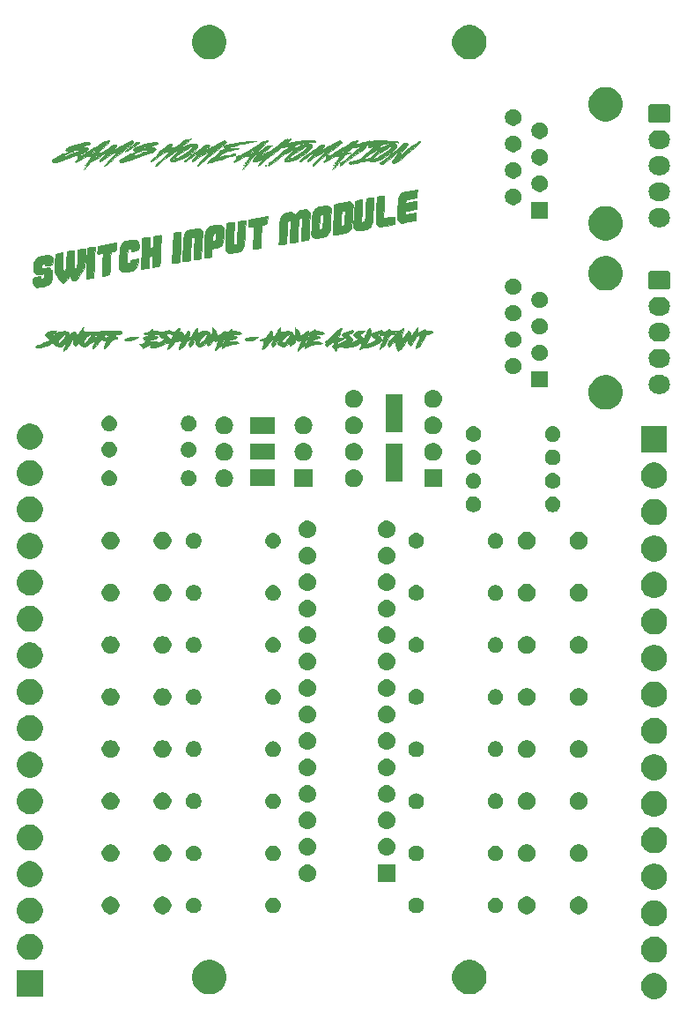
<source format=gts>
G04 #@! TF.GenerationSoftware,KiCad,Pcbnew,(5.1.2-1)-1*
G04 #@! TF.CreationDate,2023-01-19T17:55:11+00:00*
G04 #@! TF.ProjectId,Switch inputs 2,53776974-6368-4206-996e-707574732032,rev?*
G04 #@! TF.SameCoordinates,Original*
G04 #@! TF.FileFunction,Soldermask,Top*
G04 #@! TF.FilePolarity,Negative*
%FSLAX46Y46*%
G04 Gerber Fmt 4.6, Leading zero omitted, Abs format (unit mm)*
G04 Created by KiCad (PCBNEW (5.1.2-1)-1) date 2023-01-19 17:55:11*
%MOMM*%
%LPD*%
G04 APERTURE LIST*
%ADD10C,0.010000*%
%ADD11C,0.100000*%
G04 APERTURE END LIST*
D10*
G36*
X107968674Y-100597481D02*
G01*
X107798433Y-100707954D01*
X107590972Y-100766323D01*
X107408177Y-100784876D01*
X107195144Y-100791572D01*
X107028995Y-100785270D01*
X106964375Y-100773353D01*
X106876631Y-100705321D01*
X106898047Y-100632520D01*
X107011331Y-100561946D01*
X107199188Y-100500593D01*
X107444326Y-100455457D01*
X107729450Y-100433534D01*
X107806991Y-100432500D01*
X108164744Y-100432500D01*
X107968674Y-100597481D01*
X107968674Y-100597481D01*
G37*
X107968674Y-100597481D02*
X107798433Y-100707954D01*
X107590972Y-100766323D01*
X107408177Y-100784876D01*
X107195144Y-100791572D01*
X107028995Y-100785270D01*
X106964375Y-100773353D01*
X106876631Y-100705321D01*
X106898047Y-100632520D01*
X107011331Y-100561946D01*
X107199188Y-100500593D01*
X107444326Y-100455457D01*
X107729450Y-100433534D01*
X107806991Y-100432500D01*
X108164744Y-100432500D01*
X107968674Y-100597481D01*
G36*
X96419124Y-100599883D02*
G01*
X96197636Y-100714179D01*
X95910265Y-100782863D01*
X95612927Y-100796291D01*
X95435610Y-100769479D01*
X95351360Y-100711897D01*
X95345130Y-100665292D01*
X95433312Y-100580176D01*
X95621259Y-100509052D01*
X95881928Y-100459008D01*
X96188270Y-100437132D01*
X96217000Y-100436788D01*
X96629750Y-100433908D01*
X96419124Y-100599883D01*
X96419124Y-100599883D01*
G37*
X96419124Y-100599883D02*
X96197636Y-100714179D01*
X95910265Y-100782863D01*
X95612927Y-100796291D01*
X95435610Y-100769479D01*
X95351360Y-100711897D01*
X95345130Y-100665292D01*
X95433312Y-100580176D01*
X95621259Y-100509052D01*
X95881928Y-100459008D01*
X96188270Y-100437132D01*
X96217000Y-100436788D01*
X96629750Y-100433908D01*
X96419124Y-100599883D01*
G36*
X110300357Y-99679933D02*
G01*
X110319579Y-99844314D01*
X110382536Y-99928552D01*
X110514990Y-99946254D01*
X110739214Y-99911727D01*
X111050693Y-99873933D01*
X111277909Y-99909938D01*
X111444313Y-100026260D01*
X111519506Y-100128631D01*
X111641573Y-100329354D01*
X111708099Y-100154378D01*
X111744216Y-99975957D01*
X111748770Y-99757913D01*
X111744916Y-99713825D01*
X111733921Y-99577863D01*
X111739922Y-99535983D01*
X111748935Y-99556391D01*
X111833631Y-99666288D01*
X111899715Y-99701683D01*
X112023899Y-99786966D01*
X112064774Y-99847542D01*
X112112249Y-99955040D01*
X112126807Y-99988000D01*
X112155404Y-100066999D01*
X112187323Y-100162625D01*
X112242545Y-100273192D01*
X112286044Y-100305500D01*
X112358042Y-100266847D01*
X112493199Y-100166234D01*
X112638142Y-100045967D01*
X112806546Y-99907091D01*
X112908373Y-99846347D01*
X112967757Y-99852981D01*
X112994409Y-99887217D01*
X113085478Y-99974773D01*
X113214602Y-99961196D01*
X113396191Y-99844062D01*
X113433676Y-99813375D01*
X113547808Y-99725136D01*
X113599096Y-99700887D01*
X113594701Y-99716263D01*
X113583143Y-99763856D01*
X113629023Y-99801015D01*
X113752222Y-99834406D01*
X113972621Y-99870694D01*
X114114417Y-99890507D01*
X114306589Y-99933779D01*
X114452722Y-99996568D01*
X114480938Y-100018367D01*
X114519674Y-100061978D01*
X114519963Y-100093666D01*
X114462807Y-100119592D01*
X114329210Y-100145923D01*
X114100175Y-100178820D01*
X113907230Y-100204514D01*
X113710661Y-100242470D01*
X113619467Y-100284741D01*
X113639654Y-100322052D01*
X113777232Y-100345130D01*
X113814881Y-100347055D01*
X114026048Y-100373461D01*
X114119356Y-100424845D01*
X114098921Y-100490816D01*
X113968860Y-100560985D01*
X113733290Y-100624960D01*
X113702411Y-100630931D01*
X113500987Y-100684441D01*
X113343041Y-100754131D01*
X113300000Y-100786127D01*
X113255811Y-100841991D01*
X113284165Y-100864049D01*
X113405772Y-100857735D01*
X113520750Y-100844030D01*
X113806466Y-100835770D01*
X114056345Y-100900297D01*
X114092250Y-100915474D01*
X114346250Y-101027109D01*
X114056428Y-101072102D01*
X113657487Y-101140866D01*
X113331427Y-101210919D01*
X113095657Y-101277966D01*
X112967585Y-101337714D01*
X112962712Y-101341868D01*
X112841254Y-101433712D01*
X112747356Y-101492330D01*
X112651686Y-101535893D01*
X112634064Y-101497410D01*
X112643803Y-101453462D01*
X112643828Y-101335473D01*
X112573810Y-101301920D01*
X112455240Y-101349203D01*
X112309605Y-101473718D01*
X112272095Y-101515773D01*
X112143817Y-101657602D01*
X112046729Y-101748176D01*
X112015662Y-101765681D01*
X112005929Y-101712269D01*
X112032632Y-101576765D01*
X112055953Y-101496125D01*
X112137430Y-101259587D01*
X112228868Y-101024318D01*
X112236724Y-101005853D01*
X112634902Y-101005853D01*
X112638192Y-101058200D01*
X112695190Y-101067500D01*
X112788040Y-101014302D01*
X112855571Y-100904616D01*
X112906084Y-100760919D01*
X112908140Y-100699823D01*
X112861748Y-100686539D01*
X112855630Y-100686500D01*
X112787344Y-100737372D01*
X112703517Y-100861412D01*
X112695250Y-100877000D01*
X112634902Y-101005853D01*
X112236724Y-101005853D01*
X112244268Y-100988125D01*
X112307518Y-100825574D01*
X112304199Y-100760461D01*
X112226585Y-100777673D01*
X112155082Y-100813723D01*
X112045164Y-100838541D01*
X111952543Y-100758093D01*
X111945317Y-100747958D01*
X111883261Y-100671490D01*
X111836818Y-100678707D01*
X111776609Y-100783378D01*
X111749659Y-100839658D01*
X111646518Y-101006617D01*
X111521780Y-101140964D01*
X111396633Y-101232040D01*
X111292265Y-101269185D01*
X111229865Y-101241740D01*
X111230621Y-101139045D01*
X111245902Y-101093085D01*
X111253464Y-101037309D01*
X111195312Y-101056530D01*
X111071483Y-101143484D01*
X110835975Y-101295266D01*
X110639088Y-101354504D01*
X110442057Y-101329355D01*
X110349518Y-101295416D01*
X110156667Y-101185449D01*
X110077456Y-101049744D01*
X110098535Y-100861062D01*
X110100455Y-100855143D01*
X110504500Y-100855143D01*
X110522608Y-100967308D01*
X110584230Y-100990677D01*
X110700311Y-100921679D01*
X110881793Y-100756742D01*
X110918921Y-100719921D01*
X111082086Y-100530898D01*
X111148014Y-100418358D01*
X112938069Y-100418358D01*
X112991505Y-100422072D01*
X113071056Y-100393956D01*
X113158623Y-100316113D01*
X113171500Y-100268949D01*
X113133949Y-100213946D01*
X113052442Y-100231983D01*
X112973697Y-100307178D01*
X112956152Y-100342159D01*
X112938069Y-100418358D01*
X111148014Y-100418358D01*
X111179630Y-100364390D01*
X111203910Y-100240944D01*
X111147283Y-100181111D01*
X111120281Y-100178500D01*
X111010630Y-100226593D01*
X110864094Y-100348319D01*
X110711463Y-100509843D01*
X110583527Y-100677330D01*
X110511078Y-100816947D01*
X110504500Y-100855143D01*
X110100455Y-100855143D01*
X110113707Y-100814294D01*
X110156580Y-100668054D01*
X110147514Y-100632352D01*
X110091724Y-100704314D01*
X109995155Y-100879634D01*
X109881961Y-101072325D01*
X109760967Y-101236775D01*
X109730203Y-101270296D01*
X109630891Y-101358116D01*
X109569738Y-101357009D01*
X109515877Y-101294508D01*
X109470177Y-101192578D01*
X109489554Y-101063823D01*
X109525539Y-100969385D01*
X109591820Y-100805039D01*
X109603140Y-100730501D01*
X109552166Y-100717852D01*
X109463517Y-100733164D01*
X109320673Y-100818560D01*
X109169881Y-101024355D01*
X109139636Y-101078050D01*
X109026882Y-101259507D01*
X108919100Y-101391363D01*
X108862994Y-101433513D01*
X108727954Y-101512186D01*
X108665834Y-101564576D01*
X108582568Y-101618658D01*
X108555202Y-101565456D01*
X108583860Y-101411781D01*
X108659093Y-101189406D01*
X108730858Y-100967943D01*
X108730903Y-100845250D01*
X109044000Y-100845250D01*
X109075750Y-100877000D01*
X109107500Y-100845250D01*
X109075750Y-100813500D01*
X109044000Y-100845250D01*
X108730903Y-100845250D01*
X108730907Y-100835806D01*
X108648181Y-100770743D01*
X108471626Y-100750503D01*
X108440750Y-100750000D01*
X108328763Y-100735086D01*
X108324520Y-100700320D01*
X108412259Y-100655426D01*
X108576216Y-100610125D01*
X108705595Y-100586647D01*
X108891282Y-100540931D01*
X108997248Y-100455985D01*
X109047750Y-100359945D01*
X109155202Y-100152232D01*
X109281964Y-99980525D01*
X109401760Y-99877098D01*
X109453956Y-99861000D01*
X109528269Y-99914837D01*
X109568697Y-100042137D01*
X109564980Y-100191575D01*
X109536216Y-100272458D01*
X109497690Y-100379937D01*
X109554788Y-100411405D01*
X109658750Y-100392694D01*
X109770783Y-100312952D01*
X109798237Y-100273750D01*
X110377500Y-100273750D01*
X110409250Y-100305500D01*
X110441000Y-100273750D01*
X110409250Y-100242000D01*
X110377500Y-100273750D01*
X109798237Y-100273750D01*
X109881029Y-100155533D01*
X109904599Y-100107572D01*
X110013621Y-99895636D01*
X110136194Y-99697232D01*
X110156103Y-99669342D01*
X110294714Y-99481466D01*
X110300357Y-99679933D01*
X110300357Y-99679933D01*
G37*
X110300357Y-99679933D02*
X110319579Y-99844314D01*
X110382536Y-99928552D01*
X110514990Y-99946254D01*
X110739214Y-99911727D01*
X111050693Y-99873933D01*
X111277909Y-99909938D01*
X111444313Y-100026260D01*
X111519506Y-100128631D01*
X111641573Y-100329354D01*
X111708099Y-100154378D01*
X111744216Y-99975957D01*
X111748770Y-99757913D01*
X111744916Y-99713825D01*
X111733921Y-99577863D01*
X111739922Y-99535983D01*
X111748935Y-99556391D01*
X111833631Y-99666288D01*
X111899715Y-99701683D01*
X112023899Y-99786966D01*
X112064774Y-99847542D01*
X112112249Y-99955040D01*
X112126807Y-99988000D01*
X112155404Y-100066999D01*
X112187323Y-100162625D01*
X112242545Y-100273192D01*
X112286044Y-100305500D01*
X112358042Y-100266847D01*
X112493199Y-100166234D01*
X112638142Y-100045967D01*
X112806546Y-99907091D01*
X112908373Y-99846347D01*
X112967757Y-99852981D01*
X112994409Y-99887217D01*
X113085478Y-99974773D01*
X113214602Y-99961196D01*
X113396191Y-99844062D01*
X113433676Y-99813375D01*
X113547808Y-99725136D01*
X113599096Y-99700887D01*
X113594701Y-99716263D01*
X113583143Y-99763856D01*
X113629023Y-99801015D01*
X113752222Y-99834406D01*
X113972621Y-99870694D01*
X114114417Y-99890507D01*
X114306589Y-99933779D01*
X114452722Y-99996568D01*
X114480938Y-100018367D01*
X114519674Y-100061978D01*
X114519963Y-100093666D01*
X114462807Y-100119592D01*
X114329210Y-100145923D01*
X114100175Y-100178820D01*
X113907230Y-100204514D01*
X113710661Y-100242470D01*
X113619467Y-100284741D01*
X113639654Y-100322052D01*
X113777232Y-100345130D01*
X113814881Y-100347055D01*
X114026048Y-100373461D01*
X114119356Y-100424845D01*
X114098921Y-100490816D01*
X113968860Y-100560985D01*
X113733290Y-100624960D01*
X113702411Y-100630931D01*
X113500987Y-100684441D01*
X113343041Y-100754131D01*
X113300000Y-100786127D01*
X113255811Y-100841991D01*
X113284165Y-100864049D01*
X113405772Y-100857735D01*
X113520750Y-100844030D01*
X113806466Y-100835770D01*
X114056345Y-100900297D01*
X114092250Y-100915474D01*
X114346250Y-101027109D01*
X114056428Y-101072102D01*
X113657487Y-101140866D01*
X113331427Y-101210919D01*
X113095657Y-101277966D01*
X112967585Y-101337714D01*
X112962712Y-101341868D01*
X112841254Y-101433712D01*
X112747356Y-101492330D01*
X112651686Y-101535893D01*
X112634064Y-101497410D01*
X112643803Y-101453462D01*
X112643828Y-101335473D01*
X112573810Y-101301920D01*
X112455240Y-101349203D01*
X112309605Y-101473718D01*
X112272095Y-101515773D01*
X112143817Y-101657602D01*
X112046729Y-101748176D01*
X112015662Y-101765681D01*
X112005929Y-101712269D01*
X112032632Y-101576765D01*
X112055953Y-101496125D01*
X112137430Y-101259587D01*
X112228868Y-101024318D01*
X112236724Y-101005853D01*
X112634902Y-101005853D01*
X112638192Y-101058200D01*
X112695190Y-101067500D01*
X112788040Y-101014302D01*
X112855571Y-100904616D01*
X112906084Y-100760919D01*
X112908140Y-100699823D01*
X112861748Y-100686539D01*
X112855630Y-100686500D01*
X112787344Y-100737372D01*
X112703517Y-100861412D01*
X112695250Y-100877000D01*
X112634902Y-101005853D01*
X112236724Y-101005853D01*
X112244268Y-100988125D01*
X112307518Y-100825574D01*
X112304199Y-100760461D01*
X112226585Y-100777673D01*
X112155082Y-100813723D01*
X112045164Y-100838541D01*
X111952543Y-100758093D01*
X111945317Y-100747958D01*
X111883261Y-100671490D01*
X111836818Y-100678707D01*
X111776609Y-100783378D01*
X111749659Y-100839658D01*
X111646518Y-101006617D01*
X111521780Y-101140964D01*
X111396633Y-101232040D01*
X111292265Y-101269185D01*
X111229865Y-101241740D01*
X111230621Y-101139045D01*
X111245902Y-101093085D01*
X111253464Y-101037309D01*
X111195312Y-101056530D01*
X111071483Y-101143484D01*
X110835975Y-101295266D01*
X110639088Y-101354504D01*
X110442057Y-101329355D01*
X110349518Y-101295416D01*
X110156667Y-101185449D01*
X110077456Y-101049744D01*
X110098535Y-100861062D01*
X110100455Y-100855143D01*
X110504500Y-100855143D01*
X110522608Y-100967308D01*
X110584230Y-100990677D01*
X110700311Y-100921679D01*
X110881793Y-100756742D01*
X110918921Y-100719921D01*
X111082086Y-100530898D01*
X111148014Y-100418358D01*
X112938069Y-100418358D01*
X112991505Y-100422072D01*
X113071056Y-100393956D01*
X113158623Y-100316113D01*
X113171500Y-100268949D01*
X113133949Y-100213946D01*
X113052442Y-100231983D01*
X112973697Y-100307178D01*
X112956152Y-100342159D01*
X112938069Y-100418358D01*
X111148014Y-100418358D01*
X111179630Y-100364390D01*
X111203910Y-100240944D01*
X111147283Y-100181111D01*
X111120281Y-100178500D01*
X111010630Y-100226593D01*
X110864094Y-100348319D01*
X110711463Y-100509843D01*
X110583527Y-100677330D01*
X110511078Y-100816947D01*
X110504500Y-100855143D01*
X110100455Y-100855143D01*
X110113707Y-100814294D01*
X110156580Y-100668054D01*
X110147514Y-100632352D01*
X110091724Y-100704314D01*
X109995155Y-100879634D01*
X109881961Y-101072325D01*
X109760967Y-101236775D01*
X109730203Y-101270296D01*
X109630891Y-101358116D01*
X109569738Y-101357009D01*
X109515877Y-101294508D01*
X109470177Y-101192578D01*
X109489554Y-101063823D01*
X109525539Y-100969385D01*
X109591820Y-100805039D01*
X109603140Y-100730501D01*
X109552166Y-100717852D01*
X109463517Y-100733164D01*
X109320673Y-100818560D01*
X109169881Y-101024355D01*
X109139636Y-101078050D01*
X109026882Y-101259507D01*
X108919100Y-101391363D01*
X108862994Y-101433513D01*
X108727954Y-101512186D01*
X108665834Y-101564576D01*
X108582568Y-101618658D01*
X108555202Y-101565456D01*
X108583860Y-101411781D01*
X108659093Y-101189406D01*
X108730858Y-100967943D01*
X108730903Y-100845250D01*
X109044000Y-100845250D01*
X109075750Y-100877000D01*
X109107500Y-100845250D01*
X109075750Y-100813500D01*
X109044000Y-100845250D01*
X108730903Y-100845250D01*
X108730907Y-100835806D01*
X108648181Y-100770743D01*
X108471626Y-100750503D01*
X108440750Y-100750000D01*
X108328763Y-100735086D01*
X108324520Y-100700320D01*
X108412259Y-100655426D01*
X108576216Y-100610125D01*
X108705595Y-100586647D01*
X108891282Y-100540931D01*
X108997248Y-100455985D01*
X109047750Y-100359945D01*
X109155202Y-100152232D01*
X109281964Y-99980525D01*
X109401760Y-99877098D01*
X109453956Y-99861000D01*
X109528269Y-99914837D01*
X109568697Y-100042137D01*
X109564980Y-100191575D01*
X109536216Y-100272458D01*
X109497690Y-100379937D01*
X109554788Y-100411405D01*
X109658750Y-100392694D01*
X109770783Y-100312952D01*
X109798237Y-100273750D01*
X110377500Y-100273750D01*
X110409250Y-100305500D01*
X110441000Y-100273750D01*
X110409250Y-100242000D01*
X110377500Y-100273750D01*
X109798237Y-100273750D01*
X109881029Y-100155533D01*
X109904599Y-100107572D01*
X110013621Y-99895636D01*
X110136194Y-99697232D01*
X110156103Y-99669342D01*
X110294714Y-99481466D01*
X110300357Y-99679933D01*
G36*
X103835392Y-99592017D02*
G01*
X103837000Y-99607000D01*
X103887844Y-99664637D01*
X103924430Y-99670500D01*
X103996131Y-99724315D01*
X104087422Y-99862730D01*
X104148445Y-99988000D01*
X104232466Y-100163654D01*
X104303837Y-100278956D01*
X104335335Y-100305500D01*
X104408093Y-100267288D01*
X104541010Y-100169143D01*
X104645289Y-100083250D01*
X104853303Y-99923330D01*
X104985445Y-99864532D01*
X105041426Y-99906964D01*
X105043500Y-99931383D01*
X105089682Y-99974899D01*
X105200317Y-99962447D01*
X105333534Y-99907521D01*
X105447463Y-99823612D01*
X105472886Y-99793018D01*
X105566487Y-99696395D01*
X105641433Y-99674347D01*
X105664818Y-99734726D01*
X105662624Y-99747748D01*
X105712638Y-99802897D01*
X105882419Y-99848015D01*
X106019301Y-99867141D01*
X106225947Y-99899524D01*
X106377620Y-99940001D01*
X106432051Y-99970871D01*
X106524012Y-100045968D01*
X106567500Y-100065390D01*
X106566758Y-100090990D01*
X106463694Y-100121898D01*
X106345250Y-100142028D01*
X106104711Y-100178866D01*
X105875213Y-100219830D01*
X105805500Y-100234105D01*
X105583250Y-100282479D01*
X105890440Y-100330465D01*
X106069876Y-100362297D01*
X106144469Y-100394371D01*
X106135289Y-100443499D01*
X106094044Y-100492912D01*
X105967819Y-100571258D01*
X105770869Y-100632765D01*
X105682002Y-100648291D01*
X105471834Y-100695124D01*
X105351050Y-100762917D01*
X105336481Y-100785802D01*
X105332756Y-100846350D01*
X105405992Y-100858197D01*
X105523243Y-100840405D01*
X105690945Y-100832002D01*
X105892758Y-100852778D01*
X106089651Y-100894244D01*
X106242587Y-100947911D01*
X106312535Y-101005292D01*
X106313500Y-101012252D01*
X106259011Y-101053482D01*
X106151410Y-101067500D01*
X105968900Y-101083947D01*
X105728965Y-101126897D01*
X105470114Y-101186761D01*
X105230853Y-101253952D01*
X105049690Y-101318880D01*
X104974999Y-101360420D01*
X104862266Y-101433027D01*
X104805666Y-101448500D01*
X104718445Y-101497648D01*
X104698837Y-101527875D01*
X104679180Y-101540127D01*
X104686528Y-101468476D01*
X104671371Y-101337566D01*
X104588696Y-101288778D01*
X104475447Y-101332008D01*
X104415474Y-101395870D01*
X104280268Y-101563023D01*
X104155825Y-101685388D01*
X104064219Y-101744512D01*
X104027523Y-101721943D01*
X104027500Y-101720216D01*
X104047521Y-101632691D01*
X104099153Y-101464120D01*
X104169742Y-101252494D01*
X104246639Y-101035804D01*
X104252738Y-101019875D01*
X104663911Y-101019875D01*
X104694014Y-101069963D01*
X104771863Y-101032382D01*
X104869986Y-100921790D01*
X104882520Y-100903240D01*
X104945868Y-100776886D01*
X104950001Y-100698923D01*
X104948980Y-100697814D01*
X104891396Y-100715244D01*
X104801186Y-100799363D01*
X104714068Y-100909817D01*
X104665761Y-101006251D01*
X104663911Y-101019875D01*
X104252738Y-101019875D01*
X104313977Y-100859940D01*
X104331646Y-100785935D01*
X104276322Y-100782104D01*
X104191194Y-100811620D01*
X104063979Y-100843870D01*
X103997978Y-100797337D01*
X103972689Y-100739896D01*
X103936712Y-100666286D01*
X103894577Y-100672361D01*
X103823775Y-100770836D01*
X103774753Y-100851717D01*
X103602602Y-101099116D01*
X103448091Y-101230545D01*
X103341729Y-101258000D01*
X103281768Y-101220514D01*
X103292799Y-101094373D01*
X103292822Y-101094283D01*
X103333912Y-100930567D01*
X103074877Y-101138733D01*
X102807754Y-101298618D01*
X102552656Y-101347195D01*
X102326533Y-101282720D01*
X102246943Y-101223936D01*
X102158188Y-101113656D01*
X102134920Y-100974405D01*
X102138081Y-100941767D01*
X102534528Y-100941767D01*
X102599548Y-101001546D01*
X102626590Y-101004000D01*
X102697548Y-100963066D01*
X102825073Y-100857669D01*
X102930393Y-100759726D01*
X103102566Y-100566595D01*
X103204780Y-100400368D01*
X103237674Y-100277070D01*
X103201888Y-100212725D01*
X103098062Y-100223357D01*
X102926835Y-100324989D01*
X102913438Y-100335088D01*
X102744066Y-100492448D01*
X102617389Y-100662496D01*
X102544009Y-100820510D01*
X102534528Y-100941767D01*
X102138081Y-100941767D01*
X102147348Y-100846111D01*
X102183627Y-100591250D01*
X102032847Y-100877000D01*
X101918627Y-101069098D01*
X101802366Y-101227734D01*
X101757389Y-101275476D01*
X101658267Y-101349429D01*
X101591352Y-101333243D01*
X101551069Y-101289833D01*
X101506808Y-101202789D01*
X101518367Y-101084162D01*
X101570841Y-100933289D01*
X101628634Y-100775422D01*
X101635950Y-100708204D01*
X101593236Y-100705943D01*
X101574683Y-100712558D01*
X101456927Y-100746074D01*
X101422366Y-100750000D01*
X101363967Y-100800412D01*
X101265492Y-100931996D01*
X101158724Y-101099250D01*
X101042279Y-101279546D01*
X100944376Y-101405682D01*
X100890289Y-101448500D01*
X100801482Y-101487224D01*
X100714235Y-101553944D01*
X100616356Y-101627471D01*
X100575511Y-101612554D01*
X100590282Y-101500386D01*
X100659253Y-101282159D01*
X100666976Y-101260122D01*
X100743511Y-101037592D01*
X100777590Y-100906026D01*
X100769192Y-100836687D01*
X100718301Y-100800839D01*
X100666661Y-100783229D01*
X100536158Y-100780673D01*
X100368718Y-100822498D01*
X100210368Y-100890875D01*
X100107132Y-100967974D01*
X100090500Y-101006423D01*
X100050965Y-101085639D01*
X99950439Y-101206819D01*
X99816041Y-101344347D01*
X99674888Y-101472608D01*
X99554097Y-101565988D01*
X99480788Y-101598870D01*
X99471341Y-101591274D01*
X99479847Y-101494150D01*
X99528717Y-101335302D01*
X99548880Y-101284430D01*
X99603641Y-101094756D01*
X99572557Y-100998512D01*
X99458005Y-100997792D01*
X99304358Y-101069428D01*
X99058340Y-101190404D01*
X98780380Y-101292905D01*
X98494831Y-101372404D01*
X98226044Y-101424378D01*
X97998373Y-101444302D01*
X97836170Y-101427651D01*
X97763788Y-101369900D01*
X97762166Y-101355970D01*
X97817057Y-101278213D01*
X97946623Y-101222928D01*
X98067242Y-101186480D01*
X98103155Y-101154555D01*
X98102514Y-101153848D01*
X98022891Y-101147453D01*
X97867632Y-101175572D01*
X97679325Y-101226334D01*
X97500562Y-101287867D01*
X97373931Y-101348301D01*
X97354999Y-101362199D01*
X97241695Y-101433584D01*
X97185666Y-101448500D01*
X97099371Y-101497899D01*
X97080661Y-101527875D01*
X97059335Y-101542479D01*
X97062321Y-101480250D01*
X97023216Y-101343595D01*
X96926909Y-101248772D01*
X96773915Y-101144294D01*
X96967038Y-101101877D01*
X97140470Y-101021927D01*
X97260080Y-100906964D01*
X97334128Y-100781534D01*
X97718119Y-100781534D01*
X97718404Y-100837192D01*
X97795377Y-100853059D01*
X97949970Y-100838466D01*
X98159752Y-100830977D01*
X98343748Y-100856891D01*
X98376000Y-100867762D01*
X98621000Y-100930552D01*
X98843167Y-100892098D01*
X98995125Y-100814195D01*
X99127889Y-100725841D01*
X99198156Y-100664639D01*
X99201500Y-100656973D01*
X99150368Y-100612054D01*
X99021191Y-100534950D01*
X98947500Y-100496000D01*
X98793791Y-100398298D01*
X98703499Y-100303619D01*
X98693500Y-100272459D01*
X98637948Y-100209134D01*
X98492448Y-100184143D01*
X98288734Y-100199450D01*
X98122000Y-100237055D01*
X98044513Y-100266399D01*
X98061614Y-100290338D01*
X98186437Y-100317159D01*
X98270440Y-100330701D01*
X98449883Y-100362394D01*
X98524473Y-100394400D01*
X98515285Y-100443508D01*
X98474044Y-100492912D01*
X98347819Y-100571258D01*
X98150869Y-100632765D01*
X98062002Y-100648291D01*
X97861847Y-100692246D01*
X97738054Y-100754719D01*
X97718119Y-100781534D01*
X97334128Y-100781534D01*
X97341939Y-100768303D01*
X97345935Y-100703606D01*
X97272179Y-100686591D01*
X97261002Y-100686500D01*
X97193565Y-100658136D01*
X97197898Y-100628423D01*
X97184375Y-100558650D01*
X97154020Y-100540566D01*
X97132052Y-100502609D01*
X97201250Y-100466476D01*
X97433985Y-100379321D01*
X97564243Y-100313469D01*
X97612396Y-100258006D01*
X97614000Y-100245354D01*
X97567907Y-100208273D01*
X97523711Y-100217132D01*
X97426170Y-100218211D01*
X97305932Y-100181270D01*
X97303294Y-100179768D01*
X99290298Y-100179768D01*
X99320382Y-100231783D01*
X99438251Y-100313434D01*
X99582880Y-100430105D01*
X99673313Y-100548913D01*
X99679150Y-100563913D01*
X99733088Y-100668306D01*
X99798937Y-100658693D01*
X99868933Y-100555365D01*
X100931568Y-100555365D01*
X100940254Y-100559500D01*
X100998203Y-100514797D01*
X101011250Y-100496000D01*
X101027431Y-100436634D01*
X101018745Y-100432500D01*
X100960796Y-100477202D01*
X100947750Y-100496000D01*
X100931568Y-100555365D01*
X99868933Y-100555365D01*
X99885233Y-100531303D01*
X99922710Y-100456388D01*
X99974881Y-100330062D01*
X100387794Y-100330062D01*
X100395239Y-100391913D01*
X100476250Y-100386156D01*
X100576631Y-100335731D01*
X100598500Y-100298093D01*
X100555798Y-100245634D01*
X100467605Y-100255007D01*
X100393785Y-100317128D01*
X100387794Y-100330062D01*
X99974881Y-100330062D01*
X99985151Y-100305196D01*
X100006942Y-100208958D01*
X100003215Y-100197049D01*
X99910803Y-100162403D01*
X99744224Y-100136902D01*
X99556225Y-100124958D01*
X99399549Y-100130982D01*
X99348906Y-100142316D01*
X99290298Y-100179768D01*
X97303294Y-100179768D01*
X97210607Y-100127003D01*
X97187806Y-100076104D01*
X97190867Y-100072466D01*
X97267578Y-100039937D01*
X97422232Y-99996351D01*
X97494066Y-99979342D01*
X97683184Y-99913634D01*
X97825696Y-99823631D01*
X97851861Y-99794481D01*
X97945823Y-99697049D01*
X98021045Y-99674125D01*
X98044952Y-99733689D01*
X98042624Y-99747748D01*
X98092652Y-99803411D01*
X98259654Y-99853224D01*
X98407750Y-99878248D01*
X98667480Y-99912880D01*
X98843510Y-99928221D01*
X98977741Y-99923749D01*
X99112077Y-99898944D01*
X99233250Y-99867972D01*
X99439564Y-99823392D01*
X99620871Y-99801393D01*
X99750692Y-99802319D01*
X99802544Y-99826510D01*
X99773000Y-99860999D01*
X99742942Y-99901016D01*
X99820963Y-99920168D01*
X99929728Y-99923527D01*
X100135152Y-99897973D01*
X100284203Y-99801698D01*
X100326603Y-99755873D01*
X100421014Y-99658002D01*
X100469703Y-99630983D01*
X100471500Y-99636648D01*
X100511419Y-99642574D01*
X100578639Y-99598900D01*
X100641585Y-99550604D01*
X100661430Y-99556383D01*
X100636693Y-99637246D01*
X100565895Y-99814200D01*
X100562962Y-99821415D01*
X100587351Y-99902870D01*
X100705482Y-99953520D01*
X100920429Y-100037832D01*
X101026210Y-100162246D01*
X101043600Y-100265650D01*
X101058299Y-100322096D01*
X101108224Y-100281337D01*
X101203485Y-100134981D01*
X101205949Y-100130875D01*
X101317456Y-99974093D01*
X101420464Y-99876743D01*
X101461342Y-99861000D01*
X101564606Y-99913005D01*
X101604318Y-100048434D01*
X101572272Y-100236406D01*
X101565818Y-100254236D01*
X101525571Y-100379178D01*
X101548854Y-100415980D01*
X101634806Y-100397697D01*
X101715986Y-100369390D01*
X101781169Y-100324461D01*
X101830573Y-100263166D01*
X102397666Y-100263166D01*
X102406383Y-100300917D01*
X102440000Y-100305500D01*
X102492267Y-100282266D01*
X102482333Y-100263166D01*
X102406973Y-100255566D01*
X102397666Y-100263166D01*
X101830573Y-100263166D01*
X101850288Y-100238706D01*
X101943274Y-100087921D01*
X102063691Y-99876875D01*
X102193136Y-99669900D01*
X102290333Y-99559511D01*
X102347550Y-99552348D01*
X102359441Y-99622875D01*
X102360797Y-99744414D01*
X102366496Y-99869392D01*
X102379303Y-99974195D01*
X102424337Y-100006653D01*
X102537546Y-99978667D01*
X102614625Y-99951554D01*
X102935170Y-99874936D01*
X103212013Y-99881568D01*
X103426201Y-99966366D01*
X103558779Y-100124247D01*
X103585722Y-100211962D01*
X103620849Y-100400750D01*
X103637624Y-100369241D01*
X104980000Y-100369241D01*
X105017640Y-100406017D01*
X105098985Y-100376627D01*
X105176665Y-100303418D01*
X105195911Y-100267370D01*
X105202281Y-100208560D01*
X105130020Y-100230027D01*
X105105570Y-100242764D01*
X105005867Y-100319470D01*
X104980000Y-100369241D01*
X103637624Y-100369241D01*
X103724763Y-100205575D01*
X103794352Y-100000155D01*
X103776026Y-99776950D01*
X103754514Y-99622521D01*
X103771520Y-99546267D01*
X103780187Y-99543500D01*
X103835392Y-99592017D01*
X103835392Y-99592017D01*
G37*
X103835392Y-99592017D02*
X103837000Y-99607000D01*
X103887844Y-99664637D01*
X103924430Y-99670500D01*
X103996131Y-99724315D01*
X104087422Y-99862730D01*
X104148445Y-99988000D01*
X104232466Y-100163654D01*
X104303837Y-100278956D01*
X104335335Y-100305500D01*
X104408093Y-100267288D01*
X104541010Y-100169143D01*
X104645289Y-100083250D01*
X104853303Y-99923330D01*
X104985445Y-99864532D01*
X105041426Y-99906964D01*
X105043500Y-99931383D01*
X105089682Y-99974899D01*
X105200317Y-99962447D01*
X105333534Y-99907521D01*
X105447463Y-99823612D01*
X105472886Y-99793018D01*
X105566487Y-99696395D01*
X105641433Y-99674347D01*
X105664818Y-99734726D01*
X105662624Y-99747748D01*
X105712638Y-99802897D01*
X105882419Y-99848015D01*
X106019301Y-99867141D01*
X106225947Y-99899524D01*
X106377620Y-99940001D01*
X106432051Y-99970871D01*
X106524012Y-100045968D01*
X106567500Y-100065390D01*
X106566758Y-100090990D01*
X106463694Y-100121898D01*
X106345250Y-100142028D01*
X106104711Y-100178866D01*
X105875213Y-100219830D01*
X105805500Y-100234105D01*
X105583250Y-100282479D01*
X105890440Y-100330465D01*
X106069876Y-100362297D01*
X106144469Y-100394371D01*
X106135289Y-100443499D01*
X106094044Y-100492912D01*
X105967819Y-100571258D01*
X105770869Y-100632765D01*
X105682002Y-100648291D01*
X105471834Y-100695124D01*
X105351050Y-100762917D01*
X105336481Y-100785802D01*
X105332756Y-100846350D01*
X105405992Y-100858197D01*
X105523243Y-100840405D01*
X105690945Y-100832002D01*
X105892758Y-100852778D01*
X106089651Y-100894244D01*
X106242587Y-100947911D01*
X106312535Y-101005292D01*
X106313500Y-101012252D01*
X106259011Y-101053482D01*
X106151410Y-101067500D01*
X105968900Y-101083947D01*
X105728965Y-101126897D01*
X105470114Y-101186761D01*
X105230853Y-101253952D01*
X105049690Y-101318880D01*
X104974999Y-101360420D01*
X104862266Y-101433027D01*
X104805666Y-101448500D01*
X104718445Y-101497648D01*
X104698837Y-101527875D01*
X104679180Y-101540127D01*
X104686528Y-101468476D01*
X104671371Y-101337566D01*
X104588696Y-101288778D01*
X104475447Y-101332008D01*
X104415474Y-101395870D01*
X104280268Y-101563023D01*
X104155825Y-101685388D01*
X104064219Y-101744512D01*
X104027523Y-101721943D01*
X104027500Y-101720216D01*
X104047521Y-101632691D01*
X104099153Y-101464120D01*
X104169742Y-101252494D01*
X104246639Y-101035804D01*
X104252738Y-101019875D01*
X104663911Y-101019875D01*
X104694014Y-101069963D01*
X104771863Y-101032382D01*
X104869986Y-100921790D01*
X104882520Y-100903240D01*
X104945868Y-100776886D01*
X104950001Y-100698923D01*
X104948980Y-100697814D01*
X104891396Y-100715244D01*
X104801186Y-100799363D01*
X104714068Y-100909817D01*
X104665761Y-101006251D01*
X104663911Y-101019875D01*
X104252738Y-101019875D01*
X104313977Y-100859940D01*
X104331646Y-100785935D01*
X104276322Y-100782104D01*
X104191194Y-100811620D01*
X104063979Y-100843870D01*
X103997978Y-100797337D01*
X103972689Y-100739896D01*
X103936712Y-100666286D01*
X103894577Y-100672361D01*
X103823775Y-100770836D01*
X103774753Y-100851717D01*
X103602602Y-101099116D01*
X103448091Y-101230545D01*
X103341729Y-101258000D01*
X103281768Y-101220514D01*
X103292799Y-101094373D01*
X103292822Y-101094283D01*
X103333912Y-100930567D01*
X103074877Y-101138733D01*
X102807754Y-101298618D01*
X102552656Y-101347195D01*
X102326533Y-101282720D01*
X102246943Y-101223936D01*
X102158188Y-101113656D01*
X102134920Y-100974405D01*
X102138081Y-100941767D01*
X102534528Y-100941767D01*
X102599548Y-101001546D01*
X102626590Y-101004000D01*
X102697548Y-100963066D01*
X102825073Y-100857669D01*
X102930393Y-100759726D01*
X103102566Y-100566595D01*
X103204780Y-100400368D01*
X103237674Y-100277070D01*
X103201888Y-100212725D01*
X103098062Y-100223357D01*
X102926835Y-100324989D01*
X102913438Y-100335088D01*
X102744066Y-100492448D01*
X102617389Y-100662496D01*
X102544009Y-100820510D01*
X102534528Y-100941767D01*
X102138081Y-100941767D01*
X102147348Y-100846111D01*
X102183627Y-100591250D01*
X102032847Y-100877000D01*
X101918627Y-101069098D01*
X101802366Y-101227734D01*
X101757389Y-101275476D01*
X101658267Y-101349429D01*
X101591352Y-101333243D01*
X101551069Y-101289833D01*
X101506808Y-101202789D01*
X101518367Y-101084162D01*
X101570841Y-100933289D01*
X101628634Y-100775422D01*
X101635950Y-100708204D01*
X101593236Y-100705943D01*
X101574683Y-100712558D01*
X101456927Y-100746074D01*
X101422366Y-100750000D01*
X101363967Y-100800412D01*
X101265492Y-100931996D01*
X101158724Y-101099250D01*
X101042279Y-101279546D01*
X100944376Y-101405682D01*
X100890289Y-101448500D01*
X100801482Y-101487224D01*
X100714235Y-101553944D01*
X100616356Y-101627471D01*
X100575511Y-101612554D01*
X100590282Y-101500386D01*
X100659253Y-101282159D01*
X100666976Y-101260122D01*
X100743511Y-101037592D01*
X100777590Y-100906026D01*
X100769192Y-100836687D01*
X100718301Y-100800839D01*
X100666661Y-100783229D01*
X100536158Y-100780673D01*
X100368718Y-100822498D01*
X100210368Y-100890875D01*
X100107132Y-100967974D01*
X100090500Y-101006423D01*
X100050965Y-101085639D01*
X99950439Y-101206819D01*
X99816041Y-101344347D01*
X99674888Y-101472608D01*
X99554097Y-101565988D01*
X99480788Y-101598870D01*
X99471341Y-101591274D01*
X99479847Y-101494150D01*
X99528717Y-101335302D01*
X99548880Y-101284430D01*
X99603641Y-101094756D01*
X99572557Y-100998512D01*
X99458005Y-100997792D01*
X99304358Y-101069428D01*
X99058340Y-101190404D01*
X98780380Y-101292905D01*
X98494831Y-101372404D01*
X98226044Y-101424378D01*
X97998373Y-101444302D01*
X97836170Y-101427651D01*
X97763788Y-101369900D01*
X97762166Y-101355970D01*
X97817057Y-101278213D01*
X97946623Y-101222928D01*
X98067242Y-101186480D01*
X98103155Y-101154555D01*
X98102514Y-101153848D01*
X98022891Y-101147453D01*
X97867632Y-101175572D01*
X97679325Y-101226334D01*
X97500562Y-101287867D01*
X97373931Y-101348301D01*
X97354999Y-101362199D01*
X97241695Y-101433584D01*
X97185666Y-101448500D01*
X97099371Y-101497899D01*
X97080661Y-101527875D01*
X97059335Y-101542479D01*
X97062321Y-101480250D01*
X97023216Y-101343595D01*
X96926909Y-101248772D01*
X96773915Y-101144294D01*
X96967038Y-101101877D01*
X97140470Y-101021927D01*
X97260080Y-100906964D01*
X97334128Y-100781534D01*
X97718119Y-100781534D01*
X97718404Y-100837192D01*
X97795377Y-100853059D01*
X97949970Y-100838466D01*
X98159752Y-100830977D01*
X98343748Y-100856891D01*
X98376000Y-100867762D01*
X98621000Y-100930552D01*
X98843167Y-100892098D01*
X98995125Y-100814195D01*
X99127889Y-100725841D01*
X99198156Y-100664639D01*
X99201500Y-100656973D01*
X99150368Y-100612054D01*
X99021191Y-100534950D01*
X98947500Y-100496000D01*
X98793791Y-100398298D01*
X98703499Y-100303619D01*
X98693500Y-100272459D01*
X98637948Y-100209134D01*
X98492448Y-100184143D01*
X98288734Y-100199450D01*
X98122000Y-100237055D01*
X98044513Y-100266399D01*
X98061614Y-100290338D01*
X98186437Y-100317159D01*
X98270440Y-100330701D01*
X98449883Y-100362394D01*
X98524473Y-100394400D01*
X98515285Y-100443508D01*
X98474044Y-100492912D01*
X98347819Y-100571258D01*
X98150869Y-100632765D01*
X98062002Y-100648291D01*
X97861847Y-100692246D01*
X97738054Y-100754719D01*
X97718119Y-100781534D01*
X97334128Y-100781534D01*
X97341939Y-100768303D01*
X97345935Y-100703606D01*
X97272179Y-100686591D01*
X97261002Y-100686500D01*
X97193565Y-100658136D01*
X97197898Y-100628423D01*
X97184375Y-100558650D01*
X97154020Y-100540566D01*
X97132052Y-100502609D01*
X97201250Y-100466476D01*
X97433985Y-100379321D01*
X97564243Y-100313469D01*
X97612396Y-100258006D01*
X97614000Y-100245354D01*
X97567907Y-100208273D01*
X97523711Y-100217132D01*
X97426170Y-100218211D01*
X97305932Y-100181270D01*
X97303294Y-100179768D01*
X99290298Y-100179768D01*
X99320382Y-100231783D01*
X99438251Y-100313434D01*
X99582880Y-100430105D01*
X99673313Y-100548913D01*
X99679150Y-100563913D01*
X99733088Y-100668306D01*
X99798937Y-100658693D01*
X99868933Y-100555365D01*
X100931568Y-100555365D01*
X100940254Y-100559500D01*
X100998203Y-100514797D01*
X101011250Y-100496000D01*
X101027431Y-100436634D01*
X101018745Y-100432500D01*
X100960796Y-100477202D01*
X100947750Y-100496000D01*
X100931568Y-100555365D01*
X99868933Y-100555365D01*
X99885233Y-100531303D01*
X99922710Y-100456388D01*
X99974881Y-100330062D01*
X100387794Y-100330062D01*
X100395239Y-100391913D01*
X100476250Y-100386156D01*
X100576631Y-100335731D01*
X100598500Y-100298093D01*
X100555798Y-100245634D01*
X100467605Y-100255007D01*
X100393785Y-100317128D01*
X100387794Y-100330062D01*
X99974881Y-100330062D01*
X99985151Y-100305196D01*
X100006942Y-100208958D01*
X100003215Y-100197049D01*
X99910803Y-100162403D01*
X99744224Y-100136902D01*
X99556225Y-100124958D01*
X99399549Y-100130982D01*
X99348906Y-100142316D01*
X99290298Y-100179768D01*
X97303294Y-100179768D01*
X97210607Y-100127003D01*
X97187806Y-100076104D01*
X97190867Y-100072466D01*
X97267578Y-100039937D01*
X97422232Y-99996351D01*
X97494066Y-99979342D01*
X97683184Y-99913634D01*
X97825696Y-99823631D01*
X97851861Y-99794481D01*
X97945823Y-99697049D01*
X98021045Y-99674125D01*
X98044952Y-99733689D01*
X98042624Y-99747748D01*
X98092652Y-99803411D01*
X98259654Y-99853224D01*
X98407750Y-99878248D01*
X98667480Y-99912880D01*
X98843510Y-99928221D01*
X98977741Y-99923749D01*
X99112077Y-99898944D01*
X99233250Y-99867972D01*
X99439564Y-99823392D01*
X99620871Y-99801393D01*
X99750692Y-99802319D01*
X99802544Y-99826510D01*
X99773000Y-99860999D01*
X99742942Y-99901016D01*
X99820963Y-99920168D01*
X99929728Y-99923527D01*
X100135152Y-99897973D01*
X100284203Y-99801698D01*
X100326603Y-99755873D01*
X100421014Y-99658002D01*
X100469703Y-99630983D01*
X100471500Y-99636648D01*
X100511419Y-99642574D01*
X100578639Y-99598900D01*
X100641585Y-99550604D01*
X100661430Y-99556383D01*
X100636693Y-99637246D01*
X100565895Y-99814200D01*
X100562962Y-99821415D01*
X100587351Y-99902870D01*
X100705482Y-99953520D01*
X100920429Y-100037832D01*
X101026210Y-100162246D01*
X101043600Y-100265650D01*
X101058299Y-100322096D01*
X101108224Y-100281337D01*
X101203485Y-100134981D01*
X101205949Y-100130875D01*
X101317456Y-99974093D01*
X101420464Y-99876743D01*
X101461342Y-99861000D01*
X101564606Y-99913005D01*
X101604318Y-100048434D01*
X101572272Y-100236406D01*
X101565818Y-100254236D01*
X101525571Y-100379178D01*
X101548854Y-100415980D01*
X101634806Y-100397697D01*
X101715986Y-100369390D01*
X101781169Y-100324461D01*
X101830573Y-100263166D01*
X102397666Y-100263166D01*
X102406383Y-100300917D01*
X102440000Y-100305500D01*
X102492267Y-100282266D01*
X102482333Y-100263166D01*
X102406973Y-100255566D01*
X102397666Y-100263166D01*
X101830573Y-100263166D01*
X101850288Y-100238706D01*
X101943274Y-100087921D01*
X102063691Y-99876875D01*
X102193136Y-99669900D01*
X102290333Y-99559511D01*
X102347550Y-99552348D01*
X102359441Y-99622875D01*
X102360797Y-99744414D01*
X102366496Y-99869392D01*
X102379303Y-99974195D01*
X102424337Y-100006653D01*
X102537546Y-99978667D01*
X102614625Y-99951554D01*
X102935170Y-99874936D01*
X103212013Y-99881568D01*
X103426201Y-99966366D01*
X103558779Y-100124247D01*
X103585722Y-100211962D01*
X103620849Y-100400750D01*
X103637624Y-100369241D01*
X104980000Y-100369241D01*
X105017640Y-100406017D01*
X105098985Y-100376627D01*
X105176665Y-100303418D01*
X105195911Y-100267370D01*
X105202281Y-100208560D01*
X105130020Y-100230027D01*
X105105570Y-100242764D01*
X105005867Y-100319470D01*
X104980000Y-100369241D01*
X103637624Y-100369241D01*
X103724763Y-100205575D01*
X103794352Y-100000155D01*
X103776026Y-99776950D01*
X103754514Y-99622521D01*
X103771520Y-99546267D01*
X103780187Y-99543500D01*
X103835392Y-99592017D01*
G36*
X91369118Y-99525061D02*
G01*
X91365461Y-99531234D01*
X91340763Y-99654066D01*
X91353439Y-99765205D01*
X91385743Y-99848387D01*
X91451067Y-99894433D01*
X91581524Y-99914851D01*
X91788042Y-99920905D01*
X92090172Y-99924812D01*
X92420521Y-99929545D01*
X92582552Y-99932064D01*
X92805526Y-99924839D01*
X92982985Y-99899552D01*
X93064644Y-99868556D01*
X93153970Y-99825995D01*
X93184652Y-99834319D01*
X93260836Y-99850751D01*
X93430678Y-99862204D01*
X93660871Y-99866670D01*
X93718560Y-99866500D01*
X94190804Y-99864052D01*
X94548391Y-99865072D01*
X94803643Y-99870746D01*
X94968882Y-99882258D01*
X95056430Y-99900791D01*
X95078610Y-99927530D01*
X95047743Y-99963659D01*
X95008661Y-99990480D01*
X94965087Y-100034929D01*
X95033764Y-100054557D01*
X95074000Y-100057135D01*
X95095905Y-100071966D01*
X95011029Y-100104444D01*
X94837293Y-100148190D01*
X94788250Y-100158836D01*
X94533215Y-100220502D01*
X94355805Y-100278579D01*
X94267957Y-100326818D01*
X94281604Y-100358972D01*
X94386774Y-100369000D01*
X94541395Y-100403025D01*
X94627528Y-100461874D01*
X94655694Y-100522701D01*
X94604613Y-100569325D01*
X94453364Y-100617792D01*
X94409631Y-100629024D01*
X94232639Y-100686166D01*
X94103078Y-100771611D01*
X93980476Y-100918194D01*
X93895183Y-101046390D01*
X93763659Y-101232288D01*
X93641260Y-101372343D01*
X93565230Y-101430233D01*
X93445551Y-101500197D01*
X93408097Y-101539118D01*
X93365595Y-101574279D01*
X93359444Y-101515632D01*
X93385019Y-101389579D01*
X93437692Y-101222520D01*
X93484243Y-101104514D01*
X93555655Y-100924452D01*
X93565485Y-100833204D01*
X93506842Y-100804961D01*
X93405714Y-100810418D01*
X93319757Y-100796804D01*
X93310464Y-100770105D01*
X93293592Y-100711967D01*
X93178218Y-100688175D01*
X93106790Y-100686500D01*
X92982178Y-100747157D01*
X92856866Y-100919707D01*
X92854231Y-100924625D01*
X92644416Y-101247492D01*
X92412599Y-101461890D01*
X92356471Y-101496663D01*
X92268005Y-101543795D01*
X92229086Y-101542335D01*
X92238863Y-101472435D01*
X92296484Y-101314249D01*
X92343500Y-101194500D01*
X92414411Y-101004447D01*
X92460509Y-100861423D01*
X92470500Y-100813142D01*
X92430437Y-100775858D01*
X92322723Y-100820955D01*
X92166063Y-100937694D01*
X92024166Y-101069333D01*
X91855223Y-101214336D01*
X91689874Y-101318857D01*
X91622975Y-101345134D01*
X91429140Y-101348034D01*
X91219771Y-101285545D01*
X91044445Y-101178545D01*
X90958052Y-101065136D01*
X90918867Y-100976630D01*
X90883703Y-100991569D01*
X90833416Y-101094064D01*
X90730002Y-101234067D01*
X90614212Y-101259490D01*
X90504068Y-101179061D01*
X90417594Y-101001509D01*
X90388814Y-100878746D01*
X90383096Y-100845250D01*
X90946500Y-100845250D01*
X90978250Y-100877000D01*
X91000107Y-100855143D01*
X91391000Y-100855143D01*
X91409108Y-100967308D01*
X91470730Y-100990677D01*
X91586811Y-100921679D01*
X91768293Y-100756742D01*
X91805421Y-100719921D01*
X91968586Y-100530898D01*
X92004941Y-100468839D01*
X92444518Y-100468839D01*
X92510486Y-100469871D01*
X92512076Y-100469265D01*
X92631723Y-100436099D01*
X92666193Y-100432500D01*
X92717946Y-100380990D01*
X92724500Y-100337250D01*
X92711547Y-100312707D01*
X93169000Y-100312707D01*
X93222083Y-100358918D01*
X93292252Y-100369000D01*
X93413813Y-100398158D01*
X93454750Y-100432500D01*
X93554292Y-100492826D01*
X93692333Y-100453609D01*
X93779105Y-100384875D01*
X93847149Y-100305208D01*
X93819804Y-100266054D01*
X93704265Y-100240410D01*
X93510712Y-100223425D01*
X93330400Y-100235703D01*
X93204000Y-100271748D01*
X93169000Y-100312707D01*
X92711547Y-100312707D01*
X92682164Y-100257037D01*
X92588347Y-100246783D01*
X92492829Y-100299801D01*
X92450789Y-100374015D01*
X92444518Y-100468839D01*
X92004941Y-100468839D01*
X92066130Y-100364390D01*
X92090410Y-100240944D01*
X92033783Y-100181111D01*
X92006781Y-100178500D01*
X91897130Y-100226593D01*
X91750594Y-100348319D01*
X91597963Y-100509843D01*
X91470027Y-100677330D01*
X91397578Y-100816947D01*
X91391000Y-100855143D01*
X91000107Y-100855143D01*
X91010000Y-100845250D01*
X90978250Y-100813500D01*
X90946500Y-100845250D01*
X90383096Y-100845250D01*
X90341903Y-100603953D01*
X90154923Y-100973512D01*
X89990699Y-101264974D01*
X89833237Y-101483534D01*
X89696353Y-101611956D01*
X89621593Y-101639000D01*
X89553184Y-101682502D01*
X89549500Y-101702500D01*
X89501855Y-101764161D01*
X89486926Y-101766000D01*
X89473891Y-101713251D01*
X89504946Y-101576817D01*
X89554466Y-101435899D01*
X89633219Y-101242105D01*
X89697267Y-101095055D01*
X89723158Y-101043378D01*
X89703089Y-101038472D01*
X89607940Y-101097834D01*
X89544492Y-101143858D01*
X89373388Y-101257797D01*
X89219126Y-101337798D01*
X89189036Y-101348679D01*
X89026202Y-101352387D01*
X88834820Y-101297276D01*
X88663588Y-101204399D01*
X88561205Y-101094805D01*
X88553596Y-101073989D01*
X88525618Y-100997370D01*
X88474052Y-100988120D01*
X88360658Y-101045261D01*
X88321194Y-101068050D01*
X88075562Y-101188912D01*
X87797764Y-101291570D01*
X87512147Y-101371462D01*
X87243063Y-101424024D01*
X87014858Y-101444695D01*
X86851883Y-101428910D01*
X86778486Y-101372108D01*
X86776666Y-101357477D01*
X86830923Y-101276202D01*
X86939684Y-101225540D01*
X87139562Y-101165293D01*
X87383553Y-101077427D01*
X87639104Y-100975536D01*
X87873662Y-100873212D01*
X87910344Y-100855143D01*
X88978000Y-100855143D01*
X88996108Y-100967308D01*
X89057730Y-100990677D01*
X89173811Y-100921679D01*
X89355293Y-100756742D01*
X89392421Y-100719921D01*
X89555586Y-100530898D01*
X89653130Y-100364390D01*
X89677410Y-100240944D01*
X89620783Y-100181111D01*
X89593781Y-100178500D01*
X89484130Y-100226593D01*
X89337594Y-100348319D01*
X89184963Y-100509843D01*
X89057027Y-100677330D01*
X88984578Y-100816947D01*
X88978000Y-100855143D01*
X87910344Y-100855143D01*
X88054675Y-100784048D01*
X88149590Y-100721638D01*
X88151408Y-100719565D01*
X88176412Y-100653486D01*
X88118841Y-100585903D01*
X87962728Y-100496371D01*
X87827523Y-100414164D01*
X88608208Y-100414164D01*
X88639333Y-100453666D01*
X88681933Y-100488999D01*
X88725530Y-100469362D01*
X88811672Y-100377372D01*
X88879933Y-100292760D01*
X88848107Y-100274714D01*
X88758014Y-100289525D01*
X88621369Y-100339365D01*
X88608208Y-100414164D01*
X87827523Y-100414164D01*
X87793422Y-100393430D01*
X87723143Y-100298489D01*
X87719893Y-100226018D01*
X87802646Y-100077351D01*
X87991686Y-99954116D01*
X88267244Y-99866276D01*
X88503905Y-99830919D01*
X88688297Y-99818568D01*
X88795123Y-99820342D01*
X88803375Y-99834043D01*
X88730573Y-99923644D01*
X88724000Y-99963129D01*
X88668459Y-100039036D01*
X88532955Y-100092883D01*
X88532178Y-100093039D01*
X88365047Y-100144161D01*
X88307620Y-100203526D01*
X88367749Y-100261750D01*
X88384986Y-100268891D01*
X88512140Y-100258538D01*
X88622746Y-100188230D01*
X88822740Y-100038044D01*
X89048099Y-99945067D01*
X89305103Y-99892747D01*
X89587586Y-99873096D01*
X89788147Y-99921673D01*
X89938275Y-100049558D01*
X89998143Y-100136544D01*
X90075576Y-100247551D01*
X90118021Y-100277343D01*
X90120762Y-100267147D01*
X90160849Y-100177617D01*
X90259040Y-100048660D01*
X90279107Y-100026444D01*
X90435871Y-99911267D01*
X90568388Y-99916311D01*
X90663207Y-100035256D01*
X90704553Y-100226313D01*
X90724250Y-100464250D01*
X90780192Y-100364865D01*
X91216068Y-100364865D01*
X91224754Y-100369000D01*
X91282703Y-100324297D01*
X91295750Y-100305500D01*
X91311931Y-100246134D01*
X91303245Y-100242000D01*
X91245296Y-100286702D01*
X91232250Y-100305500D01*
X91216068Y-100364865D01*
X90780192Y-100364865D01*
X90960060Y-100045321D01*
X91089619Y-99828796D01*
X91210917Y-99649255D01*
X91299565Y-99542548D01*
X91305624Y-99537321D01*
X91378484Y-99487035D01*
X91369118Y-99525061D01*
X91369118Y-99525061D01*
G37*
X91369118Y-99525061D02*
X91365461Y-99531234D01*
X91340763Y-99654066D01*
X91353439Y-99765205D01*
X91385743Y-99848387D01*
X91451067Y-99894433D01*
X91581524Y-99914851D01*
X91788042Y-99920905D01*
X92090172Y-99924812D01*
X92420521Y-99929545D01*
X92582552Y-99932064D01*
X92805526Y-99924839D01*
X92982985Y-99899552D01*
X93064644Y-99868556D01*
X93153970Y-99825995D01*
X93184652Y-99834319D01*
X93260836Y-99850751D01*
X93430678Y-99862204D01*
X93660871Y-99866670D01*
X93718560Y-99866500D01*
X94190804Y-99864052D01*
X94548391Y-99865072D01*
X94803643Y-99870746D01*
X94968882Y-99882258D01*
X95056430Y-99900791D01*
X95078610Y-99927530D01*
X95047743Y-99963659D01*
X95008661Y-99990480D01*
X94965087Y-100034929D01*
X95033764Y-100054557D01*
X95074000Y-100057135D01*
X95095905Y-100071966D01*
X95011029Y-100104444D01*
X94837293Y-100148190D01*
X94788250Y-100158836D01*
X94533215Y-100220502D01*
X94355805Y-100278579D01*
X94267957Y-100326818D01*
X94281604Y-100358972D01*
X94386774Y-100369000D01*
X94541395Y-100403025D01*
X94627528Y-100461874D01*
X94655694Y-100522701D01*
X94604613Y-100569325D01*
X94453364Y-100617792D01*
X94409631Y-100629024D01*
X94232639Y-100686166D01*
X94103078Y-100771611D01*
X93980476Y-100918194D01*
X93895183Y-101046390D01*
X93763659Y-101232288D01*
X93641260Y-101372343D01*
X93565230Y-101430233D01*
X93445551Y-101500197D01*
X93408097Y-101539118D01*
X93365595Y-101574279D01*
X93359444Y-101515632D01*
X93385019Y-101389579D01*
X93437692Y-101222520D01*
X93484243Y-101104514D01*
X93555655Y-100924452D01*
X93565485Y-100833204D01*
X93506842Y-100804961D01*
X93405714Y-100810418D01*
X93319757Y-100796804D01*
X93310464Y-100770105D01*
X93293592Y-100711967D01*
X93178218Y-100688175D01*
X93106790Y-100686500D01*
X92982178Y-100747157D01*
X92856866Y-100919707D01*
X92854231Y-100924625D01*
X92644416Y-101247492D01*
X92412599Y-101461890D01*
X92356471Y-101496663D01*
X92268005Y-101543795D01*
X92229086Y-101542335D01*
X92238863Y-101472435D01*
X92296484Y-101314249D01*
X92343500Y-101194500D01*
X92414411Y-101004447D01*
X92460509Y-100861423D01*
X92470500Y-100813142D01*
X92430437Y-100775858D01*
X92322723Y-100820955D01*
X92166063Y-100937694D01*
X92024166Y-101069333D01*
X91855223Y-101214336D01*
X91689874Y-101318857D01*
X91622975Y-101345134D01*
X91429140Y-101348034D01*
X91219771Y-101285545D01*
X91044445Y-101178545D01*
X90958052Y-101065136D01*
X90918867Y-100976630D01*
X90883703Y-100991569D01*
X90833416Y-101094064D01*
X90730002Y-101234067D01*
X90614212Y-101259490D01*
X90504068Y-101179061D01*
X90417594Y-101001509D01*
X90388814Y-100878746D01*
X90383096Y-100845250D01*
X90946500Y-100845250D01*
X90978250Y-100877000D01*
X91000107Y-100855143D01*
X91391000Y-100855143D01*
X91409108Y-100967308D01*
X91470730Y-100990677D01*
X91586811Y-100921679D01*
X91768293Y-100756742D01*
X91805421Y-100719921D01*
X91968586Y-100530898D01*
X92004941Y-100468839D01*
X92444518Y-100468839D01*
X92510486Y-100469871D01*
X92512076Y-100469265D01*
X92631723Y-100436099D01*
X92666193Y-100432500D01*
X92717946Y-100380990D01*
X92724500Y-100337250D01*
X92711547Y-100312707D01*
X93169000Y-100312707D01*
X93222083Y-100358918D01*
X93292252Y-100369000D01*
X93413813Y-100398158D01*
X93454750Y-100432500D01*
X93554292Y-100492826D01*
X93692333Y-100453609D01*
X93779105Y-100384875D01*
X93847149Y-100305208D01*
X93819804Y-100266054D01*
X93704265Y-100240410D01*
X93510712Y-100223425D01*
X93330400Y-100235703D01*
X93204000Y-100271748D01*
X93169000Y-100312707D01*
X92711547Y-100312707D01*
X92682164Y-100257037D01*
X92588347Y-100246783D01*
X92492829Y-100299801D01*
X92450789Y-100374015D01*
X92444518Y-100468839D01*
X92004941Y-100468839D01*
X92066130Y-100364390D01*
X92090410Y-100240944D01*
X92033783Y-100181111D01*
X92006781Y-100178500D01*
X91897130Y-100226593D01*
X91750594Y-100348319D01*
X91597963Y-100509843D01*
X91470027Y-100677330D01*
X91397578Y-100816947D01*
X91391000Y-100855143D01*
X91000107Y-100855143D01*
X91010000Y-100845250D01*
X90978250Y-100813500D01*
X90946500Y-100845250D01*
X90383096Y-100845250D01*
X90341903Y-100603953D01*
X90154923Y-100973512D01*
X89990699Y-101264974D01*
X89833237Y-101483534D01*
X89696353Y-101611956D01*
X89621593Y-101639000D01*
X89553184Y-101682502D01*
X89549500Y-101702500D01*
X89501855Y-101764161D01*
X89486926Y-101766000D01*
X89473891Y-101713251D01*
X89504946Y-101576817D01*
X89554466Y-101435899D01*
X89633219Y-101242105D01*
X89697267Y-101095055D01*
X89723158Y-101043378D01*
X89703089Y-101038472D01*
X89607940Y-101097834D01*
X89544492Y-101143858D01*
X89373388Y-101257797D01*
X89219126Y-101337798D01*
X89189036Y-101348679D01*
X89026202Y-101352387D01*
X88834820Y-101297276D01*
X88663588Y-101204399D01*
X88561205Y-101094805D01*
X88553596Y-101073989D01*
X88525618Y-100997370D01*
X88474052Y-100988120D01*
X88360658Y-101045261D01*
X88321194Y-101068050D01*
X88075562Y-101188912D01*
X87797764Y-101291570D01*
X87512147Y-101371462D01*
X87243063Y-101424024D01*
X87014858Y-101444695D01*
X86851883Y-101428910D01*
X86778486Y-101372108D01*
X86776666Y-101357477D01*
X86830923Y-101276202D01*
X86939684Y-101225540D01*
X87139562Y-101165293D01*
X87383553Y-101077427D01*
X87639104Y-100975536D01*
X87873662Y-100873212D01*
X87910344Y-100855143D01*
X88978000Y-100855143D01*
X88996108Y-100967308D01*
X89057730Y-100990677D01*
X89173811Y-100921679D01*
X89355293Y-100756742D01*
X89392421Y-100719921D01*
X89555586Y-100530898D01*
X89653130Y-100364390D01*
X89677410Y-100240944D01*
X89620783Y-100181111D01*
X89593781Y-100178500D01*
X89484130Y-100226593D01*
X89337594Y-100348319D01*
X89184963Y-100509843D01*
X89057027Y-100677330D01*
X88984578Y-100816947D01*
X88978000Y-100855143D01*
X87910344Y-100855143D01*
X88054675Y-100784048D01*
X88149590Y-100721638D01*
X88151408Y-100719565D01*
X88176412Y-100653486D01*
X88118841Y-100585903D01*
X87962728Y-100496371D01*
X87827523Y-100414164D01*
X88608208Y-100414164D01*
X88639333Y-100453666D01*
X88681933Y-100488999D01*
X88725530Y-100469362D01*
X88811672Y-100377372D01*
X88879933Y-100292760D01*
X88848107Y-100274714D01*
X88758014Y-100289525D01*
X88621369Y-100339365D01*
X88608208Y-100414164D01*
X87827523Y-100414164D01*
X87793422Y-100393430D01*
X87723143Y-100298489D01*
X87719893Y-100226018D01*
X87802646Y-100077351D01*
X87991686Y-99954116D01*
X88267244Y-99866276D01*
X88503905Y-99830919D01*
X88688297Y-99818568D01*
X88795123Y-99820342D01*
X88803375Y-99834043D01*
X88730573Y-99923644D01*
X88724000Y-99963129D01*
X88668459Y-100039036D01*
X88532955Y-100092883D01*
X88532178Y-100093039D01*
X88365047Y-100144161D01*
X88307620Y-100203526D01*
X88367749Y-100261750D01*
X88384986Y-100268891D01*
X88512140Y-100258538D01*
X88622746Y-100188230D01*
X88822740Y-100038044D01*
X89048099Y-99945067D01*
X89305103Y-99892747D01*
X89587586Y-99873096D01*
X89788147Y-99921673D01*
X89938275Y-100049558D01*
X89998143Y-100136544D01*
X90075576Y-100247551D01*
X90118021Y-100277343D01*
X90120762Y-100267147D01*
X90160849Y-100177617D01*
X90259040Y-100048660D01*
X90279107Y-100026444D01*
X90435871Y-99911267D01*
X90568388Y-99916311D01*
X90663207Y-100035256D01*
X90704553Y-100226313D01*
X90724250Y-100464250D01*
X90780192Y-100364865D01*
X91216068Y-100364865D01*
X91224754Y-100369000D01*
X91282703Y-100324297D01*
X91295750Y-100305500D01*
X91311931Y-100246134D01*
X91303245Y-100242000D01*
X91245296Y-100286702D01*
X91232250Y-100305500D01*
X91216068Y-100364865D01*
X90780192Y-100364865D01*
X90960060Y-100045321D01*
X91089619Y-99828796D01*
X91210917Y-99649255D01*
X91299565Y-99542548D01*
X91305624Y-99537321D01*
X91378484Y-99487035D01*
X91369118Y-99525061D01*
G36*
X123519080Y-99533609D02*
G01*
X123519515Y-99622875D01*
X123509584Y-99831952D01*
X123533521Y-99940159D01*
X123606845Y-99972293D01*
X123728375Y-99956568D01*
X123921477Y-99878585D01*
X124073678Y-99762070D01*
X124170378Y-99663040D01*
X124218156Y-99654599D01*
X124251468Y-99731543D01*
X124252582Y-99735047D01*
X124297254Y-99809761D01*
X124392301Y-99847934D01*
X124571289Y-99860550D01*
X124637529Y-99861000D01*
X124834793Y-99872156D01*
X124957633Y-99901550D01*
X124982500Y-99927283D01*
X124933744Y-99982076D01*
X124903125Y-99983259D01*
X124774746Y-99980209D01*
X124696750Y-99984939D01*
X124569750Y-99996926D01*
X124696750Y-100049721D01*
X124754641Y-100085485D01*
X124715565Y-100114598D01*
X124565395Y-100146576D01*
X124548695Y-100149452D01*
X124423944Y-100174284D01*
X124332142Y-100213079D01*
X124253800Y-100287907D01*
X124169429Y-100420836D01*
X124059541Y-100633939D01*
X123982448Y-100790694D01*
X123857315Y-101036372D01*
X123748320Y-101232587D01*
X123669313Y-101355417D01*
X123638378Y-101385000D01*
X123547967Y-101380771D01*
X123484898Y-101421718D01*
X123422986Y-101491896D01*
X123352841Y-101559813D01*
X123329683Y-101522380D01*
X123351280Y-101391325D01*
X123415401Y-101178373D01*
X123519815Y-100895251D01*
X123551651Y-100815624D01*
X123645834Y-100578924D01*
X123716604Y-100392493D01*
X123753968Y-100283098D01*
X123756958Y-100265607D01*
X123693065Y-100267230D01*
X123565005Y-100287643D01*
X123462707Y-100325479D01*
X123370546Y-100411351D01*
X123268725Y-100569470D01*
X123154205Y-100790035D01*
X123038570Y-101006087D01*
X122934570Y-101169339D01*
X122860090Y-101252649D01*
X122845861Y-101258000D01*
X122712375Y-101200633D01*
X122612795Y-101052073D01*
X122569816Y-100847632D01*
X122569500Y-100828014D01*
X122563062Y-100702112D01*
X122537511Y-100657942D01*
X122483489Y-100703458D01*
X122391636Y-100846618D01*
X122252597Y-101095379D01*
X122250488Y-101099250D01*
X122131814Y-101300851D01*
X122022918Y-101458156D01*
X121949825Y-101535040D01*
X121830829Y-101623378D01*
X121745441Y-101701058D01*
X121663968Y-101768891D01*
X121605384Y-101749961D01*
X121530356Y-101636470D01*
X121461650Y-101454703D01*
X121427374Y-101235771D01*
X121426500Y-101200577D01*
X121421674Y-101165737D01*
X121744000Y-101165737D01*
X121768343Y-101196142D01*
X121831758Y-101126057D01*
X121902750Y-101004000D01*
X121954204Y-100877547D01*
X121952351Y-100814953D01*
X121946323Y-100813500D01*
X121889603Y-100863489D01*
X121816830Y-100977487D01*
X121758997Y-101101535D01*
X121744000Y-101165737D01*
X121421674Y-101165737D01*
X121400504Y-101012926D01*
X121322066Y-100940172D01*
X121190506Y-100982247D01*
X121005144Y-101139087D01*
X120986645Y-101157956D01*
X120846032Y-101287832D01*
X120754072Y-101327721D01*
X120695201Y-101300831D01*
X120649278Y-101185344D01*
X120671035Y-101119725D01*
X120700967Y-100979199D01*
X120689567Y-100914232D01*
X120707935Y-100814253D01*
X120800919Y-100758155D01*
X120902432Y-100691481D01*
X121034677Y-100570451D01*
X121170907Y-100424950D01*
X121284373Y-100284863D01*
X121348329Y-100180076D01*
X121350165Y-100144498D01*
X121277182Y-100137227D01*
X121128271Y-100151260D01*
X121084502Y-100157873D01*
X120973818Y-100181435D01*
X120888630Y-100224722D01*
X120810489Y-100309724D01*
X120720945Y-100458428D01*
X120601548Y-100692825D01*
X120553339Y-100790916D01*
X120411811Y-101072182D01*
X120309155Y-101253457D01*
X120233325Y-101351097D01*
X120172276Y-101381456D01*
X120127483Y-101369125D01*
X120072556Y-101400912D01*
X120002503Y-101480250D01*
X119906539Y-101607250D01*
X119905587Y-101480250D01*
X119928368Y-101366760D01*
X119990093Y-101170993D01*
X120079466Y-100927315D01*
X120124750Y-100813500D01*
X120221091Y-100576526D01*
X120296265Y-100390229D01*
X120339567Y-100281210D01*
X120345931Y-100263917D01*
X120290741Y-100265288D01*
X120151355Y-100280595D01*
X120091718Y-100288325D01*
X119931451Y-100302957D01*
X119868593Y-100282622D01*
X119876262Y-100218782D01*
X119877107Y-100131264D01*
X119780797Y-100123652D01*
X119681992Y-100154868D01*
X119632653Y-100193330D01*
X119678378Y-100250892D01*
X119774181Y-100313981D01*
X119962605Y-100478581D01*
X120028473Y-100658746D01*
X119972651Y-100840111D01*
X119796005Y-101008314D01*
X119729883Y-101048402D01*
X119500095Y-101155897D01*
X119211355Y-101262808D01*
X118906814Y-101355978D01*
X118629622Y-101422251D01*
X118422930Y-101448469D01*
X118417690Y-101448500D01*
X118225160Y-101480134D01*
X118075129Y-101547350D01*
X117972638Y-101613022D01*
X117934032Y-101626725D01*
X117954707Y-101561747D01*
X118008051Y-101414355D01*
X118060773Y-101273875D01*
X118124908Y-101093380D01*
X118159371Y-100972318D01*
X118159620Y-100940500D01*
X118092004Y-100969335D01*
X117959427Y-101040796D01*
X117921754Y-101062409D01*
X117715002Y-101163693D01*
X117466526Y-101257360D01*
X117199083Y-101338652D01*
X116935428Y-101402815D01*
X116698319Y-101445092D01*
X116510513Y-101460727D01*
X116394765Y-101444964D01*
X116373833Y-101393046D01*
X116378250Y-101385000D01*
X116385894Y-101336229D01*
X116314073Y-101326377D01*
X116146971Y-101355756D01*
X115993619Y-101392538D01*
X115815582Y-101448681D01*
X115732077Y-101514940D01*
X115711500Y-101614788D01*
X115688839Y-101740369D01*
X115628144Y-101749200D01*
X115540342Y-101641715D01*
X115521000Y-101607250D01*
X115435555Y-101491471D01*
X115362103Y-101448500D01*
X115297832Y-101404769D01*
X115297815Y-101314114D01*
X115359053Y-101237343D01*
X115372833Y-101230975D01*
X115438015Y-101149513D01*
X115452542Y-101070272D01*
X115782829Y-101070272D01*
X115804440Y-101118107D01*
X115872289Y-101107281D01*
X115891924Y-101099250D01*
X116854500Y-101099250D01*
X116886250Y-101131000D01*
X116918000Y-101099250D01*
X116886250Y-101067500D01*
X116854500Y-101099250D01*
X115891924Y-101099250D01*
X116015929Y-101048532D01*
X116202136Y-100959085D01*
X116397684Y-100856168D01*
X116569350Y-100757007D01*
X116683908Y-100678828D01*
X116711968Y-100647570D01*
X116674153Y-100577911D01*
X116554784Y-100503559D01*
X116541498Y-100497863D01*
X116504984Y-100478641D01*
X116357154Y-100610303D01*
X116187397Y-100721497D01*
X116030236Y-100781478D01*
X115905424Y-100847337D01*
X115813204Y-100958138D01*
X115782829Y-101070272D01*
X115452542Y-101070272D01*
X115457500Y-101043234D01*
X115439522Y-100932538D01*
X115360047Y-100917286D01*
X115307184Y-100930116D01*
X115170609Y-101005198D01*
X115019275Y-101138957D01*
X114984546Y-101178022D01*
X114869982Y-101302867D01*
X114795632Y-101338557D01*
X114727952Y-101299324D01*
X114719075Y-101290646D01*
X114659812Y-101183399D01*
X114694697Y-101068999D01*
X114729655Y-100963266D01*
X114697734Y-100940500D01*
X114632207Y-100911700D01*
X114657074Y-100847486D01*
X114755910Y-100781135D01*
X114781318Y-100771166D01*
X114895889Y-100696191D01*
X115008577Y-100591250D01*
X115457500Y-100591250D01*
X115489250Y-100623000D01*
X115521000Y-100591250D01*
X115489250Y-100559500D01*
X115457500Y-100591250D01*
X115008577Y-100591250D01*
X115052002Y-100550811D01*
X115213743Y-100369000D01*
X115392882Y-100166255D01*
X115578724Y-99984559D01*
X115715299Y-99874735D01*
X115886919Y-99755934D01*
X116030862Y-99648355D01*
X116050911Y-99632063D01*
X116160969Y-99562177D01*
X116198871Y-99596459D01*
X116164831Y-99735214D01*
X116150484Y-99772818D01*
X116088626Y-99948918D01*
X116019545Y-100173115D01*
X115996253Y-100255797D01*
X115914591Y-100555344D01*
X116209920Y-100516874D01*
X116504676Y-100478479D01*
X116383069Y-100414460D01*
X116275785Y-100328556D01*
X116250502Y-100219062D01*
X116328557Y-100101839D01*
X116487843Y-99988984D01*
X116706253Y-99892592D01*
X116961681Y-99824757D01*
X117232020Y-99797575D01*
X117246400Y-99797500D01*
X117335046Y-99813666D01*
X117313382Y-99875264D01*
X117307326Y-99882717D01*
X117265047Y-99973324D01*
X117274210Y-100005544D01*
X117243231Y-100042611D01*
X117121299Y-100092457D01*
X117047295Y-100114381D01*
X116782770Y-100185610D01*
X116993260Y-100326981D01*
X117167548Y-100495870D01*
X117225747Y-100679919D01*
X117164703Y-100861207D01*
X117100177Y-100934625D01*
X117013696Y-101025941D01*
X116997321Y-101067288D01*
X116999465Y-101067500D01*
X117096486Y-101040537D01*
X117259986Y-100972728D01*
X117449307Y-100883692D01*
X117623788Y-100793047D01*
X117742770Y-100720411D01*
X117769363Y-100696024D01*
X117744232Y-100628422D01*
X117626391Y-100537058D01*
X117551261Y-100495113D01*
X117382880Y-100392338D01*
X117313675Y-100296934D01*
X117310893Y-100226018D01*
X117393646Y-100077351D01*
X117582686Y-99954116D01*
X117858244Y-99866276D01*
X118094905Y-99830919D01*
X118279297Y-99818568D01*
X118386123Y-99820342D01*
X118394375Y-99834043D01*
X118321573Y-99923644D01*
X118315000Y-99963129D01*
X118259459Y-100039036D01*
X118123955Y-100092883D01*
X118123178Y-100093039D01*
X117953864Y-100143055D01*
X117909225Y-100203831D01*
X117987042Y-100280886D01*
X118036333Y-100309291D01*
X118179122Y-100414263D01*
X118260434Y-100512694D01*
X118297151Y-100550717D01*
X118345184Y-100524877D01*
X118415740Y-100420359D01*
X118520025Y-100222347D01*
X118594339Y-100071271D01*
X118719216Y-99817625D01*
X118802824Y-99663557D01*
X118858286Y-99593885D01*
X118898728Y-99593425D01*
X118937272Y-99646994D01*
X118946466Y-99663897D01*
X118997226Y-99832306D01*
X118983172Y-100044363D01*
X118900472Y-100319340D01*
X118745291Y-100676510D01*
X118744880Y-100677374D01*
X118652430Y-100887623D01*
X118597576Y-101045725D01*
X118589057Y-101125040D01*
X118596531Y-101129500D01*
X118699415Y-101099904D01*
X118867852Y-101026003D01*
X119067040Y-100926242D01*
X119262175Y-100819066D01*
X119418455Y-100722921D01*
X119501076Y-100656252D01*
X119505856Y-100647570D01*
X119468122Y-100577915D01*
X119348801Y-100503566D01*
X119335498Y-100497863D01*
X119177069Y-100414460D01*
X119069785Y-100328556D01*
X119044502Y-100219062D01*
X119122557Y-100101839D01*
X119260783Y-100003905D01*
X121190657Y-100003905D01*
X121213034Y-100031879D01*
X121271150Y-100054222D01*
X121402681Y-100077339D01*
X121469540Y-100043181D01*
X121459222Y-99989573D01*
X121379894Y-99961779D01*
X121286962Y-99972879D01*
X121190657Y-100003905D01*
X119260783Y-100003905D01*
X119281843Y-99988984D01*
X119500253Y-99892592D01*
X119755681Y-99824757D01*
X120026020Y-99797575D01*
X120040400Y-99797499D01*
X120130561Y-99810086D01*
X120111663Y-99869022D01*
X120084900Y-99902710D01*
X120062731Y-99968163D01*
X120126398Y-99988353D01*
X120246160Y-99970655D01*
X120392274Y-99922445D01*
X120534999Y-99851099D01*
X120644593Y-99763991D01*
X120644678Y-99763896D01*
X120741301Y-99664760D01*
X120789712Y-99656727D01*
X120821832Y-99729534D01*
X120868608Y-99799976D01*
X120973137Y-99842943D01*
X121165026Y-99868373D01*
X121254404Y-99874726D01*
X121541755Y-99879030D01*
X121748880Y-99841081D01*
X121918878Y-99748955D01*
X122021128Y-99662581D01*
X122121575Y-99584879D01*
X122173351Y-99570685D01*
X122167806Y-99639049D01*
X122129411Y-99795885D01*
X122066116Y-100009400D01*
X122054815Y-100044815D01*
X121989465Y-100265527D01*
X121949694Y-100436032D01*
X121942889Y-100523812D01*
X121945129Y-100527795D01*
X122035528Y-100538250D01*
X122164578Y-100436083D01*
X122325217Y-100227164D01*
X122347250Y-100193706D01*
X122463705Y-100027649D01*
X122560521Y-99912976D01*
X122601250Y-99881582D01*
X122726578Y-99902050D01*
X122825053Y-100015701D01*
X122863706Y-100158912D01*
X122875049Y-100311907D01*
X122881841Y-100399422D01*
X122913225Y-100376860D01*
X122993075Y-100264608D01*
X123107212Y-100083447D01*
X123174301Y-99970797D01*
X123305118Y-99753495D01*
X123413140Y-99585484D01*
X123482115Y-99491531D01*
X123496345Y-99480000D01*
X123519080Y-99533609D01*
X123519080Y-99533609D01*
G37*
X123519080Y-99533609D02*
X123519515Y-99622875D01*
X123509584Y-99831952D01*
X123533521Y-99940159D01*
X123606845Y-99972293D01*
X123728375Y-99956568D01*
X123921477Y-99878585D01*
X124073678Y-99762070D01*
X124170378Y-99663040D01*
X124218156Y-99654599D01*
X124251468Y-99731543D01*
X124252582Y-99735047D01*
X124297254Y-99809761D01*
X124392301Y-99847934D01*
X124571289Y-99860550D01*
X124637529Y-99861000D01*
X124834793Y-99872156D01*
X124957633Y-99901550D01*
X124982500Y-99927283D01*
X124933744Y-99982076D01*
X124903125Y-99983259D01*
X124774746Y-99980209D01*
X124696750Y-99984939D01*
X124569750Y-99996926D01*
X124696750Y-100049721D01*
X124754641Y-100085485D01*
X124715565Y-100114598D01*
X124565395Y-100146576D01*
X124548695Y-100149452D01*
X124423944Y-100174284D01*
X124332142Y-100213079D01*
X124253800Y-100287907D01*
X124169429Y-100420836D01*
X124059541Y-100633939D01*
X123982448Y-100790694D01*
X123857315Y-101036372D01*
X123748320Y-101232587D01*
X123669313Y-101355417D01*
X123638378Y-101385000D01*
X123547967Y-101380771D01*
X123484898Y-101421718D01*
X123422986Y-101491896D01*
X123352841Y-101559813D01*
X123329683Y-101522380D01*
X123351280Y-101391325D01*
X123415401Y-101178373D01*
X123519815Y-100895251D01*
X123551651Y-100815624D01*
X123645834Y-100578924D01*
X123716604Y-100392493D01*
X123753968Y-100283098D01*
X123756958Y-100265607D01*
X123693065Y-100267230D01*
X123565005Y-100287643D01*
X123462707Y-100325479D01*
X123370546Y-100411351D01*
X123268725Y-100569470D01*
X123154205Y-100790035D01*
X123038570Y-101006087D01*
X122934570Y-101169339D01*
X122860090Y-101252649D01*
X122845861Y-101258000D01*
X122712375Y-101200633D01*
X122612795Y-101052073D01*
X122569816Y-100847632D01*
X122569500Y-100828014D01*
X122563062Y-100702112D01*
X122537511Y-100657942D01*
X122483489Y-100703458D01*
X122391636Y-100846618D01*
X122252597Y-101095379D01*
X122250488Y-101099250D01*
X122131814Y-101300851D01*
X122022918Y-101458156D01*
X121949825Y-101535040D01*
X121830829Y-101623378D01*
X121745441Y-101701058D01*
X121663968Y-101768891D01*
X121605384Y-101749961D01*
X121530356Y-101636470D01*
X121461650Y-101454703D01*
X121427374Y-101235771D01*
X121426500Y-101200577D01*
X121421674Y-101165737D01*
X121744000Y-101165737D01*
X121768343Y-101196142D01*
X121831758Y-101126057D01*
X121902750Y-101004000D01*
X121954204Y-100877547D01*
X121952351Y-100814953D01*
X121946323Y-100813500D01*
X121889603Y-100863489D01*
X121816830Y-100977487D01*
X121758997Y-101101535D01*
X121744000Y-101165737D01*
X121421674Y-101165737D01*
X121400504Y-101012926D01*
X121322066Y-100940172D01*
X121190506Y-100982247D01*
X121005144Y-101139087D01*
X120986645Y-101157956D01*
X120846032Y-101287832D01*
X120754072Y-101327721D01*
X120695201Y-101300831D01*
X120649278Y-101185344D01*
X120671035Y-101119725D01*
X120700967Y-100979199D01*
X120689567Y-100914232D01*
X120707935Y-100814253D01*
X120800919Y-100758155D01*
X120902432Y-100691481D01*
X121034677Y-100570451D01*
X121170907Y-100424950D01*
X121284373Y-100284863D01*
X121348329Y-100180076D01*
X121350165Y-100144498D01*
X121277182Y-100137227D01*
X121128271Y-100151260D01*
X121084502Y-100157873D01*
X120973818Y-100181435D01*
X120888630Y-100224722D01*
X120810489Y-100309724D01*
X120720945Y-100458428D01*
X120601548Y-100692825D01*
X120553339Y-100790916D01*
X120411811Y-101072182D01*
X120309155Y-101253457D01*
X120233325Y-101351097D01*
X120172276Y-101381456D01*
X120127483Y-101369125D01*
X120072556Y-101400912D01*
X120002503Y-101480250D01*
X119906539Y-101607250D01*
X119905587Y-101480250D01*
X119928368Y-101366760D01*
X119990093Y-101170993D01*
X120079466Y-100927315D01*
X120124750Y-100813500D01*
X120221091Y-100576526D01*
X120296265Y-100390229D01*
X120339567Y-100281210D01*
X120345931Y-100263917D01*
X120290741Y-100265288D01*
X120151355Y-100280595D01*
X120091718Y-100288325D01*
X119931451Y-100302957D01*
X119868593Y-100282622D01*
X119876262Y-100218782D01*
X119877107Y-100131264D01*
X119780797Y-100123652D01*
X119681992Y-100154868D01*
X119632653Y-100193330D01*
X119678378Y-100250892D01*
X119774181Y-100313981D01*
X119962605Y-100478581D01*
X120028473Y-100658746D01*
X119972651Y-100840111D01*
X119796005Y-101008314D01*
X119729883Y-101048402D01*
X119500095Y-101155897D01*
X119211355Y-101262808D01*
X118906814Y-101355978D01*
X118629622Y-101422251D01*
X118422930Y-101448469D01*
X118417690Y-101448500D01*
X118225160Y-101480134D01*
X118075129Y-101547350D01*
X117972638Y-101613022D01*
X117934032Y-101626725D01*
X117954707Y-101561747D01*
X118008051Y-101414355D01*
X118060773Y-101273875D01*
X118124908Y-101093380D01*
X118159371Y-100972318D01*
X118159620Y-100940500D01*
X118092004Y-100969335D01*
X117959427Y-101040796D01*
X117921754Y-101062409D01*
X117715002Y-101163693D01*
X117466526Y-101257360D01*
X117199083Y-101338652D01*
X116935428Y-101402815D01*
X116698319Y-101445092D01*
X116510513Y-101460727D01*
X116394765Y-101444964D01*
X116373833Y-101393046D01*
X116378250Y-101385000D01*
X116385894Y-101336229D01*
X116314073Y-101326377D01*
X116146971Y-101355756D01*
X115993619Y-101392538D01*
X115815582Y-101448681D01*
X115732077Y-101514940D01*
X115711500Y-101614788D01*
X115688839Y-101740369D01*
X115628144Y-101749200D01*
X115540342Y-101641715D01*
X115521000Y-101607250D01*
X115435555Y-101491471D01*
X115362103Y-101448500D01*
X115297832Y-101404769D01*
X115297815Y-101314114D01*
X115359053Y-101237343D01*
X115372833Y-101230975D01*
X115438015Y-101149513D01*
X115452542Y-101070272D01*
X115782829Y-101070272D01*
X115804440Y-101118107D01*
X115872289Y-101107281D01*
X115891924Y-101099250D01*
X116854500Y-101099250D01*
X116886250Y-101131000D01*
X116918000Y-101099250D01*
X116886250Y-101067500D01*
X116854500Y-101099250D01*
X115891924Y-101099250D01*
X116015929Y-101048532D01*
X116202136Y-100959085D01*
X116397684Y-100856168D01*
X116569350Y-100757007D01*
X116683908Y-100678828D01*
X116711968Y-100647570D01*
X116674153Y-100577911D01*
X116554784Y-100503559D01*
X116541498Y-100497863D01*
X116504984Y-100478641D01*
X116357154Y-100610303D01*
X116187397Y-100721497D01*
X116030236Y-100781478D01*
X115905424Y-100847337D01*
X115813204Y-100958138D01*
X115782829Y-101070272D01*
X115452542Y-101070272D01*
X115457500Y-101043234D01*
X115439522Y-100932538D01*
X115360047Y-100917286D01*
X115307184Y-100930116D01*
X115170609Y-101005198D01*
X115019275Y-101138957D01*
X114984546Y-101178022D01*
X114869982Y-101302867D01*
X114795632Y-101338557D01*
X114727952Y-101299324D01*
X114719075Y-101290646D01*
X114659812Y-101183399D01*
X114694697Y-101068999D01*
X114729655Y-100963266D01*
X114697734Y-100940500D01*
X114632207Y-100911700D01*
X114657074Y-100847486D01*
X114755910Y-100781135D01*
X114781318Y-100771166D01*
X114895889Y-100696191D01*
X115008577Y-100591250D01*
X115457500Y-100591250D01*
X115489250Y-100623000D01*
X115521000Y-100591250D01*
X115489250Y-100559500D01*
X115457500Y-100591250D01*
X115008577Y-100591250D01*
X115052002Y-100550811D01*
X115213743Y-100369000D01*
X115392882Y-100166255D01*
X115578724Y-99984559D01*
X115715299Y-99874735D01*
X115886919Y-99755934D01*
X116030862Y-99648355D01*
X116050911Y-99632063D01*
X116160969Y-99562177D01*
X116198871Y-99596459D01*
X116164831Y-99735214D01*
X116150484Y-99772818D01*
X116088626Y-99948918D01*
X116019545Y-100173115D01*
X115996253Y-100255797D01*
X115914591Y-100555344D01*
X116209920Y-100516874D01*
X116504676Y-100478479D01*
X116383069Y-100414460D01*
X116275785Y-100328556D01*
X116250502Y-100219062D01*
X116328557Y-100101839D01*
X116487843Y-99988984D01*
X116706253Y-99892592D01*
X116961681Y-99824757D01*
X117232020Y-99797575D01*
X117246400Y-99797500D01*
X117335046Y-99813666D01*
X117313382Y-99875264D01*
X117307326Y-99882717D01*
X117265047Y-99973324D01*
X117274210Y-100005544D01*
X117243231Y-100042611D01*
X117121299Y-100092457D01*
X117047295Y-100114381D01*
X116782770Y-100185610D01*
X116993260Y-100326981D01*
X117167548Y-100495870D01*
X117225747Y-100679919D01*
X117164703Y-100861207D01*
X117100177Y-100934625D01*
X117013696Y-101025941D01*
X116997321Y-101067288D01*
X116999465Y-101067500D01*
X117096486Y-101040537D01*
X117259986Y-100972728D01*
X117449307Y-100883692D01*
X117623788Y-100793047D01*
X117742770Y-100720411D01*
X117769363Y-100696024D01*
X117744232Y-100628422D01*
X117626391Y-100537058D01*
X117551261Y-100495113D01*
X117382880Y-100392338D01*
X117313675Y-100296934D01*
X117310893Y-100226018D01*
X117393646Y-100077351D01*
X117582686Y-99954116D01*
X117858244Y-99866276D01*
X118094905Y-99830919D01*
X118279297Y-99818568D01*
X118386123Y-99820342D01*
X118394375Y-99834043D01*
X118321573Y-99923644D01*
X118315000Y-99963129D01*
X118259459Y-100039036D01*
X118123955Y-100092883D01*
X118123178Y-100093039D01*
X117953864Y-100143055D01*
X117909225Y-100203831D01*
X117987042Y-100280886D01*
X118036333Y-100309291D01*
X118179122Y-100414263D01*
X118260434Y-100512694D01*
X118297151Y-100550717D01*
X118345184Y-100524877D01*
X118415740Y-100420359D01*
X118520025Y-100222347D01*
X118594339Y-100071271D01*
X118719216Y-99817625D01*
X118802824Y-99663557D01*
X118858286Y-99593885D01*
X118898728Y-99593425D01*
X118937272Y-99646994D01*
X118946466Y-99663897D01*
X118997226Y-99832306D01*
X118983172Y-100044363D01*
X118900472Y-100319340D01*
X118745291Y-100676510D01*
X118744880Y-100677374D01*
X118652430Y-100887623D01*
X118597576Y-101045725D01*
X118589057Y-101125040D01*
X118596531Y-101129500D01*
X118699415Y-101099904D01*
X118867852Y-101026003D01*
X119067040Y-100926242D01*
X119262175Y-100819066D01*
X119418455Y-100722921D01*
X119501076Y-100656252D01*
X119505856Y-100647570D01*
X119468122Y-100577915D01*
X119348801Y-100503566D01*
X119335498Y-100497863D01*
X119177069Y-100414460D01*
X119069785Y-100328556D01*
X119044502Y-100219062D01*
X119122557Y-100101839D01*
X119260783Y-100003905D01*
X121190657Y-100003905D01*
X121213034Y-100031879D01*
X121271150Y-100054222D01*
X121402681Y-100077339D01*
X121469540Y-100043181D01*
X121459222Y-99989573D01*
X121379894Y-99961779D01*
X121286962Y-99972879D01*
X121190657Y-100003905D01*
X119260783Y-100003905D01*
X119281843Y-99988984D01*
X119500253Y-99892592D01*
X119755681Y-99824757D01*
X120026020Y-99797575D01*
X120040400Y-99797499D01*
X120130561Y-99810086D01*
X120111663Y-99869022D01*
X120084900Y-99902710D01*
X120062731Y-99968163D01*
X120126398Y-99988353D01*
X120246160Y-99970655D01*
X120392274Y-99922445D01*
X120534999Y-99851099D01*
X120644593Y-99763991D01*
X120644678Y-99763896D01*
X120741301Y-99664760D01*
X120789712Y-99656727D01*
X120821832Y-99729534D01*
X120868608Y-99799976D01*
X120973137Y-99842943D01*
X121165026Y-99868373D01*
X121254404Y-99874726D01*
X121541755Y-99879030D01*
X121748880Y-99841081D01*
X121918878Y-99748955D01*
X122021128Y-99662581D01*
X122121575Y-99584879D01*
X122173351Y-99570685D01*
X122167806Y-99639049D01*
X122129411Y-99795885D01*
X122066116Y-100009400D01*
X122054815Y-100044815D01*
X121989465Y-100265527D01*
X121949694Y-100436032D01*
X121942889Y-100523812D01*
X121945129Y-100527795D01*
X122035528Y-100538250D01*
X122164578Y-100436083D01*
X122325217Y-100227164D01*
X122347250Y-100193706D01*
X122463705Y-100027649D01*
X122560521Y-99912976D01*
X122601250Y-99881582D01*
X122726578Y-99902050D01*
X122825053Y-100015701D01*
X122863706Y-100158912D01*
X122875049Y-100311907D01*
X122881841Y-100399422D01*
X122913225Y-100376860D01*
X122993075Y-100264608D01*
X123107212Y-100083447D01*
X123174301Y-99970797D01*
X123305118Y-99753495D01*
X123413140Y-99585484D01*
X123482115Y-99491531D01*
X123496345Y-99480000D01*
X123519080Y-99533609D01*
G36*
X123465758Y-86650766D02*
G01*
X123457296Y-87023017D01*
X122933373Y-87134353D01*
X122646196Y-87203021D01*
X122465852Y-87269479D01*
X122372961Y-87345661D01*
X122348144Y-87443500D01*
X122353003Y-87491772D01*
X122400531Y-87525762D01*
X122536290Y-87527668D01*
X122774552Y-87497057D01*
X122904673Y-87475097D01*
X123163958Y-87430813D01*
X123322194Y-87411619D01*
X123403284Y-87419908D01*
X123431134Y-87458066D01*
X123429732Y-87527594D01*
X123420949Y-87692056D01*
X123417942Y-87896092D01*
X123418070Y-87916528D01*
X123420193Y-88157952D01*
X122865368Y-88255783D01*
X122620514Y-88305128D01*
X122433313Y-88354653D01*
X122331348Y-88396495D01*
X122320668Y-88411033D01*
X122318520Y-88519471D01*
X122310276Y-88574065D01*
X122315639Y-88622715D01*
X122370831Y-88643555D01*
X122497963Y-88637043D01*
X122719142Y-88603636D01*
X122828001Y-88584770D01*
X123070567Y-88547186D01*
X123258115Y-88527972D01*
X123361766Y-88529659D01*
X123373305Y-88536977D01*
X123372689Y-88622695D01*
X123363371Y-88790181D01*
X123354557Y-88911041D01*
X123328745Y-89237990D01*
X122607093Y-89383348D01*
X122297669Y-89444707D01*
X122086850Y-89480834D01*
X121948781Y-89491782D01*
X121857612Y-89477602D01*
X121787487Y-89438347D01*
X121724919Y-89385125D01*
X121612932Y-89272776D01*
X121556058Y-89192252D01*
X121554953Y-89187992D01*
X121554414Y-89109524D01*
X121558928Y-88926427D01*
X121567773Y-88660944D01*
X121580228Y-88335315D01*
X121590940Y-88078070D01*
X121608915Y-87685832D01*
X121626645Y-87398108D01*
X121648150Y-87192481D01*
X121677453Y-87046535D01*
X121718575Y-86937855D01*
X121775538Y-86844026D01*
X121823990Y-86779055D01*
X122011608Y-86536415D01*
X123474220Y-86278517D01*
X123465758Y-86650766D01*
X123465758Y-86650766D01*
G37*
X123465758Y-86650766D02*
X123457296Y-87023017D01*
X122933373Y-87134353D01*
X122646196Y-87203021D01*
X122465852Y-87269479D01*
X122372961Y-87345661D01*
X122348144Y-87443500D01*
X122353003Y-87491772D01*
X122400531Y-87525762D01*
X122536290Y-87527668D01*
X122774552Y-87497057D01*
X122904673Y-87475097D01*
X123163958Y-87430813D01*
X123322194Y-87411619D01*
X123403284Y-87419908D01*
X123431134Y-87458066D01*
X123429732Y-87527594D01*
X123420949Y-87692056D01*
X123417942Y-87896092D01*
X123418070Y-87916528D01*
X123420193Y-88157952D01*
X122865368Y-88255783D01*
X122620514Y-88305128D01*
X122433313Y-88354653D01*
X122331348Y-88396495D01*
X122320668Y-88411033D01*
X122318520Y-88519471D01*
X122310276Y-88574065D01*
X122315639Y-88622715D01*
X122370831Y-88643555D01*
X122497963Y-88637043D01*
X122719142Y-88603636D01*
X122828001Y-88584770D01*
X123070567Y-88547186D01*
X123258115Y-88527972D01*
X123361766Y-88529659D01*
X123373305Y-88536977D01*
X123372689Y-88622695D01*
X123363371Y-88790181D01*
X123354557Y-88911041D01*
X123328745Y-89237990D01*
X122607093Y-89383348D01*
X122297669Y-89444707D01*
X122086850Y-89480834D01*
X121948781Y-89491782D01*
X121857612Y-89477602D01*
X121787487Y-89438347D01*
X121724919Y-89385125D01*
X121612932Y-89272776D01*
X121556058Y-89192252D01*
X121554953Y-89187992D01*
X121554414Y-89109524D01*
X121558928Y-88926427D01*
X121567773Y-88660944D01*
X121580228Y-88335315D01*
X121590940Y-88078070D01*
X121608915Y-87685832D01*
X121626645Y-87398108D01*
X121648150Y-87192481D01*
X121677453Y-87046535D01*
X121718575Y-86937855D01*
X121775538Y-86844026D01*
X121823990Y-86779055D01*
X122011608Y-86536415D01*
X123474220Y-86278517D01*
X123465758Y-86650766D01*
G36*
X120280400Y-86875664D02*
G01*
X120314809Y-86912989D01*
X120316150Y-87002186D01*
X120310832Y-87193962D01*
X120299781Y-87464124D01*
X120283929Y-87788478D01*
X120274457Y-87964030D01*
X120256338Y-88303702D01*
X120242075Y-88598632D01*
X120232681Y-88825489D01*
X120229171Y-88960937D01*
X120229995Y-88987424D01*
X120292014Y-89001543D01*
X120449359Y-88992961D01*
X120672813Y-88963835D01*
X120771027Y-88947470D01*
X121011947Y-88910239D01*
X121197686Y-88891500D01*
X121299176Y-88893767D01*
X121309640Y-88900857D01*
X121309025Y-88986574D01*
X121299707Y-89154061D01*
X121290892Y-89274921D01*
X121265080Y-89601870D01*
X120543429Y-89747228D01*
X120234005Y-89808587D01*
X120023185Y-89844714D01*
X119885117Y-89855662D01*
X119793947Y-89841482D01*
X119723822Y-89802226D01*
X119661254Y-89749005D01*
X119548395Y-89631511D01*
X119491126Y-89540077D01*
X119490143Y-89535385D01*
X119489623Y-89452728D01*
X119494441Y-89263942D01*
X119503876Y-88989754D01*
X119517211Y-88650892D01*
X119533726Y-88268079D01*
X119535425Y-88230385D01*
X119591294Y-86995422D01*
X119946255Y-86913495D01*
X120163499Y-86872462D01*
X120280400Y-86875664D01*
X120280400Y-86875664D01*
G37*
X120280400Y-86875664D02*
X120314809Y-86912989D01*
X120316150Y-87002186D01*
X120310832Y-87193962D01*
X120299781Y-87464124D01*
X120283929Y-87788478D01*
X120274457Y-87964030D01*
X120256338Y-88303702D01*
X120242075Y-88598632D01*
X120232681Y-88825489D01*
X120229171Y-88960937D01*
X120229995Y-88987424D01*
X120292014Y-89001543D01*
X120449359Y-88992961D01*
X120672813Y-88963835D01*
X120771027Y-88947470D01*
X121011947Y-88910239D01*
X121197686Y-88891500D01*
X121299176Y-88893767D01*
X121309640Y-88900857D01*
X121309025Y-88986574D01*
X121299707Y-89154061D01*
X121290892Y-89274921D01*
X121265080Y-89601870D01*
X120543429Y-89747228D01*
X120234005Y-89808587D01*
X120023185Y-89844714D01*
X119885117Y-89855662D01*
X119793947Y-89841482D01*
X119723822Y-89802226D01*
X119661254Y-89749005D01*
X119548395Y-89631511D01*
X119491126Y-89540077D01*
X119490143Y-89535385D01*
X119489623Y-89452728D01*
X119494441Y-89263942D01*
X119503876Y-88989754D01*
X119517211Y-88650892D01*
X119533726Y-88268079D01*
X119535425Y-88230385D01*
X119591294Y-86995422D01*
X119946255Y-86913495D01*
X120163499Y-86872462D01*
X120280400Y-86875664D01*
G36*
X119144960Y-87046420D02*
G01*
X119255611Y-87046120D01*
X119295942Y-87081294D01*
X119296788Y-87127951D01*
X119289579Y-87226149D01*
X119277715Y-87428764D01*
X119262403Y-87713347D01*
X119244856Y-88057453D01*
X119227475Y-88413644D01*
X119206868Y-88827871D01*
X119187921Y-89136014D01*
X119166990Y-89358882D01*
X119140424Y-89517277D01*
X119104577Y-89632009D01*
X119055799Y-89723882D01*
X118990444Y-89813703D01*
X118979566Y-89827549D01*
X118880725Y-89945878D01*
X118788234Y-90024077D01*
X118668484Y-90077587D01*
X118487869Y-90121850D01*
X118239436Y-90167612D01*
X117975162Y-90212368D01*
X117803743Y-90231226D01*
X117693098Y-90221081D01*
X117611143Y-90178828D01*
X117525797Y-90101362D01*
X117522628Y-90098244D01*
X117353961Y-89932224D01*
X117409260Y-88651323D01*
X117464559Y-87370423D01*
X117819788Y-87288449D01*
X118033968Y-87247395D01*
X118150251Y-87249132D01*
X118189978Y-87291323D01*
X118192010Y-87381486D01*
X118187789Y-87574477D01*
X118178114Y-87846321D01*
X118163783Y-88173041D01*
X118154170Y-88368131D01*
X118137093Y-88709325D01*
X118123105Y-89003481D01*
X118113207Y-89228319D01*
X118108398Y-89361557D01*
X118108338Y-89388095D01*
X118166066Y-89398752D01*
X118288371Y-89385229D01*
X118383781Y-89359211D01*
X118437661Y-89302851D01*
X118463411Y-89184874D01*
X118474434Y-88974000D01*
X118475165Y-88949294D01*
X118483897Y-88708731D01*
X118497870Y-88390952D01*
X118514827Y-88045522D01*
X118525567Y-87844254D01*
X118564269Y-87144274D01*
X118937224Y-87078512D01*
X119144960Y-87046420D01*
X119144960Y-87046420D01*
G37*
X119144960Y-87046420D02*
X119255611Y-87046120D01*
X119295942Y-87081294D01*
X119296788Y-87127951D01*
X119289579Y-87226149D01*
X119277715Y-87428764D01*
X119262403Y-87713347D01*
X119244856Y-88057453D01*
X119227475Y-88413644D01*
X119206868Y-88827871D01*
X119187921Y-89136014D01*
X119166990Y-89358882D01*
X119140424Y-89517277D01*
X119104577Y-89632009D01*
X119055799Y-89723882D01*
X118990444Y-89813703D01*
X118979566Y-89827549D01*
X118880725Y-89945878D01*
X118788234Y-90024077D01*
X118668484Y-90077587D01*
X118487869Y-90121850D01*
X118239436Y-90167612D01*
X117975162Y-90212368D01*
X117803743Y-90231226D01*
X117693098Y-90221081D01*
X117611143Y-90178828D01*
X117525797Y-90101362D01*
X117522628Y-90098244D01*
X117353961Y-89932224D01*
X117409260Y-88651323D01*
X117464559Y-87370423D01*
X117819788Y-87288449D01*
X118033968Y-87247395D01*
X118150251Y-87249132D01*
X118189978Y-87291323D01*
X118192010Y-87381486D01*
X118187789Y-87574477D01*
X118178114Y-87846321D01*
X118163783Y-88173041D01*
X118154170Y-88368131D01*
X118137093Y-88709325D01*
X118123105Y-89003481D01*
X118113207Y-89228319D01*
X118108398Y-89361557D01*
X118108338Y-89388095D01*
X118166066Y-89398752D01*
X118288371Y-89385229D01*
X118383781Y-89359211D01*
X118437661Y-89302851D01*
X118463411Y-89184874D01*
X118474434Y-88974000D01*
X118475165Y-88949294D01*
X118483897Y-88708731D01*
X118497870Y-88390952D01*
X118514827Y-88045522D01*
X118525567Y-87844254D01*
X118564269Y-87144274D01*
X118937224Y-87078512D01*
X119144960Y-87046420D01*
G36*
X117130117Y-87583733D02*
G01*
X117295809Y-87741096D01*
X117267107Y-88252733D01*
X117250544Y-88560391D01*
X117231733Y-88928795D01*
X117214024Y-89291812D01*
X117209321Y-89392118D01*
X117193046Y-89684633D01*
X117170751Y-89881932D01*
X117133474Y-90015761D01*
X117072259Y-90117867D01*
X116978144Y-90220000D01*
X116974766Y-90223351D01*
X116875561Y-90314381D01*
X116774954Y-90380281D01*
X116644145Y-90431450D01*
X116454332Y-90478285D01*
X116176717Y-90531182D01*
X116069133Y-90550295D01*
X115789355Y-90595483D01*
X115561169Y-90624471D01*
X115409895Y-90634569D01*
X115360471Y-90625533D01*
X115361136Y-90550708D01*
X115367712Y-90367852D01*
X115379377Y-90095757D01*
X115388639Y-89896530D01*
X116123239Y-89767000D01*
X116300117Y-89735812D01*
X116407518Y-89704020D01*
X116462143Y-89633835D01*
X116484324Y-89488681D01*
X116488866Y-89396252D01*
X116499312Y-89156296D01*
X116513550Y-88867180D01*
X116523547Y-88680861D01*
X116546356Y-88273842D01*
X116369479Y-88305030D01*
X116262078Y-88336821D01*
X116207452Y-88407006D01*
X116185272Y-88552160D01*
X116180729Y-88644590D01*
X116170283Y-88884545D01*
X116156046Y-89173661D01*
X116146049Y-89359981D01*
X116123239Y-89767000D01*
X115388639Y-89896530D01*
X115395302Y-89753211D01*
X115414666Y-89359008D01*
X115424709Y-89161435D01*
X115445516Y-88750847D01*
X115463540Y-88384399D01*
X115477917Y-88080556D01*
X115487783Y-87857787D01*
X115492276Y-87734559D01*
X115492274Y-87716209D01*
X115548735Y-87694486D01*
X115706268Y-87657078D01*
X115940684Y-87609247D01*
X116225763Y-87556615D01*
X116964426Y-87426369D01*
X117130117Y-87583733D01*
X117130117Y-87583733D01*
G37*
X117130117Y-87583733D02*
X117295809Y-87741096D01*
X117267107Y-88252733D01*
X117250544Y-88560391D01*
X117231733Y-88928795D01*
X117214024Y-89291812D01*
X117209321Y-89392118D01*
X117193046Y-89684633D01*
X117170751Y-89881932D01*
X117133474Y-90015761D01*
X117072259Y-90117867D01*
X116978144Y-90220000D01*
X116974766Y-90223351D01*
X116875561Y-90314381D01*
X116774954Y-90380281D01*
X116644145Y-90431450D01*
X116454332Y-90478285D01*
X116176717Y-90531182D01*
X116069133Y-90550295D01*
X115789355Y-90595483D01*
X115561169Y-90624471D01*
X115409895Y-90634569D01*
X115360471Y-90625533D01*
X115361136Y-90550708D01*
X115367712Y-90367852D01*
X115379377Y-90095757D01*
X115388639Y-89896530D01*
X116123239Y-89767000D01*
X116300117Y-89735812D01*
X116407518Y-89704020D01*
X116462143Y-89633835D01*
X116484324Y-89488681D01*
X116488866Y-89396252D01*
X116499312Y-89156296D01*
X116513550Y-88867180D01*
X116523547Y-88680861D01*
X116546356Y-88273842D01*
X116369479Y-88305030D01*
X116262078Y-88336821D01*
X116207452Y-88407006D01*
X116185272Y-88552160D01*
X116180729Y-88644590D01*
X116170283Y-88884545D01*
X116156046Y-89173661D01*
X116146049Y-89359981D01*
X116123239Y-89767000D01*
X115388639Y-89896530D01*
X115395302Y-89753211D01*
X115414666Y-89359008D01*
X115424709Y-89161435D01*
X115445516Y-88750847D01*
X115463540Y-88384399D01*
X115477917Y-88080556D01*
X115487783Y-87857787D01*
X115492276Y-87734559D01*
X115492274Y-87716209D01*
X115548735Y-87694486D01*
X115706268Y-87657078D01*
X115940684Y-87609247D01*
X116225763Y-87556615D01*
X116964426Y-87426369D01*
X117130117Y-87583733D01*
G36*
X114566045Y-87852389D02*
G01*
X114742613Y-87835641D01*
X114861497Y-87847872D01*
X114956049Y-87890739D01*
X115015324Y-87932116D01*
X115190702Y-88063260D01*
X115143578Y-89202925D01*
X115125950Y-89610379D01*
X115109300Y-89911755D01*
X115089991Y-90127891D01*
X115064387Y-90279629D01*
X115028853Y-90387804D01*
X114979753Y-90473256D01*
X114913452Y-90556825D01*
X114905789Y-90565817D01*
X114804109Y-90676035D01*
X114703989Y-90749929D01*
X114571119Y-90802404D01*
X114371191Y-90848363D01*
X114171093Y-90884971D01*
X113905560Y-90929230D01*
X113732483Y-90946881D01*
X113619703Y-90935819D01*
X113535064Y-90893940D01*
X113468399Y-90838980D01*
X113357133Y-90727137D01*
X113301203Y-90647168D01*
X113300294Y-90643511D01*
X113299755Y-90565043D01*
X113304269Y-90381946D01*
X113309697Y-90219026D01*
X114042310Y-90089846D01*
X114099945Y-90111422D01*
X114217184Y-90091251D01*
X114294632Y-90060238D01*
X114345753Y-90005857D01*
X114378230Y-89902709D01*
X114399749Y-89725394D01*
X114417992Y-89448510D01*
X114419464Y-89422625D01*
X114437219Y-89094095D01*
X114443787Y-88873239D01*
X114435175Y-88740931D01*
X114407393Y-88678049D01*
X114356449Y-88665468D01*
X114278351Y-88684067D01*
X114266081Y-88687753D01*
X114191804Y-88718044D01*
X114142221Y-88771812D01*
X114110375Y-88873702D01*
X114089313Y-89048358D01*
X114072077Y-89320423D01*
X114068525Y-89387786D01*
X114055073Y-89664656D01*
X114045723Y-89893669D01*
X114041572Y-90045472D01*
X114042310Y-90089846D01*
X113309697Y-90219026D01*
X113313114Y-90116463D01*
X113325569Y-89790834D01*
X113336282Y-89533589D01*
X113354257Y-89141351D01*
X113371986Y-88853627D01*
X113393491Y-88648000D01*
X113422794Y-88502054D01*
X113463917Y-88393374D01*
X113520880Y-88299545D01*
X113569331Y-88234574D01*
X113666555Y-88116040D01*
X113758066Y-88037945D01*
X113877583Y-87984652D01*
X114058827Y-87940525D01*
X114298447Y-87896453D01*
X114566045Y-87852389D01*
X114566045Y-87852389D01*
G37*
X114566045Y-87852389D02*
X114742613Y-87835641D01*
X114861497Y-87847872D01*
X114956049Y-87890739D01*
X115015324Y-87932116D01*
X115190702Y-88063260D01*
X115143578Y-89202925D01*
X115125950Y-89610379D01*
X115109300Y-89911755D01*
X115089991Y-90127891D01*
X115064387Y-90279629D01*
X115028853Y-90387804D01*
X114979753Y-90473256D01*
X114913452Y-90556825D01*
X114905789Y-90565817D01*
X114804109Y-90676035D01*
X114703989Y-90749929D01*
X114571119Y-90802404D01*
X114371191Y-90848363D01*
X114171093Y-90884971D01*
X113905560Y-90929230D01*
X113732483Y-90946881D01*
X113619703Y-90935819D01*
X113535064Y-90893940D01*
X113468399Y-90838980D01*
X113357133Y-90727137D01*
X113301203Y-90647168D01*
X113300294Y-90643511D01*
X113299755Y-90565043D01*
X113304269Y-90381946D01*
X113309697Y-90219026D01*
X114042310Y-90089846D01*
X114099945Y-90111422D01*
X114217184Y-90091251D01*
X114294632Y-90060238D01*
X114345753Y-90005857D01*
X114378230Y-89902709D01*
X114399749Y-89725394D01*
X114417992Y-89448510D01*
X114419464Y-89422625D01*
X114437219Y-89094095D01*
X114443787Y-88873239D01*
X114435175Y-88740931D01*
X114407393Y-88678049D01*
X114356449Y-88665468D01*
X114278351Y-88684067D01*
X114266081Y-88687753D01*
X114191804Y-88718044D01*
X114142221Y-88771812D01*
X114110375Y-88873702D01*
X114089313Y-89048358D01*
X114072077Y-89320423D01*
X114068525Y-89387786D01*
X114055073Y-89664656D01*
X114045723Y-89893669D01*
X114041572Y-90045472D01*
X114042310Y-90089846D01*
X113309697Y-90219026D01*
X113313114Y-90116463D01*
X113325569Y-89790834D01*
X113336282Y-89533589D01*
X113354257Y-89141351D01*
X113371986Y-88853627D01*
X113393491Y-88648000D01*
X113422794Y-88502054D01*
X113463917Y-88393374D01*
X113520880Y-88299545D01*
X113569331Y-88234574D01*
X113666555Y-88116040D01*
X113758066Y-88037945D01*
X113877583Y-87984652D01*
X114058827Y-87940525D01*
X114298447Y-87896453D01*
X114566045Y-87852389D01*
G36*
X112680943Y-88187926D02*
G01*
X112818721Y-88192575D01*
X112921586Y-88241294D01*
X113000949Y-88309746D01*
X113164801Y-88465362D01*
X113106494Y-89753756D01*
X113089037Y-90144053D01*
X113074011Y-90488785D01*
X113062221Y-90768722D01*
X113054474Y-90964630D01*
X113051576Y-91057279D01*
X113051677Y-91061944D01*
X112996642Y-91082362D01*
X112849963Y-91115617D01*
X112675741Y-91148642D01*
X112465753Y-91181256D01*
X112353048Y-91182428D01*
X112311021Y-91148649D01*
X112309628Y-91100358D01*
X112317530Y-90996809D01*
X112329897Y-90793390D01*
X112345189Y-90517090D01*
X112361870Y-90194897D01*
X112366239Y-90107062D01*
X112383113Y-89777341D01*
X112399143Y-89486485D01*
X112412759Y-89261487D01*
X112422388Y-89129349D01*
X112424043Y-89113556D01*
X112409211Y-89035010D01*
X112316055Y-89021660D01*
X112254852Y-89030550D01*
X112193375Y-89044685D01*
X112145053Y-89072553D01*
X112107624Y-89128745D01*
X112078827Y-89227848D01*
X112056399Y-89384454D01*
X112038079Y-89613151D01*
X112021605Y-89928530D01*
X112004717Y-90345182D01*
X111990248Y-90737556D01*
X111970767Y-91272948D01*
X111606205Y-91337230D01*
X111409906Y-91362433D01*
X111273462Y-91362096D01*
X111231302Y-91342862D01*
X111230945Y-91262063D01*
X111236758Y-91077750D01*
X111247807Y-90813206D01*
X111263162Y-90491719D01*
X111273064Y-90299818D01*
X111290381Y-89957006D01*
X111303904Y-89658379D01*
X111312702Y-89427225D01*
X111315841Y-89286827D01*
X111314826Y-89256775D01*
X111253616Y-89221217D01*
X111156269Y-89224260D01*
X111108812Y-89234388D01*
X111071364Y-89255701D01*
X111041938Y-89302688D01*
X111018549Y-89389841D01*
X110999210Y-89531650D01*
X110981936Y-89742605D01*
X110964741Y-90037198D01*
X110945638Y-90429919D01*
X110923072Y-90925728D01*
X110898836Y-91461958D01*
X110538690Y-91525462D01*
X110343971Y-91552181D01*
X110209785Y-91556120D01*
X110170055Y-91542102D01*
X110169826Y-91466875D01*
X110174203Y-91285007D01*
X110182552Y-91016748D01*
X110194240Y-90682348D01*
X110208628Y-90302059D01*
X110210221Y-90261548D01*
X110227815Y-89834753D01*
X110244318Y-89514813D01*
X110262914Y-89281652D01*
X110286793Y-89115196D01*
X110319141Y-88995371D01*
X110363143Y-88902102D01*
X110421988Y-88815317D01*
X110444529Y-88785561D01*
X110564766Y-88644472D01*
X110684018Y-88560503D01*
X110850202Y-88507396D01*
X111008262Y-88476602D01*
X111229527Y-88444372D01*
X111371532Y-88449032D01*
X111478268Y-88496836D01*
X111548987Y-88553492D01*
X111711635Y-88697047D01*
X111901184Y-88491390D01*
X112041157Y-88362573D01*
X112197353Y-88282944D01*
X112421258Y-88227666D01*
X112463914Y-88219931D01*
X112680943Y-88187926D01*
X112680943Y-88187926D01*
G37*
X112680943Y-88187926D02*
X112818721Y-88192575D01*
X112921586Y-88241294D01*
X113000949Y-88309746D01*
X113164801Y-88465362D01*
X113106494Y-89753756D01*
X113089037Y-90144053D01*
X113074011Y-90488785D01*
X113062221Y-90768722D01*
X113054474Y-90964630D01*
X113051576Y-91057279D01*
X113051677Y-91061944D01*
X112996642Y-91082362D01*
X112849963Y-91115617D01*
X112675741Y-91148642D01*
X112465753Y-91181256D01*
X112353048Y-91182428D01*
X112311021Y-91148649D01*
X112309628Y-91100358D01*
X112317530Y-90996809D01*
X112329897Y-90793390D01*
X112345189Y-90517090D01*
X112361870Y-90194897D01*
X112366239Y-90107062D01*
X112383113Y-89777341D01*
X112399143Y-89486485D01*
X112412759Y-89261487D01*
X112422388Y-89129349D01*
X112424043Y-89113556D01*
X112409211Y-89035010D01*
X112316055Y-89021660D01*
X112254852Y-89030550D01*
X112193375Y-89044685D01*
X112145053Y-89072553D01*
X112107624Y-89128745D01*
X112078827Y-89227848D01*
X112056399Y-89384454D01*
X112038079Y-89613151D01*
X112021605Y-89928530D01*
X112004717Y-90345182D01*
X111990248Y-90737556D01*
X111970767Y-91272948D01*
X111606205Y-91337230D01*
X111409906Y-91362433D01*
X111273462Y-91362096D01*
X111231302Y-91342862D01*
X111230945Y-91262063D01*
X111236758Y-91077750D01*
X111247807Y-90813206D01*
X111263162Y-90491719D01*
X111273064Y-90299818D01*
X111290381Y-89957006D01*
X111303904Y-89658379D01*
X111312702Y-89427225D01*
X111315841Y-89286827D01*
X111314826Y-89256775D01*
X111253616Y-89221217D01*
X111156269Y-89224260D01*
X111108812Y-89234388D01*
X111071364Y-89255701D01*
X111041938Y-89302688D01*
X111018549Y-89389841D01*
X110999210Y-89531650D01*
X110981936Y-89742605D01*
X110964741Y-90037198D01*
X110945638Y-90429919D01*
X110923072Y-90925728D01*
X110898836Y-91461958D01*
X110538690Y-91525462D01*
X110343971Y-91552181D01*
X110209785Y-91556120D01*
X110170055Y-91542102D01*
X110169826Y-91466875D01*
X110174203Y-91285007D01*
X110182552Y-91016748D01*
X110194240Y-90682348D01*
X110208628Y-90302059D01*
X110210221Y-90261548D01*
X110227815Y-89834753D01*
X110244318Y-89514813D01*
X110262914Y-89281652D01*
X110286793Y-89115196D01*
X110319141Y-88995371D01*
X110363143Y-88902102D01*
X110421988Y-88815317D01*
X110444529Y-88785561D01*
X110564766Y-88644472D01*
X110684018Y-88560503D01*
X110850202Y-88507396D01*
X111008262Y-88476602D01*
X111229527Y-88444372D01*
X111371532Y-88449032D01*
X111478268Y-88496836D01*
X111548987Y-88553492D01*
X111711635Y-88697047D01*
X111901184Y-88491390D01*
X112041157Y-88362573D01*
X112197353Y-88282944D01*
X112421258Y-88227666D01*
X112463914Y-88219931D01*
X112680943Y-88187926D01*
G36*
X109082830Y-89025667D02*
G01*
X109068863Y-89237139D01*
X109059035Y-89416740D01*
X109040281Y-89532024D01*
X108973982Y-89595111D01*
X108824277Y-89635218D01*
X108781263Y-89643037D01*
X108511696Y-89690569D01*
X108492215Y-90225961D01*
X108478717Y-90561505D01*
X108461344Y-90945779D01*
X108443639Y-91300730D01*
X108442021Y-91330965D01*
X108411309Y-91900576D01*
X108043029Y-91965514D01*
X107838011Y-91998396D01*
X107728874Y-92000114D01*
X107686913Y-91964149D01*
X107683421Y-91883982D01*
X107683430Y-91883842D01*
X107689528Y-91770371D01*
X107700483Y-91556559D01*
X107714955Y-91268914D01*
X107731604Y-90933942D01*
X107739302Y-90777837D01*
X107786493Y-89818442D01*
X107505799Y-89867936D01*
X107333821Y-89892773D01*
X107254391Y-89878897D01*
X107235991Y-89814733D01*
X107238887Y-89769921D01*
X107247670Y-89605458D01*
X107250677Y-89401422D01*
X107250549Y-89380987D01*
X107248426Y-89139563D01*
X109098418Y-88813359D01*
X109082830Y-89025667D01*
X109082830Y-89025667D01*
G37*
X109082830Y-89025667D02*
X109068863Y-89237139D01*
X109059035Y-89416740D01*
X109040281Y-89532024D01*
X108973982Y-89595111D01*
X108824277Y-89635218D01*
X108781263Y-89643037D01*
X108511696Y-89690569D01*
X108492215Y-90225961D01*
X108478717Y-90561505D01*
X108461344Y-90945779D01*
X108443639Y-91300730D01*
X108442021Y-91330965D01*
X108411309Y-91900576D01*
X108043029Y-91965514D01*
X107838011Y-91998396D01*
X107728874Y-92000114D01*
X107686913Y-91964149D01*
X107683421Y-91883982D01*
X107683430Y-91883842D01*
X107689528Y-91770371D01*
X107700483Y-91556559D01*
X107714955Y-91268914D01*
X107731604Y-90933942D01*
X107739302Y-90777837D01*
X107786493Y-89818442D01*
X107505799Y-89867936D01*
X107333821Y-89892773D01*
X107254391Y-89878897D01*
X107235991Y-89814733D01*
X107238887Y-89769921D01*
X107247670Y-89605458D01*
X107250677Y-89401422D01*
X107250549Y-89380987D01*
X107248426Y-89139563D01*
X109098418Y-88813359D01*
X109082830Y-89025667D01*
G36*
X106825508Y-89218672D02*
G01*
X106936159Y-89218372D01*
X106976489Y-89253546D01*
X106977335Y-89300203D01*
X106970126Y-89398400D01*
X106958262Y-89601016D01*
X106942951Y-89885599D01*
X106925404Y-90229705D01*
X106908022Y-90585896D01*
X106887415Y-91000123D01*
X106868469Y-91308266D01*
X106847537Y-91531134D01*
X106820972Y-91689529D01*
X106785124Y-91804261D01*
X106736347Y-91896134D01*
X106670991Y-91985954D01*
X106660113Y-91999801D01*
X106561272Y-92118130D01*
X106468781Y-92196329D01*
X106349032Y-92249839D01*
X106168416Y-92294102D01*
X105919983Y-92339864D01*
X105655709Y-92384620D01*
X105484291Y-92403478D01*
X105373645Y-92393333D01*
X105291691Y-92351080D01*
X105206344Y-92273614D01*
X105203176Y-92270496D01*
X105034508Y-92104476D01*
X105089807Y-90823575D01*
X105145106Y-89542675D01*
X105500335Y-89460700D01*
X105714515Y-89419647D01*
X105830799Y-89421384D01*
X105870526Y-89463575D01*
X105872557Y-89553738D01*
X105868336Y-89746729D01*
X105858662Y-90018573D01*
X105844330Y-90345293D01*
X105834717Y-90540382D01*
X105817641Y-90881577D01*
X105803653Y-91175733D01*
X105793754Y-91400571D01*
X105788945Y-91533809D01*
X105788886Y-91560347D01*
X105846613Y-91571004D01*
X105968918Y-91557481D01*
X106064329Y-91531463D01*
X106118209Y-91475103D01*
X106143958Y-91357125D01*
X106154982Y-91146252D01*
X106155713Y-91121546D01*
X106164444Y-90880982D01*
X106178418Y-90563204D01*
X106195374Y-90217774D01*
X106206114Y-90016506D01*
X106244816Y-89316526D01*
X106617772Y-89250764D01*
X106825508Y-89218672D01*
X106825508Y-89218672D01*
G37*
X106825508Y-89218672D02*
X106936159Y-89218372D01*
X106976489Y-89253546D01*
X106977335Y-89300203D01*
X106970126Y-89398400D01*
X106958262Y-89601016D01*
X106942951Y-89885599D01*
X106925404Y-90229705D01*
X106908022Y-90585896D01*
X106887415Y-91000123D01*
X106868469Y-91308266D01*
X106847537Y-91531134D01*
X106820972Y-91689529D01*
X106785124Y-91804261D01*
X106736347Y-91896134D01*
X106670991Y-91985954D01*
X106660113Y-91999801D01*
X106561272Y-92118130D01*
X106468781Y-92196329D01*
X106349032Y-92249839D01*
X106168416Y-92294102D01*
X105919983Y-92339864D01*
X105655709Y-92384620D01*
X105484291Y-92403478D01*
X105373645Y-92393333D01*
X105291691Y-92351080D01*
X105206344Y-92273614D01*
X105203176Y-92270496D01*
X105034508Y-92104476D01*
X105089807Y-90823575D01*
X105145106Y-89542675D01*
X105500335Y-89460700D01*
X105714515Y-89419647D01*
X105830799Y-89421384D01*
X105870526Y-89463575D01*
X105872557Y-89553738D01*
X105868336Y-89746729D01*
X105858662Y-90018573D01*
X105844330Y-90345293D01*
X105834717Y-90540382D01*
X105817641Y-90881577D01*
X105803653Y-91175733D01*
X105793754Y-91400571D01*
X105788945Y-91533809D01*
X105788886Y-91560347D01*
X105846613Y-91571004D01*
X105968918Y-91557481D01*
X106064329Y-91531463D01*
X106118209Y-91475103D01*
X106143958Y-91357125D01*
X106154982Y-91146252D01*
X106155713Y-91121546D01*
X106164444Y-90880982D01*
X106178418Y-90563204D01*
X106195374Y-90217774D01*
X106206114Y-90016506D01*
X106244816Y-89316526D01*
X106617772Y-89250764D01*
X106825508Y-89218672D01*
G36*
X104281995Y-89664487D02*
G01*
X104459567Y-89643942D01*
X104574229Y-89651161D01*
X104656960Y-89688448D01*
X104738742Y-89758111D01*
X104746259Y-89765235D01*
X104910079Y-89920822D01*
X104876905Y-90661033D01*
X104859015Y-90990592D01*
X104836172Y-91221478D01*
X104802400Y-91382012D01*
X104751723Y-91500515D01*
X104678166Y-91605310D01*
X104677493Y-91606140D01*
X104561521Y-91728337D01*
X104430621Y-91804979D01*
X104239010Y-91858802D01*
X104123855Y-91881080D01*
X103736453Y-91951125D01*
X103721136Y-92727580D01*
X103354061Y-92792306D01*
X103157269Y-92819527D01*
X103020714Y-92824205D01*
X102978497Y-92810168D01*
X102978267Y-92734941D01*
X102982645Y-92553073D01*
X102990994Y-92284814D01*
X103002682Y-91950414D01*
X103017070Y-91570125D01*
X103018662Y-91529614D01*
X103026563Y-91337955D01*
X103791502Y-91203076D01*
X103844794Y-91231804D01*
X103949094Y-91204618D01*
X104054833Y-91143149D01*
X104112444Y-91069032D01*
X104113571Y-91062514D01*
X104122220Y-90923117D01*
X104126533Y-90732758D01*
X104126633Y-90705573D01*
X104119881Y-90549455D01*
X104083233Y-90487643D01*
X103992656Y-90487577D01*
X103968729Y-90491617D01*
X103874198Y-90523519D01*
X103824474Y-90599049D01*
X103803045Y-90752710D01*
X103798571Y-90847192D01*
X103792622Y-91038169D01*
X103790521Y-91169743D01*
X103791502Y-91203076D01*
X103026563Y-91337955D01*
X103036256Y-91102819D01*
X103052759Y-90782878D01*
X103071356Y-90549718D01*
X103095234Y-90383262D01*
X103127583Y-90263437D01*
X103171584Y-90170168D01*
X103230429Y-90083382D01*
X103252970Y-90053627D01*
X103346305Y-89938181D01*
X103433910Y-89861154D01*
X103547852Y-89808023D01*
X103720200Y-89764262D01*
X103983024Y-89715346D01*
X104010532Y-89710490D01*
X104281995Y-89664487D01*
X104281995Y-89664487D01*
G37*
X104281995Y-89664487D02*
X104459567Y-89643942D01*
X104574229Y-89651161D01*
X104656960Y-89688448D01*
X104738742Y-89758111D01*
X104746259Y-89765235D01*
X104910079Y-89920822D01*
X104876905Y-90661033D01*
X104859015Y-90990592D01*
X104836172Y-91221478D01*
X104802400Y-91382012D01*
X104751723Y-91500515D01*
X104678166Y-91605310D01*
X104677493Y-91606140D01*
X104561521Y-91728337D01*
X104430621Y-91804979D01*
X104239010Y-91858802D01*
X104123855Y-91881080D01*
X103736453Y-91951125D01*
X103721136Y-92727580D01*
X103354061Y-92792306D01*
X103157269Y-92819527D01*
X103020714Y-92824205D01*
X102978497Y-92810168D01*
X102978267Y-92734941D01*
X102982645Y-92553073D01*
X102990994Y-92284814D01*
X103002682Y-91950414D01*
X103017070Y-91570125D01*
X103018662Y-91529614D01*
X103026563Y-91337955D01*
X103791502Y-91203076D01*
X103844794Y-91231804D01*
X103949094Y-91204618D01*
X104054833Y-91143149D01*
X104112444Y-91069032D01*
X104113571Y-91062514D01*
X104122220Y-90923117D01*
X104126533Y-90732758D01*
X104126633Y-90705573D01*
X104119881Y-90549455D01*
X104083233Y-90487643D01*
X103992656Y-90487577D01*
X103968729Y-90491617D01*
X103874198Y-90523519D01*
X103824474Y-90599049D01*
X103803045Y-90752710D01*
X103798571Y-90847192D01*
X103792622Y-91038169D01*
X103790521Y-91169743D01*
X103791502Y-91203076D01*
X103026563Y-91337955D01*
X103036256Y-91102819D01*
X103052759Y-90782878D01*
X103071356Y-90549718D01*
X103095234Y-90383262D01*
X103127583Y-90263437D01*
X103171584Y-90170168D01*
X103230429Y-90083382D01*
X103252970Y-90053627D01*
X103346305Y-89938181D01*
X103433910Y-89861154D01*
X103547852Y-89808023D01*
X103720200Y-89764262D01*
X103983024Y-89715346D01*
X104010532Y-89710490D01*
X104281995Y-89664487D01*
G36*
X102218509Y-90028391D02*
G01*
X102396206Y-90007916D01*
X102510856Y-90015148D01*
X102593360Y-90052291D01*
X102674617Y-90121547D01*
X102679998Y-90126649D01*
X102841222Y-90279770D01*
X102709323Y-92905990D01*
X102347872Y-92969724D01*
X102152714Y-92995972D01*
X102017914Y-92998593D01*
X101977523Y-92982996D01*
X101977566Y-92905190D01*
X101983509Y-92723511D01*
X101994429Y-92460901D01*
X102009405Y-92140302D01*
X102019395Y-91940577D01*
X102036189Y-91596348D01*
X102049277Y-91296204D01*
X102057769Y-91063352D01*
X102060776Y-90920996D01*
X102059713Y-90889346D01*
X101998389Y-90853597D01*
X101898525Y-90856650D01*
X101851318Y-90865211D01*
X101814222Y-90881873D01*
X101785272Y-90921094D01*
X101762503Y-90997330D01*
X101743951Y-91125040D01*
X101727653Y-91318680D01*
X101711642Y-91592709D01*
X101693956Y-91961584D01*
X101672630Y-92439763D01*
X101667402Y-92557753D01*
X101643613Y-93093904D01*
X101283467Y-93157407D01*
X101088748Y-93184127D01*
X100954562Y-93188066D01*
X100914832Y-93174048D01*
X100914603Y-93098821D01*
X100918980Y-92916953D01*
X100927329Y-92648693D01*
X100939017Y-92314294D01*
X100953405Y-91934005D01*
X100954998Y-91893494D01*
X100972592Y-91466698D01*
X100989094Y-91146758D01*
X101007691Y-90913598D01*
X101031570Y-90747141D01*
X101063918Y-90627317D01*
X101107919Y-90534048D01*
X101166764Y-90447262D01*
X101189306Y-90417507D01*
X101282641Y-90302061D01*
X101370245Y-90225034D01*
X101484187Y-90171903D01*
X101656535Y-90128142D01*
X101919359Y-90079226D01*
X101946868Y-90074370D01*
X102218509Y-90028391D01*
X102218509Y-90028391D01*
G37*
X102218509Y-90028391D02*
X102396206Y-90007916D01*
X102510856Y-90015148D01*
X102593360Y-90052291D01*
X102674617Y-90121547D01*
X102679998Y-90126649D01*
X102841222Y-90279770D01*
X102709323Y-92905990D01*
X102347872Y-92969724D01*
X102152714Y-92995972D01*
X102017914Y-92998593D01*
X101977523Y-92982996D01*
X101977566Y-92905190D01*
X101983509Y-92723511D01*
X101994429Y-92460901D01*
X102009405Y-92140302D01*
X102019395Y-91940577D01*
X102036189Y-91596348D01*
X102049277Y-91296204D01*
X102057769Y-91063352D01*
X102060776Y-90920996D01*
X102059713Y-90889346D01*
X101998389Y-90853597D01*
X101898525Y-90856650D01*
X101851318Y-90865211D01*
X101814222Y-90881873D01*
X101785272Y-90921094D01*
X101762503Y-90997330D01*
X101743951Y-91125040D01*
X101727653Y-91318680D01*
X101711642Y-91592709D01*
X101693956Y-91961584D01*
X101672630Y-92439763D01*
X101667402Y-92557753D01*
X101643613Y-93093904D01*
X101283467Y-93157407D01*
X101088748Y-93184127D01*
X100954562Y-93188066D01*
X100914832Y-93174048D01*
X100914603Y-93098821D01*
X100918980Y-92916953D01*
X100927329Y-92648693D01*
X100939017Y-92314294D01*
X100953405Y-91934005D01*
X100954998Y-91893494D01*
X100972592Y-91466698D01*
X100989094Y-91146758D01*
X101007691Y-90913598D01*
X101031570Y-90747141D01*
X101063918Y-90627317D01*
X101107919Y-90534048D01*
X101166764Y-90447262D01*
X101189306Y-90417507D01*
X101282641Y-90302061D01*
X101370245Y-90225034D01*
X101484187Y-90171903D01*
X101656535Y-90128142D01*
X101919359Y-90079226D01*
X101946868Y-90074370D01*
X102218509Y-90028391D01*
G36*
X100687664Y-90319656D02*
G01*
X100734744Y-90357328D01*
X100744818Y-90395946D01*
X100746825Y-90490865D01*
X100742725Y-90692241D01*
X100733220Y-90979710D01*
X100719014Y-91332911D01*
X100700809Y-91731483D01*
X100693765Y-91875076D01*
X100625565Y-93241173D01*
X100274710Y-93322375D01*
X100073237Y-93363713D01*
X99963862Y-93366834D01*
X99916782Y-93329162D01*
X99906708Y-93290545D01*
X99904701Y-93195625D01*
X99908801Y-92994250D01*
X99918306Y-92706780D01*
X99932512Y-92353579D01*
X99950717Y-91955008D01*
X99957761Y-91811415D01*
X100025961Y-90445318D01*
X100376816Y-90364115D01*
X100578289Y-90322778D01*
X100687664Y-90319656D01*
X100687664Y-90319656D01*
G37*
X100687664Y-90319656D02*
X100734744Y-90357328D01*
X100744818Y-90395946D01*
X100746825Y-90490865D01*
X100742725Y-90692241D01*
X100733220Y-90979710D01*
X100719014Y-91332911D01*
X100700809Y-91731483D01*
X100693765Y-91875076D01*
X100625565Y-93241173D01*
X100274710Y-93322375D01*
X100073237Y-93363713D01*
X99963862Y-93366834D01*
X99916782Y-93329162D01*
X99906708Y-93290545D01*
X99904701Y-93195625D01*
X99908801Y-92994250D01*
X99918306Y-92706780D01*
X99932512Y-92353579D01*
X99950717Y-91955008D01*
X99957761Y-91811415D01*
X100025961Y-90445318D01*
X100376816Y-90364115D01*
X100578289Y-90322778D01*
X100687664Y-90319656D01*
G36*
X98683623Y-90657846D02*
G01*
X98819785Y-90654788D01*
X98861610Y-90670416D01*
X98861073Y-90745907D01*
X98854640Y-90929405D01*
X98843125Y-91202089D01*
X98827344Y-91545145D01*
X98808109Y-91939753D01*
X98798068Y-92138462D01*
X98777335Y-92549020D01*
X98759317Y-92915173D01*
X98744879Y-93218536D01*
X98734887Y-93440720D01*
X98730208Y-93563335D01*
X98730107Y-93581444D01*
X98675624Y-93604847D01*
X98529468Y-93640106D01*
X98358182Y-93673214D01*
X98150291Y-93706721D01*
X98038496Y-93709508D01*
X97994281Y-93675385D01*
X97989132Y-93598164D01*
X97989383Y-93593164D01*
X97996412Y-93452711D01*
X98006921Y-93237119D01*
X98016373Y-93040328D01*
X98035757Y-92633913D01*
X97863471Y-92664292D01*
X97780377Y-92685661D01*
X97728303Y-92731507D01*
X97698660Y-92828101D01*
X97682858Y-93001722D01*
X97673363Y-93245889D01*
X97655541Y-93797109D01*
X97288301Y-93861863D01*
X97091472Y-93888885D01*
X96954857Y-93893039D01*
X96912560Y-93878398D01*
X96913225Y-93803573D01*
X96919801Y-93620717D01*
X96931465Y-93348621D01*
X96947391Y-93006076D01*
X96966754Y-92611873D01*
X96976798Y-92414299D01*
X96997605Y-92003711D01*
X97015629Y-91637263D01*
X97030005Y-91333421D01*
X97039872Y-91110652D01*
X97044365Y-90987424D01*
X97044363Y-90969073D01*
X97098477Y-90943592D01*
X97244375Y-90906903D01*
X97415591Y-90873356D01*
X97623482Y-90839849D01*
X97735277Y-90837062D01*
X97779492Y-90871185D01*
X97784641Y-90948406D01*
X97784390Y-90953406D01*
X97777361Y-91093859D01*
X97766853Y-91309451D01*
X97757400Y-91506242D01*
X97738016Y-91912657D01*
X97912104Y-91881961D01*
X97996038Y-91860666D01*
X98048612Y-91815399D01*
X98078498Y-91719869D01*
X98094366Y-91547783D01*
X98104014Y-91300046D01*
X98121836Y-90748826D01*
X98487273Y-90684389D01*
X98683623Y-90657846D01*
X98683623Y-90657846D01*
G37*
X98683623Y-90657846D02*
X98819785Y-90654788D01*
X98861610Y-90670416D01*
X98861073Y-90745907D01*
X98854640Y-90929405D01*
X98843125Y-91202089D01*
X98827344Y-91545145D01*
X98808109Y-91939753D01*
X98798068Y-92138462D01*
X98777335Y-92549020D01*
X98759317Y-92915173D01*
X98744879Y-93218536D01*
X98734887Y-93440720D01*
X98730208Y-93563335D01*
X98730107Y-93581444D01*
X98675624Y-93604847D01*
X98529468Y-93640106D01*
X98358182Y-93673214D01*
X98150291Y-93706721D01*
X98038496Y-93709508D01*
X97994281Y-93675385D01*
X97989132Y-93598164D01*
X97989383Y-93593164D01*
X97996412Y-93452711D01*
X98006921Y-93237119D01*
X98016373Y-93040328D01*
X98035757Y-92633913D01*
X97863471Y-92664292D01*
X97780377Y-92685661D01*
X97728303Y-92731507D01*
X97698660Y-92828101D01*
X97682858Y-93001722D01*
X97673363Y-93245889D01*
X97655541Y-93797109D01*
X97288301Y-93861863D01*
X97091472Y-93888885D01*
X96954857Y-93893039D01*
X96912560Y-93878398D01*
X96913225Y-93803573D01*
X96919801Y-93620717D01*
X96931465Y-93348621D01*
X96947391Y-93006076D01*
X96966754Y-92611873D01*
X96976798Y-92414299D01*
X96997605Y-92003711D01*
X97015629Y-91637263D01*
X97030005Y-91333421D01*
X97039872Y-91110652D01*
X97044365Y-90987424D01*
X97044363Y-90969073D01*
X97098477Y-90943592D01*
X97244375Y-90906903D01*
X97415591Y-90873356D01*
X97623482Y-90839849D01*
X97735277Y-90837062D01*
X97779492Y-90871185D01*
X97784641Y-90948406D01*
X97784390Y-90953406D01*
X97777361Y-91093859D01*
X97766853Y-91309451D01*
X97757400Y-91506242D01*
X97738016Y-91912657D01*
X97912104Y-91881961D01*
X97996038Y-91860666D01*
X98048612Y-91815399D01*
X98078498Y-91719869D01*
X98094366Y-91547783D01*
X98104014Y-91300046D01*
X98121836Y-90748826D01*
X98487273Y-90684389D01*
X98683623Y-90657846D01*
G36*
X96102995Y-91107449D02*
G01*
X96280389Y-91086035D01*
X96394281Y-91092476D01*
X96475342Y-91129072D01*
X96554249Y-91198123D01*
X96565804Y-91209460D01*
X96658058Y-91313406D01*
X96704673Y-91420755D01*
X96719157Y-91577868D01*
X96717690Y-91730755D01*
X96709093Y-92094085D01*
X96335224Y-92160008D01*
X96128122Y-92193746D01*
X96016622Y-92196617D01*
X95971492Y-92161090D01*
X95963497Y-92079636D01*
X95963674Y-92064323D01*
X95947944Y-91949730D01*
X95870085Y-91922868D01*
X95797397Y-91932443D01*
X95720426Y-91952400D01*
X95669853Y-91995820D01*
X95638471Y-92086991D01*
X95619072Y-92250207D01*
X95604449Y-92509756D01*
X95600548Y-92595829D01*
X95586852Y-92924854D01*
X95583096Y-93146818D01*
X95593223Y-93281517D01*
X95621176Y-93348748D01*
X95670900Y-93368307D01*
X95746338Y-93359992D01*
X95752560Y-93358900D01*
X95873060Y-93299858D01*
X95899722Y-93187873D01*
X95909939Y-93105116D01*
X95966102Y-93048595D01*
X96096286Y-93001158D01*
X96277504Y-92957117D01*
X96660112Y-92870589D01*
X96639915Y-93245150D01*
X96606714Y-93512058D01*
X96529537Y-93708134D01*
X96441783Y-93829370D01*
X96346846Y-93931659D01*
X96248862Y-94001827D01*
X96115144Y-94053540D01*
X95913011Y-94100467D01*
X95697453Y-94140637D01*
X95427876Y-94187202D01*
X95251843Y-94208006D01*
X95138051Y-94200578D01*
X95055199Y-94162448D01*
X94971984Y-94091146D01*
X94963044Y-94082673D01*
X94795030Y-93923103D01*
X94847177Y-92801238D01*
X94867038Y-92395774D01*
X94885772Y-92096272D01*
X94907016Y-91881788D01*
X94934403Y-91731372D01*
X94971567Y-91624079D01*
X95022143Y-91538962D01*
X95078425Y-91468362D01*
X95173003Y-91366140D01*
X95269985Y-91295919D01*
X95401727Y-91244210D01*
X95600585Y-91197523D01*
X95831423Y-91154423D01*
X96102995Y-91107449D01*
X96102995Y-91107449D01*
G37*
X96102995Y-91107449D02*
X96280389Y-91086035D01*
X96394281Y-91092476D01*
X96475342Y-91129072D01*
X96554249Y-91198123D01*
X96565804Y-91209460D01*
X96658058Y-91313406D01*
X96704673Y-91420755D01*
X96719157Y-91577868D01*
X96717690Y-91730755D01*
X96709093Y-92094085D01*
X96335224Y-92160008D01*
X96128122Y-92193746D01*
X96016622Y-92196617D01*
X95971492Y-92161090D01*
X95963497Y-92079636D01*
X95963674Y-92064323D01*
X95947944Y-91949730D01*
X95870085Y-91922868D01*
X95797397Y-91932443D01*
X95720426Y-91952400D01*
X95669853Y-91995820D01*
X95638471Y-92086991D01*
X95619072Y-92250207D01*
X95604449Y-92509756D01*
X95600548Y-92595829D01*
X95586852Y-92924854D01*
X95583096Y-93146818D01*
X95593223Y-93281517D01*
X95621176Y-93348748D01*
X95670900Y-93368307D01*
X95746338Y-93359992D01*
X95752560Y-93358900D01*
X95873060Y-93299858D01*
X95899722Y-93187873D01*
X95909939Y-93105116D01*
X95966102Y-93048595D01*
X96096286Y-93001158D01*
X96277504Y-92957117D01*
X96660112Y-92870589D01*
X96639915Y-93245150D01*
X96606714Y-93512058D01*
X96529537Y-93708134D01*
X96441783Y-93829370D01*
X96346846Y-93931659D01*
X96248862Y-94001827D01*
X96115144Y-94053540D01*
X95913011Y-94100467D01*
X95697453Y-94140637D01*
X95427876Y-94187202D01*
X95251843Y-94208006D01*
X95138051Y-94200578D01*
X95055199Y-94162448D01*
X94971984Y-94091146D01*
X94963044Y-94082673D01*
X94795030Y-93923103D01*
X94847177Y-92801238D01*
X94867038Y-92395774D01*
X94885772Y-92096272D01*
X94907016Y-91881788D01*
X94934403Y-91731372D01*
X94971567Y-91624079D01*
X95022143Y-91538962D01*
X95078425Y-91468362D01*
X95173003Y-91366140D01*
X95269985Y-91295919D01*
X95401727Y-91244210D01*
X95600585Y-91197523D01*
X95831423Y-91154423D01*
X96102995Y-91107449D01*
G36*
X94574642Y-91583852D02*
G01*
X94560675Y-91795324D01*
X94550847Y-91974925D01*
X94532093Y-92090209D01*
X94465794Y-92153296D01*
X94316089Y-92193403D01*
X94273076Y-92201222D01*
X94003508Y-92248754D01*
X93984027Y-92784146D01*
X93970529Y-93119689D01*
X93953156Y-93503964D01*
X93935451Y-93858915D01*
X93933833Y-93889150D01*
X93903121Y-94458761D01*
X93534841Y-94523699D01*
X93329823Y-94556581D01*
X93220687Y-94558299D01*
X93178725Y-94522334D01*
X93175233Y-94442167D01*
X93175242Y-94442027D01*
X93181340Y-94328556D01*
X93192296Y-94114743D01*
X93206767Y-93827098D01*
X93223416Y-93492126D01*
X93231114Y-93336022D01*
X93278306Y-92376627D01*
X92997611Y-92426121D01*
X92825633Y-92450958D01*
X92746204Y-92437082D01*
X92727803Y-92372918D01*
X92730700Y-92328106D01*
X92739482Y-92163643D01*
X92742490Y-91959607D01*
X92742361Y-91939172D01*
X92740238Y-91697748D01*
X94590230Y-91371544D01*
X94574642Y-91583852D01*
X94574642Y-91583852D01*
G37*
X94574642Y-91583852D02*
X94560675Y-91795324D01*
X94550847Y-91974925D01*
X94532093Y-92090209D01*
X94465794Y-92153296D01*
X94316089Y-92193403D01*
X94273076Y-92201222D01*
X94003508Y-92248754D01*
X93984027Y-92784146D01*
X93970529Y-93119689D01*
X93953156Y-93503964D01*
X93935451Y-93858915D01*
X93933833Y-93889150D01*
X93903121Y-94458761D01*
X93534841Y-94523699D01*
X93329823Y-94556581D01*
X93220687Y-94558299D01*
X93178725Y-94522334D01*
X93175233Y-94442167D01*
X93175242Y-94442027D01*
X93181340Y-94328556D01*
X93192296Y-94114743D01*
X93206767Y-93827098D01*
X93223416Y-93492126D01*
X93231114Y-93336022D01*
X93278306Y-92376627D01*
X92997611Y-92426121D01*
X92825633Y-92450958D01*
X92746204Y-92437082D01*
X92727803Y-92372918D01*
X92730700Y-92328106D01*
X92739482Y-92163643D01*
X92742490Y-91959607D01*
X92742361Y-91939172D01*
X92740238Y-91697748D01*
X94590230Y-91371544D01*
X94574642Y-91583852D01*
G36*
X92443817Y-91779396D02*
G01*
X92487386Y-91821887D01*
X92489091Y-91829620D01*
X92490690Y-91916608D01*
X92486483Y-92106902D01*
X92477505Y-92376989D01*
X92464797Y-92703358D01*
X92449392Y-93062500D01*
X92432330Y-93430903D01*
X92414648Y-93785055D01*
X92397382Y-94101446D01*
X92381570Y-94356565D01*
X92371850Y-94486967D01*
X92351164Y-94732413D01*
X92009631Y-94792635D01*
X91808484Y-94821412D01*
X91700720Y-94814140D01*
X91656808Y-94766723D01*
X91651499Y-94742944D01*
X91649655Y-94648986D01*
X91653895Y-94448513D01*
X91663511Y-94161828D01*
X91677792Y-93809236D01*
X91696030Y-93411038D01*
X91703103Y-93266934D01*
X91771303Y-91900837D01*
X92122157Y-91819634D01*
X92330507Y-91778874D01*
X92443817Y-91779396D01*
X92443817Y-91779396D01*
G37*
X92443817Y-91779396D02*
X92487386Y-91821887D01*
X92489091Y-91829620D01*
X92490690Y-91916608D01*
X92486483Y-92106902D01*
X92477505Y-92376989D01*
X92464797Y-92703358D01*
X92449392Y-93062500D01*
X92432330Y-93430903D01*
X92414648Y-93785055D01*
X92397382Y-94101446D01*
X92381570Y-94356565D01*
X92371850Y-94486967D01*
X92351164Y-94732413D01*
X92009631Y-94792635D01*
X91808484Y-94821412D01*
X91700720Y-94814140D01*
X91656808Y-94766723D01*
X91651499Y-94742944D01*
X91649655Y-94648986D01*
X91653895Y-94448513D01*
X91663511Y-94161828D01*
X91677792Y-93809236D01*
X91696030Y-93411038D01*
X91703103Y-93266934D01*
X91771303Y-91900837D01*
X92122157Y-91819634D01*
X92330507Y-91778874D01*
X92443817Y-91779396D01*
G36*
X90372556Y-92118404D02*
G01*
X90482454Y-92116166D01*
X90524669Y-92151272D01*
X90527670Y-92230145D01*
X90527470Y-92232997D01*
X90494223Y-92779124D01*
X90479243Y-93219858D01*
X90482511Y-93549836D01*
X90504006Y-93763694D01*
X90533593Y-93846674D01*
X90595925Y-93909349D01*
X90645666Y-93881933D01*
X90701766Y-93785472D01*
X90754375Y-93627353D01*
X90791823Y-93405362D01*
X90801684Y-93273814D01*
X90811756Y-93018807D01*
X90825146Y-92712280D01*
X90836188Y-92477855D01*
X90858219Y-92029599D01*
X91232632Y-91963579D01*
X91440977Y-91931383D01*
X91552263Y-91930947D01*
X91593279Y-91965901D01*
X91594610Y-92012592D01*
X91587588Y-92117476D01*
X91577368Y-92321051D01*
X91565260Y-92595084D01*
X91552577Y-92911345D01*
X91551146Y-92948998D01*
X91520118Y-93770372D01*
X91119911Y-94395227D01*
X90931975Y-94679919D01*
X90790197Y-94870828D01*
X90679360Y-94985355D01*
X90584242Y-95040901D01*
X90546778Y-95050575D01*
X90420311Y-95049811D01*
X90314860Y-94978120D01*
X90215338Y-94848455D01*
X90056825Y-94615842D01*
X89843896Y-94913950D01*
X89661289Y-95127263D01*
X89498298Y-95233298D01*
X89470170Y-95240410D01*
X89386168Y-95241992D01*
X89305155Y-95202083D01*
X89207476Y-95102394D01*
X89073476Y-94924636D01*
X88966995Y-94772219D01*
X88624616Y-94275676D01*
X88665136Y-93358534D01*
X88705656Y-92441393D01*
X89057219Y-92360066D01*
X89267408Y-92319288D01*
X89381576Y-92320433D01*
X89423744Y-92363974D01*
X89424391Y-92367257D01*
X89427765Y-92463598D01*
X89424994Y-92657238D01*
X89416754Y-92918663D01*
X89405832Y-93174799D01*
X89396217Y-93533677D01*
X89404401Y-93808307D01*
X89429594Y-93981246D01*
X89444002Y-94017609D01*
X89516340Y-94141396D01*
X89622617Y-93974938D01*
X89685863Y-93815221D01*
X89729470Y-93592172D01*
X89739976Y-93461022D01*
X89749303Y-93206174D01*
X89762188Y-92899766D01*
X89773088Y-92665308D01*
X89795119Y-92217051D01*
X90166510Y-92151565D01*
X90372556Y-92118404D01*
X90372556Y-92118404D01*
G37*
X90372556Y-92118404D02*
X90482454Y-92116166D01*
X90524669Y-92151272D01*
X90527670Y-92230145D01*
X90527470Y-92232997D01*
X90494223Y-92779124D01*
X90479243Y-93219858D01*
X90482511Y-93549836D01*
X90504006Y-93763694D01*
X90533593Y-93846674D01*
X90595925Y-93909349D01*
X90645666Y-93881933D01*
X90701766Y-93785472D01*
X90754375Y-93627353D01*
X90791823Y-93405362D01*
X90801684Y-93273814D01*
X90811756Y-93018807D01*
X90825146Y-92712280D01*
X90836188Y-92477855D01*
X90858219Y-92029599D01*
X91232632Y-91963579D01*
X91440977Y-91931383D01*
X91552263Y-91930947D01*
X91593279Y-91965901D01*
X91594610Y-92012592D01*
X91587588Y-92117476D01*
X91577368Y-92321051D01*
X91565260Y-92595084D01*
X91552577Y-92911345D01*
X91551146Y-92948998D01*
X91520118Y-93770372D01*
X91119911Y-94395227D01*
X90931975Y-94679919D01*
X90790197Y-94870828D01*
X90679360Y-94985355D01*
X90584242Y-95040901D01*
X90546778Y-95050575D01*
X90420311Y-95049811D01*
X90314860Y-94978120D01*
X90215338Y-94848455D01*
X90056825Y-94615842D01*
X89843896Y-94913950D01*
X89661289Y-95127263D01*
X89498298Y-95233298D01*
X89470170Y-95240410D01*
X89386168Y-95241992D01*
X89305155Y-95202083D01*
X89207476Y-95102394D01*
X89073476Y-94924636D01*
X88966995Y-94772219D01*
X88624616Y-94275676D01*
X88665136Y-93358534D01*
X88705656Y-92441393D01*
X89057219Y-92360066D01*
X89267408Y-92319288D01*
X89381576Y-92320433D01*
X89423744Y-92363974D01*
X89424391Y-92367257D01*
X89427765Y-92463598D01*
X89424994Y-92657238D01*
X89416754Y-92918663D01*
X89405832Y-93174799D01*
X89396217Y-93533677D01*
X89404401Y-93808307D01*
X89429594Y-93981246D01*
X89444002Y-94017609D01*
X89516340Y-94141396D01*
X89622617Y-93974938D01*
X89685863Y-93815221D01*
X89729470Y-93592172D01*
X89739976Y-93461022D01*
X89749303Y-93206174D01*
X89762188Y-92899766D01*
X89773088Y-92665308D01*
X89795119Y-92217051D01*
X90166510Y-92151565D01*
X90372556Y-92118404D01*
G36*
X87805052Y-92571495D02*
G01*
X87982539Y-92555485D01*
X88101461Y-92568536D01*
X88194620Y-92611858D01*
X88236332Y-92641142D01*
X88357955Y-92759511D01*
X88417438Y-92906110D01*
X88426056Y-93119155D01*
X88416036Y-93250096D01*
X88392260Y-93496087D01*
X88025842Y-93560696D01*
X87821232Y-93592872D01*
X87712725Y-93593499D01*
X87672182Y-93557337D01*
X87670077Y-93494468D01*
X87653937Y-93400643D01*
X87561198Y-93385652D01*
X87523789Y-93391304D01*
X87384447Y-93463816D01*
X87335496Y-93620198D01*
X87346967Y-93750153D01*
X87375033Y-93815789D01*
X87448644Y-93840610D01*
X87598259Y-93829296D01*
X87728043Y-93808671D01*
X87944134Y-93779466D01*
X88081394Y-93788723D01*
X88184012Y-93843365D01*
X88234160Y-93887958D01*
X88304980Y-93962700D01*
X88347074Y-94040387D01*
X88366493Y-94153028D01*
X88369287Y-94332637D01*
X88362885Y-94568914D01*
X88350241Y-94839410D01*
X88326408Y-95018837D01*
X88280719Y-95143127D01*
X88202505Y-95248209D01*
X88142971Y-95309637D01*
X88027398Y-95412279D01*
X87905553Y-95483239D01*
X87741279Y-95536924D01*
X87498419Y-95587743D01*
X87401241Y-95605218D01*
X87137455Y-95649238D01*
X86965747Y-95666614D01*
X86853534Y-95654955D01*
X86768230Y-95611874D01*
X86697978Y-95553636D01*
X86574162Y-95402366D01*
X86534652Y-95216407D01*
X86534054Y-95179543D01*
X86537358Y-94944273D01*
X86563265Y-94804379D01*
X86635974Y-94728245D01*
X86779686Y-94684261D01*
X86935023Y-94655752D01*
X87142306Y-94622749D01*
X87252592Y-94620527D01*
X87293246Y-94654128D01*
X87292592Y-94721662D01*
X87301625Y-94816192D01*
X87387604Y-94832605D01*
X87431811Y-94826073D01*
X87550004Y-94794075D01*
X87607571Y-94727042D01*
X87630884Y-94585208D01*
X87635315Y-94519239D01*
X87635973Y-94423394D01*
X87604221Y-94375175D01*
X87511565Y-94365012D01*
X87329516Y-94383334D01*
X87257703Y-94392384D01*
X87028416Y-94413710D01*
X86881763Y-94400999D01*
X86776327Y-94347440D01*
X86728302Y-94305325D01*
X86658521Y-94230643D01*
X86618251Y-94151622D01*
X86601465Y-94035220D01*
X86602137Y-93848398D01*
X86609856Y-93656020D01*
X86628690Y-93380085D01*
X86663071Y-93191414D01*
X86724160Y-93050348D01*
X86815095Y-92926675D01*
X86913955Y-92819086D01*
X87013856Y-92746742D01*
X87149058Y-92694852D01*
X87353819Y-92648627D01*
X87536195Y-92615361D01*
X87805052Y-92571495D01*
X87805052Y-92571495D01*
G37*
X87805052Y-92571495D02*
X87982539Y-92555485D01*
X88101461Y-92568536D01*
X88194620Y-92611858D01*
X88236332Y-92641142D01*
X88357955Y-92759511D01*
X88417438Y-92906110D01*
X88426056Y-93119155D01*
X88416036Y-93250096D01*
X88392260Y-93496087D01*
X88025842Y-93560696D01*
X87821232Y-93592872D01*
X87712725Y-93593499D01*
X87672182Y-93557337D01*
X87670077Y-93494468D01*
X87653937Y-93400643D01*
X87561198Y-93385652D01*
X87523789Y-93391304D01*
X87384447Y-93463816D01*
X87335496Y-93620198D01*
X87346967Y-93750153D01*
X87375033Y-93815789D01*
X87448644Y-93840610D01*
X87598259Y-93829296D01*
X87728043Y-93808671D01*
X87944134Y-93779466D01*
X88081394Y-93788723D01*
X88184012Y-93843365D01*
X88234160Y-93887958D01*
X88304980Y-93962700D01*
X88347074Y-94040387D01*
X88366493Y-94153028D01*
X88369287Y-94332637D01*
X88362885Y-94568914D01*
X88350241Y-94839410D01*
X88326408Y-95018837D01*
X88280719Y-95143127D01*
X88202505Y-95248209D01*
X88142971Y-95309637D01*
X88027398Y-95412279D01*
X87905553Y-95483239D01*
X87741279Y-95536924D01*
X87498419Y-95587743D01*
X87401241Y-95605218D01*
X87137455Y-95649238D01*
X86965747Y-95666614D01*
X86853534Y-95654955D01*
X86768230Y-95611874D01*
X86697978Y-95553636D01*
X86574162Y-95402366D01*
X86534652Y-95216407D01*
X86534054Y-95179543D01*
X86537358Y-94944273D01*
X86563265Y-94804379D01*
X86635974Y-94728245D01*
X86779686Y-94684261D01*
X86935023Y-94655752D01*
X87142306Y-94622749D01*
X87252592Y-94620527D01*
X87293246Y-94654128D01*
X87292592Y-94721662D01*
X87301625Y-94816192D01*
X87387604Y-94832605D01*
X87431811Y-94826073D01*
X87550004Y-94794075D01*
X87607571Y-94727042D01*
X87630884Y-94585208D01*
X87635315Y-94519239D01*
X87635973Y-94423394D01*
X87604221Y-94375175D01*
X87511565Y-94365012D01*
X87329516Y-94383334D01*
X87257703Y-94392384D01*
X87028416Y-94413710D01*
X86881763Y-94400999D01*
X86776327Y-94347440D01*
X86728302Y-94305325D01*
X86658521Y-94230643D01*
X86618251Y-94151622D01*
X86601465Y-94035220D01*
X86602137Y-93848398D01*
X86609856Y-93656020D01*
X86628690Y-93380085D01*
X86663071Y-93191414D01*
X86724160Y-93050348D01*
X86815095Y-92926675D01*
X86913955Y-92819086D01*
X87013856Y-92746742D01*
X87149058Y-92694852D01*
X87353819Y-92648627D01*
X87536195Y-92615361D01*
X87805052Y-92571495D01*
G36*
X96936667Y-82608889D02*
G01*
X96908445Y-82637111D01*
X96880222Y-82608889D01*
X96908445Y-82580667D01*
X96936667Y-82608889D01*
X96936667Y-82608889D01*
G37*
X96936667Y-82608889D02*
X96908445Y-82637111D01*
X96880222Y-82608889D01*
X96908445Y-82580667D01*
X96936667Y-82608889D01*
G36*
X90445556Y-82608889D02*
G01*
X90417333Y-82637111D01*
X90389111Y-82608889D01*
X90417333Y-82580667D01*
X90445556Y-82608889D01*
X90445556Y-82608889D01*
G37*
X90445556Y-82608889D02*
X90417333Y-82637111D01*
X90389111Y-82608889D01*
X90417333Y-82580667D01*
X90445556Y-82608889D01*
G36*
X101734445Y-81423556D02*
G01*
X101706222Y-81451778D01*
X101678000Y-81423556D01*
X101706222Y-81395333D01*
X101734445Y-81423556D01*
X101734445Y-81423556D01*
G37*
X101734445Y-81423556D02*
X101706222Y-81451778D01*
X101678000Y-81423556D01*
X101706222Y-81395333D01*
X101734445Y-81423556D01*
G36*
X108056222Y-81649333D02*
G01*
X108028000Y-81677556D01*
X107999778Y-81649333D01*
X108028000Y-81621111D01*
X108056222Y-81649333D01*
X108056222Y-81649333D01*
G37*
X108056222Y-81649333D02*
X108028000Y-81677556D01*
X107999778Y-81649333D01*
X108028000Y-81621111D01*
X108056222Y-81649333D01*
G36*
X107943333Y-81649333D02*
G01*
X107915111Y-81677556D01*
X107886889Y-81649333D01*
X107915111Y-81621111D01*
X107943333Y-81649333D01*
X107943333Y-81649333D01*
G37*
X107943333Y-81649333D02*
X107915111Y-81677556D01*
X107886889Y-81649333D01*
X107915111Y-81621111D01*
X107943333Y-81649333D01*
G36*
X121659333Y-81762222D02*
G01*
X121631111Y-81790444D01*
X121602889Y-81762222D01*
X121631111Y-81734000D01*
X121659333Y-81762222D01*
X121659333Y-81762222D01*
G37*
X121659333Y-81762222D02*
X121631111Y-81790444D01*
X121602889Y-81762222D01*
X121631111Y-81734000D01*
X121659333Y-81762222D01*
G36*
X96646005Y-81721802D02*
G01*
X96682667Y-81725533D01*
X96758006Y-81758286D01*
X96767333Y-81780265D01*
X96722600Y-81833314D01*
X96603498Y-81928965D01*
X96432671Y-82052096D01*
X96232764Y-82187583D01*
X96026421Y-82320305D01*
X95836287Y-82435137D01*
X95685007Y-82516959D01*
X95625571Y-82542769D01*
X95486820Y-82603220D01*
X95397934Y-82661261D01*
X95394258Y-82665333D01*
X95364003Y-82678898D01*
X95369396Y-82641144D01*
X95433166Y-82549782D01*
X95499898Y-82500032D01*
X95626007Y-82409239D01*
X95708205Y-82332141D01*
X95781196Y-82263440D01*
X95807778Y-82255941D01*
X95843647Y-82239980D01*
X95934675Y-82164031D01*
X95993457Y-82109356D01*
X96172179Y-81950129D01*
X96342137Y-81819082D01*
X96478369Y-81734069D01*
X96549818Y-81711422D01*
X96646005Y-81721802D01*
X96646005Y-81721802D01*
G37*
X96646005Y-81721802D02*
X96682667Y-81725533D01*
X96758006Y-81758286D01*
X96767333Y-81780265D01*
X96722600Y-81833314D01*
X96603498Y-81928965D01*
X96432671Y-82052096D01*
X96232764Y-82187583D01*
X96026421Y-82320305D01*
X95836287Y-82435137D01*
X95685007Y-82516959D01*
X95625571Y-82542769D01*
X95486820Y-82603220D01*
X95397934Y-82661261D01*
X95394258Y-82665333D01*
X95364003Y-82678898D01*
X95369396Y-82641144D01*
X95433166Y-82549782D01*
X95499898Y-82500032D01*
X95626007Y-82409239D01*
X95708205Y-82332141D01*
X95781196Y-82263440D01*
X95807778Y-82255941D01*
X95843647Y-82239980D01*
X95934675Y-82164031D01*
X95993457Y-82109356D01*
X96172179Y-81950129D01*
X96342137Y-81819082D01*
X96478369Y-81734069D01*
X96549818Y-81711422D01*
X96646005Y-81721802D01*
G36*
X117068519Y-82712370D02*
G01*
X117075274Y-82779357D01*
X117068519Y-82787630D01*
X117034962Y-82779881D01*
X117030889Y-82750000D01*
X117051541Y-82703540D01*
X117068519Y-82712370D01*
X117068519Y-82712370D01*
G37*
X117068519Y-82712370D02*
X117075274Y-82779357D01*
X117068519Y-82787630D01*
X117034962Y-82779881D01*
X117030889Y-82750000D01*
X117051541Y-82703540D01*
X117068519Y-82712370D01*
G36*
X98386602Y-81715005D02*
G01*
X98438169Y-81738751D01*
X98494009Y-81787634D01*
X98516539Y-81827805D01*
X98492655Y-81869175D01*
X98409258Y-81921653D01*
X98253245Y-81995150D01*
X98011516Y-82099575D01*
X97896222Y-82148675D01*
X97698667Y-82232791D01*
X97952667Y-82238260D01*
X98188014Y-82261799D01*
X98316822Y-82316972D01*
X98339496Y-82399261D01*
X98256440Y-82504150D01*
X98068059Y-82627123D01*
X97910834Y-82704892D01*
X97790988Y-82753765D01*
X97590816Y-82828969D01*
X97327711Y-82924499D01*
X97019071Y-83034349D01*
X96682288Y-83152516D01*
X96334759Y-83272993D01*
X95993879Y-83389777D01*
X95677043Y-83496862D01*
X95401645Y-83588243D01*
X95185082Y-83657916D01*
X95044748Y-83699875D01*
X95000505Y-83709556D01*
X94952049Y-83675653D01*
X94915956Y-83641822D01*
X94855792Y-83542635D01*
X94848222Y-83502090D01*
X94895603Y-83439680D01*
X95023103Y-83342066D01*
X95208762Y-83222243D01*
X95398880Y-83111668D01*
X95819895Y-83111668D01*
X95849689Y-83113615D01*
X95966559Y-83084732D01*
X96150969Y-83031307D01*
X96383384Y-82959630D01*
X96644266Y-82875986D01*
X96914081Y-82786665D01*
X97173291Y-82697953D01*
X97402361Y-82616140D01*
X97581755Y-82547511D01*
X97614000Y-82534226D01*
X97700108Y-82494724D01*
X97694024Y-82477606D01*
X97586199Y-82472320D01*
X97557556Y-82471846D01*
X97358993Y-82476615D01*
X97155135Y-82493957D01*
X96974419Y-82519681D01*
X96845285Y-82549599D01*
X96796170Y-82579521D01*
X96797499Y-82583811D01*
X96767533Y-82626729D01*
X96659452Y-82680178D01*
X96612631Y-82696680D01*
X96422102Y-82771040D01*
X96206075Y-82873856D01*
X96003547Y-82984715D01*
X95853515Y-83083202D01*
X95819895Y-83111668D01*
X95398880Y-83111668D01*
X95430618Y-83093209D01*
X95666710Y-82967959D01*
X95895077Y-82859491D01*
X96025092Y-82805625D01*
X96273576Y-82709903D01*
X96427620Y-82647372D01*
X96498174Y-82610760D01*
X96496190Y-82592795D01*
X96432615Y-82586208D01*
X96358111Y-82584487D01*
X96213514Y-82569273D01*
X96153322Y-82521690D01*
X96146445Y-82478171D01*
X96200276Y-82377392D01*
X96242348Y-82346701D01*
X96739111Y-82346701D01*
X97076691Y-82318941D01*
X97260958Y-82297433D01*
X97395160Y-82269910D01*
X97443580Y-82247655D01*
X97512150Y-82187283D01*
X97585778Y-82140115D01*
X97653187Y-82091246D01*
X97623777Y-82078575D01*
X97507121Y-82100546D01*
X97312789Y-82155603D01*
X97134222Y-82213483D01*
X96739111Y-82346701D01*
X96242348Y-82346701D01*
X96353630Y-82265524D01*
X96594298Y-82147599D01*
X96910072Y-82028652D01*
X97288744Y-81913716D01*
X97718104Y-81807825D01*
X97831391Y-81783468D01*
X98098801Y-81732009D01*
X98277289Y-81709673D01*
X98386602Y-81715005D01*
X98386602Y-81715005D01*
G37*
X98386602Y-81715005D02*
X98438169Y-81738751D01*
X98494009Y-81787634D01*
X98516539Y-81827805D01*
X98492655Y-81869175D01*
X98409258Y-81921653D01*
X98253245Y-81995150D01*
X98011516Y-82099575D01*
X97896222Y-82148675D01*
X97698667Y-82232791D01*
X97952667Y-82238260D01*
X98188014Y-82261799D01*
X98316822Y-82316972D01*
X98339496Y-82399261D01*
X98256440Y-82504150D01*
X98068059Y-82627123D01*
X97910834Y-82704892D01*
X97790988Y-82753765D01*
X97590816Y-82828969D01*
X97327711Y-82924499D01*
X97019071Y-83034349D01*
X96682288Y-83152516D01*
X96334759Y-83272993D01*
X95993879Y-83389777D01*
X95677043Y-83496862D01*
X95401645Y-83588243D01*
X95185082Y-83657916D01*
X95044748Y-83699875D01*
X95000505Y-83709556D01*
X94952049Y-83675653D01*
X94915956Y-83641822D01*
X94855792Y-83542635D01*
X94848222Y-83502090D01*
X94895603Y-83439680D01*
X95023103Y-83342066D01*
X95208762Y-83222243D01*
X95398880Y-83111668D01*
X95819895Y-83111668D01*
X95849689Y-83113615D01*
X95966559Y-83084732D01*
X96150969Y-83031307D01*
X96383384Y-82959630D01*
X96644266Y-82875986D01*
X96914081Y-82786665D01*
X97173291Y-82697953D01*
X97402361Y-82616140D01*
X97581755Y-82547511D01*
X97614000Y-82534226D01*
X97700108Y-82494724D01*
X97694024Y-82477606D01*
X97586199Y-82472320D01*
X97557556Y-82471846D01*
X97358993Y-82476615D01*
X97155135Y-82493957D01*
X96974419Y-82519681D01*
X96845285Y-82549599D01*
X96796170Y-82579521D01*
X96797499Y-82583811D01*
X96767533Y-82626729D01*
X96659452Y-82680178D01*
X96612631Y-82696680D01*
X96422102Y-82771040D01*
X96206075Y-82873856D01*
X96003547Y-82984715D01*
X95853515Y-83083202D01*
X95819895Y-83111668D01*
X95398880Y-83111668D01*
X95430618Y-83093209D01*
X95666710Y-82967959D01*
X95895077Y-82859491D01*
X96025092Y-82805625D01*
X96273576Y-82709903D01*
X96427620Y-82647372D01*
X96498174Y-82610760D01*
X96496190Y-82592795D01*
X96432615Y-82586208D01*
X96358111Y-82584487D01*
X96213514Y-82569273D01*
X96153322Y-82521690D01*
X96146445Y-82478171D01*
X96200276Y-82377392D01*
X96242348Y-82346701D01*
X96739111Y-82346701D01*
X97076691Y-82318941D01*
X97260958Y-82297433D01*
X97395160Y-82269910D01*
X97443580Y-82247655D01*
X97512150Y-82187283D01*
X97585778Y-82140115D01*
X97653187Y-82091246D01*
X97623777Y-82078575D01*
X97507121Y-82100546D01*
X97312789Y-82155603D01*
X97134222Y-82213483D01*
X96739111Y-82346701D01*
X96242348Y-82346701D01*
X96353630Y-82265524D01*
X96594298Y-82147599D01*
X96910072Y-82028652D01*
X97288744Y-81913716D01*
X97718104Y-81807825D01*
X97831391Y-81783468D01*
X98098801Y-81732009D01*
X98277289Y-81709673D01*
X98386602Y-81715005D01*
G36*
X91907000Y-81722579D02*
G01*
X91947527Y-81739140D01*
X92010379Y-81796189D01*
X92031061Y-81842354D01*
X91996386Y-81888204D01*
X91893164Y-81944304D01*
X91708209Y-82021223D01*
X91489778Y-82105908D01*
X91151111Y-82236118D01*
X91433333Y-82239923D01*
X91675322Y-82262468D01*
X91810477Y-82318761D01*
X91837968Y-82403733D01*
X91756966Y-82512310D01*
X91566639Y-82639422D01*
X91504105Y-82672375D01*
X91401096Y-82716226D01*
X91214110Y-82787769D01*
X90960386Y-82881020D01*
X90657161Y-82989993D01*
X90321673Y-83108702D01*
X89971158Y-83231163D01*
X89622856Y-83351390D01*
X89294004Y-83463399D01*
X89001838Y-83561203D01*
X88763598Y-83638817D01*
X88596520Y-83690257D01*
X88517843Y-83709537D01*
X88516991Y-83709556D01*
X88461502Y-83675273D01*
X88424845Y-83641822D01*
X88364681Y-83542635D01*
X88357111Y-83502090D01*
X88404491Y-83439680D01*
X88531992Y-83342066D01*
X88717650Y-83222243D01*
X88907647Y-83111739D01*
X89320941Y-83111739D01*
X89349704Y-83119071D01*
X89468089Y-83092729D01*
X89659741Y-83037930D01*
X89908301Y-82959887D01*
X90197412Y-82863817D01*
X90510719Y-82754934D01*
X90831863Y-82638454D01*
X90981778Y-82582217D01*
X91264000Y-82475099D01*
X91066445Y-82471929D01*
X90861003Y-82476800D01*
X90654678Y-82494849D01*
X90475220Y-82521810D01*
X90350380Y-82553416D01*
X90307907Y-82585400D01*
X90309199Y-82588360D01*
X90296039Y-82633248D01*
X90272379Y-82637111D01*
X90182423Y-82662542D01*
X90025427Y-82728532D01*
X89832367Y-82819631D01*
X89634216Y-82920388D01*
X89461948Y-83015349D01*
X89346536Y-83089065D01*
X89320941Y-83111739D01*
X88907647Y-83111739D01*
X88939507Y-83093209D01*
X89175599Y-82967959D01*
X89403966Y-82859491D01*
X89533981Y-82805625D01*
X89782464Y-82709903D01*
X89936509Y-82647372D01*
X90007063Y-82610760D01*
X90005079Y-82592795D01*
X89941504Y-82586208D01*
X89867000Y-82584487D01*
X89709608Y-82555998D01*
X89651401Y-82486811D01*
X89692379Y-82390136D01*
X89745702Y-82347926D01*
X90248000Y-82347926D01*
X90585580Y-82319553D01*
X90769838Y-82297721D01*
X90904039Y-82269977D01*
X90952469Y-82247655D01*
X91020246Y-82186208D01*
X91094667Y-82135943D01*
X91155218Y-82093774D01*
X91127917Y-82085825D01*
X91015402Y-82104832D01*
X90846921Y-82146495D01*
X90637161Y-82210208D01*
X90535624Y-82244916D01*
X90248000Y-82347926D01*
X89745702Y-82347926D01*
X89832543Y-82279185D01*
X89867000Y-82259433D01*
X90081640Y-82158086D01*
X90350299Y-82055898D01*
X90651735Y-81958179D01*
X90964703Y-81870242D01*
X91267957Y-81797401D01*
X91540255Y-81744969D01*
X91760350Y-81718257D01*
X91907000Y-81722579D01*
X91907000Y-81722579D01*
G37*
X91907000Y-81722579D02*
X91947527Y-81739140D01*
X92010379Y-81796189D01*
X92031061Y-81842354D01*
X91996386Y-81888204D01*
X91893164Y-81944304D01*
X91708209Y-82021223D01*
X91489778Y-82105908D01*
X91151111Y-82236118D01*
X91433333Y-82239923D01*
X91675322Y-82262468D01*
X91810477Y-82318761D01*
X91837968Y-82403733D01*
X91756966Y-82512310D01*
X91566639Y-82639422D01*
X91504105Y-82672375D01*
X91401096Y-82716226D01*
X91214110Y-82787769D01*
X90960386Y-82881020D01*
X90657161Y-82989993D01*
X90321673Y-83108702D01*
X89971158Y-83231163D01*
X89622856Y-83351390D01*
X89294004Y-83463399D01*
X89001838Y-83561203D01*
X88763598Y-83638817D01*
X88596520Y-83690257D01*
X88517843Y-83709537D01*
X88516991Y-83709556D01*
X88461502Y-83675273D01*
X88424845Y-83641822D01*
X88364681Y-83542635D01*
X88357111Y-83502090D01*
X88404491Y-83439680D01*
X88531992Y-83342066D01*
X88717650Y-83222243D01*
X88907647Y-83111739D01*
X89320941Y-83111739D01*
X89349704Y-83119071D01*
X89468089Y-83092729D01*
X89659741Y-83037930D01*
X89908301Y-82959887D01*
X90197412Y-82863817D01*
X90510719Y-82754934D01*
X90831863Y-82638454D01*
X90981778Y-82582217D01*
X91264000Y-82475099D01*
X91066445Y-82471929D01*
X90861003Y-82476800D01*
X90654678Y-82494849D01*
X90475220Y-82521810D01*
X90350380Y-82553416D01*
X90307907Y-82585400D01*
X90309199Y-82588360D01*
X90296039Y-82633248D01*
X90272379Y-82637111D01*
X90182423Y-82662542D01*
X90025427Y-82728532D01*
X89832367Y-82819631D01*
X89634216Y-82920388D01*
X89461948Y-83015349D01*
X89346536Y-83089065D01*
X89320941Y-83111739D01*
X88907647Y-83111739D01*
X88939507Y-83093209D01*
X89175599Y-82967959D01*
X89403966Y-82859491D01*
X89533981Y-82805625D01*
X89782464Y-82709903D01*
X89936509Y-82647372D01*
X90007063Y-82610760D01*
X90005079Y-82592795D01*
X89941504Y-82586208D01*
X89867000Y-82584487D01*
X89709608Y-82555998D01*
X89651401Y-82486811D01*
X89692379Y-82390136D01*
X89745702Y-82347926D01*
X90248000Y-82347926D01*
X90585580Y-82319553D01*
X90769838Y-82297721D01*
X90904039Y-82269977D01*
X90952469Y-82247655D01*
X91020246Y-82186208D01*
X91094667Y-82135943D01*
X91155218Y-82093774D01*
X91127917Y-82085825D01*
X91015402Y-82104832D01*
X90846921Y-82146495D01*
X90637161Y-82210208D01*
X90535624Y-82244916D01*
X90248000Y-82347926D01*
X89745702Y-82347926D01*
X89832543Y-82279185D01*
X89867000Y-82259433D01*
X90081640Y-82158086D01*
X90350299Y-82055898D01*
X90651735Y-81958179D01*
X90964703Y-81870242D01*
X91267957Y-81797401D01*
X91540255Y-81744969D01*
X91760350Y-81718257D01*
X91907000Y-81722579D01*
G36*
X107748294Y-81628156D02*
G01*
X107812838Y-81645086D01*
X107765327Y-81670937D01*
X107605717Y-81702955D01*
X107573153Y-81707963D01*
X107433913Y-81729206D01*
X107311771Y-81749637D01*
X107182000Y-81774230D01*
X107019872Y-81807957D01*
X106800661Y-81855792D01*
X106499638Y-81922707D01*
X106447556Y-81934328D01*
X106065172Y-82025813D01*
X105772637Y-82108557D01*
X105573152Y-82180362D01*
X105469918Y-82239031D01*
X105466138Y-82282366D01*
X105565013Y-82308169D01*
X105769745Y-82314242D01*
X105900544Y-82309796D01*
X106113942Y-82303621D01*
X106270951Y-82306985D01*
X106348698Y-82319005D01*
X106351555Y-82327191D01*
X106282863Y-82353230D01*
X106127337Y-82392151D01*
X105909493Y-82438283D01*
X105702444Y-82477354D01*
X105409201Y-82532524D01*
X105195909Y-82584289D01*
X105031001Y-82646780D01*
X104882909Y-82734129D01*
X104720065Y-82860468D01*
X104580471Y-82979602D01*
X104441527Y-83104969D01*
X104385908Y-83171017D01*
X104407313Y-83187063D01*
X104445529Y-83179084D01*
X104751549Y-83099396D01*
X105055352Y-83029038D01*
X105403333Y-82956876D01*
X105621473Y-82910908D01*
X105805007Y-82867833D01*
X105918030Y-82836144D01*
X105925445Y-82833393D01*
X106006982Y-82829145D01*
X106024222Y-82883997D01*
X105974212Y-82962703D01*
X105869000Y-83008585D01*
X105647428Y-83060677D01*
X105434674Y-83116428D01*
X105204354Y-83183672D01*
X104930086Y-83270243D01*
X104585486Y-83383976D01*
X104436889Y-83433832D01*
X104145630Y-83527978D01*
X103887903Y-83604055D01*
X103684404Y-83656510D01*
X103555829Y-83679785D01*
X103525376Y-83678485D01*
X103431085Y-83680549D01*
X103401934Y-83705707D01*
X103327255Y-83762955D01*
X103307461Y-83766000D01*
X103298557Y-83728653D01*
X103351920Y-83637177D01*
X103363911Y-83621505D01*
X103492523Y-83483988D01*
X103643541Y-83354581D01*
X103645147Y-83353394D01*
X103934709Y-83132809D01*
X104173389Y-82937007D01*
X104350240Y-82775889D01*
X104454310Y-82659359D01*
X104476855Y-82601187D01*
X104501205Y-82533246D01*
X104573658Y-82495105D01*
X104723074Y-82447536D01*
X104851009Y-82401526D01*
X104952247Y-82352764D01*
X104959261Y-82304230D01*
X104921564Y-82260167D01*
X104849200Y-82162878D01*
X104871535Y-82092217D01*
X104996639Y-82028930D01*
X105022333Y-82019729D01*
X105186418Y-81974992D01*
X105438155Y-81921508D01*
X105753006Y-81863096D01*
X106106437Y-81803577D01*
X106473912Y-81746768D01*
X106830894Y-81696489D01*
X107152847Y-81656559D01*
X107415235Y-81630798D01*
X107571741Y-81622901D01*
X107748294Y-81628156D01*
X107748294Y-81628156D01*
G37*
X107748294Y-81628156D02*
X107812838Y-81645086D01*
X107765327Y-81670937D01*
X107605717Y-81702955D01*
X107573153Y-81707963D01*
X107433913Y-81729206D01*
X107311771Y-81749637D01*
X107182000Y-81774230D01*
X107019872Y-81807957D01*
X106800661Y-81855792D01*
X106499638Y-81922707D01*
X106447556Y-81934328D01*
X106065172Y-82025813D01*
X105772637Y-82108557D01*
X105573152Y-82180362D01*
X105469918Y-82239031D01*
X105466138Y-82282366D01*
X105565013Y-82308169D01*
X105769745Y-82314242D01*
X105900544Y-82309796D01*
X106113942Y-82303621D01*
X106270951Y-82306985D01*
X106348698Y-82319005D01*
X106351555Y-82327191D01*
X106282863Y-82353230D01*
X106127337Y-82392151D01*
X105909493Y-82438283D01*
X105702444Y-82477354D01*
X105409201Y-82532524D01*
X105195909Y-82584289D01*
X105031001Y-82646780D01*
X104882909Y-82734129D01*
X104720065Y-82860468D01*
X104580471Y-82979602D01*
X104441527Y-83104969D01*
X104385908Y-83171017D01*
X104407313Y-83187063D01*
X104445529Y-83179084D01*
X104751549Y-83099396D01*
X105055352Y-83029038D01*
X105403333Y-82956876D01*
X105621473Y-82910908D01*
X105805007Y-82867833D01*
X105918030Y-82836144D01*
X105925445Y-82833393D01*
X106006982Y-82829145D01*
X106024222Y-82883997D01*
X105974212Y-82962703D01*
X105869000Y-83008585D01*
X105647428Y-83060677D01*
X105434674Y-83116428D01*
X105204354Y-83183672D01*
X104930086Y-83270243D01*
X104585486Y-83383976D01*
X104436889Y-83433832D01*
X104145630Y-83527978D01*
X103887903Y-83604055D01*
X103684404Y-83656510D01*
X103555829Y-83679785D01*
X103525376Y-83678485D01*
X103431085Y-83680549D01*
X103401934Y-83705707D01*
X103327255Y-83762955D01*
X103307461Y-83766000D01*
X103298557Y-83728653D01*
X103351920Y-83637177D01*
X103363911Y-83621505D01*
X103492523Y-83483988D01*
X103643541Y-83354581D01*
X103645147Y-83353394D01*
X103934709Y-83132809D01*
X104173389Y-82937007D01*
X104350240Y-82775889D01*
X104454310Y-82659359D01*
X104476855Y-82601187D01*
X104501205Y-82533246D01*
X104573658Y-82495105D01*
X104723074Y-82447536D01*
X104851009Y-82401526D01*
X104952247Y-82352764D01*
X104959261Y-82304230D01*
X104921564Y-82260167D01*
X104849200Y-82162878D01*
X104871535Y-82092217D01*
X104996639Y-82028930D01*
X105022333Y-82019729D01*
X105186418Y-81974992D01*
X105438155Y-81921508D01*
X105753006Y-81863096D01*
X106106437Y-81803577D01*
X106473912Y-81746768D01*
X106830894Y-81696489D01*
X107152847Y-81656559D01*
X107415235Y-81630798D01*
X107571741Y-81622901D01*
X107748294Y-81628156D01*
G36*
X123802931Y-81641712D02*
G01*
X123791092Y-81706443D01*
X123704314Y-81819696D01*
X123538590Y-81985862D01*
X123289914Y-82209336D01*
X122954280Y-82494507D01*
X122924607Y-82519240D01*
X122528298Y-82848344D01*
X122207882Y-83111831D01*
X121953142Y-83317089D01*
X121753862Y-83471506D01*
X121599826Y-83582468D01*
X121480820Y-83657363D01*
X121386628Y-83703578D01*
X121307033Y-83728500D01*
X121237837Y-83738980D01*
X121111638Y-83738092D01*
X121050775Y-83698308D01*
X121056756Y-83608102D01*
X121131091Y-83455949D01*
X121275287Y-83230324D01*
X121311357Y-83177246D01*
X121442134Y-82984700D01*
X121551459Y-82821296D01*
X121621024Y-82714480D01*
X121632035Y-82696498D01*
X121606915Y-82702977D01*
X121507622Y-82771616D01*
X121347055Y-82892724D01*
X121138114Y-83056612D01*
X120933340Y-83221321D01*
X120682806Y-83423209D01*
X120459669Y-83599851D01*
X120279854Y-83738889D01*
X120159287Y-83827968D01*
X120117154Y-83854623D01*
X120020169Y-83845892D01*
X119944828Y-83806357D01*
X119899424Y-83762267D01*
X119903285Y-83713861D01*
X119969376Y-83642778D01*
X120110662Y-83530662D01*
X120172226Y-83484352D01*
X120353292Y-83346906D01*
X120512060Y-83223021D01*
X120614446Y-83139294D01*
X120615111Y-83138714D01*
X121102606Y-82744663D01*
X121377111Y-82555293D01*
X121550784Y-82427580D01*
X121753173Y-82254989D01*
X121923770Y-82091512D01*
X122104640Y-81917406D01*
X122241205Y-81822974D01*
X122357902Y-81798343D01*
X122479163Y-81833640D01*
X122515961Y-81852220D01*
X122579516Y-81893550D01*
X122586690Y-81940397D01*
X122529438Y-82020046D01*
X122436923Y-82120331D01*
X122290098Y-82284965D01*
X122122652Y-82485339D01*
X122024595Y-82608889D01*
X121866708Y-82806281D01*
X121697625Y-83007016D01*
X121606033Y-83110327D01*
X121581775Y-83149353D01*
X121638447Y-83122995D01*
X121768692Y-83036219D01*
X121965151Y-82893989D01*
X122220466Y-82701272D01*
X122280222Y-82655352D01*
X122701431Y-82332713D01*
X123041713Y-82076612D01*
X123307715Y-81882351D01*
X123506087Y-81745231D01*
X123643477Y-81660555D01*
X123726532Y-81623626D01*
X123743837Y-81621111D01*
X123802931Y-81641712D01*
X123802931Y-81641712D01*
G37*
X123802931Y-81641712D02*
X123791092Y-81706443D01*
X123704314Y-81819696D01*
X123538590Y-81985862D01*
X123289914Y-82209336D01*
X122954280Y-82494507D01*
X122924607Y-82519240D01*
X122528298Y-82848344D01*
X122207882Y-83111831D01*
X121953142Y-83317089D01*
X121753862Y-83471506D01*
X121599826Y-83582468D01*
X121480820Y-83657363D01*
X121386628Y-83703578D01*
X121307033Y-83728500D01*
X121237837Y-83738980D01*
X121111638Y-83738092D01*
X121050775Y-83698308D01*
X121056756Y-83608102D01*
X121131091Y-83455949D01*
X121275287Y-83230324D01*
X121311357Y-83177246D01*
X121442134Y-82984700D01*
X121551459Y-82821296D01*
X121621024Y-82714480D01*
X121632035Y-82696498D01*
X121606915Y-82702977D01*
X121507622Y-82771616D01*
X121347055Y-82892724D01*
X121138114Y-83056612D01*
X120933340Y-83221321D01*
X120682806Y-83423209D01*
X120459669Y-83599851D01*
X120279854Y-83738889D01*
X120159287Y-83827968D01*
X120117154Y-83854623D01*
X120020169Y-83845892D01*
X119944828Y-83806357D01*
X119899424Y-83762267D01*
X119903285Y-83713861D01*
X119969376Y-83642778D01*
X120110662Y-83530662D01*
X120172226Y-83484352D01*
X120353292Y-83346906D01*
X120512060Y-83223021D01*
X120614446Y-83139294D01*
X120615111Y-83138714D01*
X121102606Y-82744663D01*
X121377111Y-82555293D01*
X121550784Y-82427580D01*
X121753173Y-82254989D01*
X121923770Y-82091512D01*
X122104640Y-81917406D01*
X122241205Y-81822974D01*
X122357902Y-81798343D01*
X122479163Y-81833640D01*
X122515961Y-81852220D01*
X122579516Y-81893550D01*
X122586690Y-81940397D01*
X122529438Y-82020046D01*
X122436923Y-82120331D01*
X122290098Y-82284965D01*
X122122652Y-82485339D01*
X122024595Y-82608889D01*
X121866708Y-82806281D01*
X121697625Y-83007016D01*
X121606033Y-83110327D01*
X121581775Y-83149353D01*
X121638447Y-83122995D01*
X121768692Y-83036219D01*
X121965151Y-82893989D01*
X122220466Y-82701272D01*
X122280222Y-82655352D01*
X122701431Y-82332713D01*
X123041713Y-82076612D01*
X123307715Y-81882351D01*
X123506087Y-81745231D01*
X123643477Y-81660555D01*
X123726532Y-81623626D01*
X123743837Y-81621111D01*
X123802931Y-81641712D01*
G36*
X117369556Y-83850667D02*
G01*
X117341333Y-83878889D01*
X117313111Y-83850667D01*
X117341333Y-83822444D01*
X117369556Y-83850667D01*
X117369556Y-83850667D01*
G37*
X117369556Y-83850667D02*
X117341333Y-83878889D01*
X117313111Y-83850667D01*
X117341333Y-83822444D01*
X117369556Y-83850667D01*
G36*
X115488074Y-83897704D02*
G01*
X115480326Y-83931260D01*
X115450445Y-83935333D01*
X115403984Y-83914681D01*
X115412815Y-83897704D01*
X115479801Y-83890948D01*
X115488074Y-83897704D01*
X115488074Y-83897704D01*
G37*
X115488074Y-83897704D02*
X115480326Y-83931260D01*
X115450445Y-83935333D01*
X115403984Y-83914681D01*
X115412815Y-83897704D01*
X115479801Y-83890948D01*
X115488074Y-83897704D01*
G36*
X106852074Y-83897704D02*
G01*
X106844326Y-83931260D01*
X106814445Y-83935333D01*
X106767984Y-83914681D01*
X106776815Y-83897704D01*
X106843801Y-83890948D01*
X106852074Y-83897704D01*
X106852074Y-83897704D01*
G37*
X106852074Y-83897704D02*
X106844326Y-83931260D01*
X106814445Y-83935333D01*
X106767984Y-83914681D01*
X106776815Y-83897704D01*
X106843801Y-83890948D01*
X106852074Y-83897704D01*
G36*
X91612074Y-83897704D02*
G01*
X91604326Y-83931260D01*
X91574445Y-83935333D01*
X91527984Y-83914681D01*
X91536815Y-83897704D01*
X91603801Y-83890948D01*
X91612074Y-83897704D01*
X91612074Y-83897704D01*
G37*
X91612074Y-83897704D02*
X91604326Y-83931260D01*
X91574445Y-83935333D01*
X91527984Y-83914681D01*
X91536815Y-83897704D01*
X91603801Y-83890948D01*
X91612074Y-83897704D01*
G36*
X116139786Y-81649717D02*
G01*
X116188540Y-81724123D01*
X116187769Y-81782558D01*
X116123371Y-81851546D01*
X115981245Y-81957608D01*
X115972907Y-81963598D01*
X115774211Y-82113560D01*
X115556640Y-82288362D01*
X115448021Y-82380254D01*
X115292805Y-82510387D01*
X115078827Y-82683471D01*
X114837398Y-82874409D01*
X114654475Y-83016285D01*
X114426352Y-83193882D01*
X114214709Y-83362929D01*
X114045431Y-83502505D01*
X113954667Y-83581901D01*
X113760118Y-83754438D01*
X113587877Y-83890290D01*
X113459315Y-83973464D01*
X113407054Y-83991778D01*
X113411167Y-83952964D01*
X113474809Y-83852038D01*
X113565426Y-83734300D01*
X113690042Y-83594198D01*
X113873342Y-83403110D01*
X114090646Y-83186173D01*
X114317093Y-82968697D01*
X114528867Y-82766331D01*
X114657907Y-82634590D01*
X114706901Y-82570292D01*
X114678537Y-82570255D01*
X114632000Y-82595835D01*
X114476130Y-82683924D01*
X114257996Y-82800511D01*
X114016862Y-82924749D01*
X113937385Y-82964644D01*
X113694592Y-83095047D01*
X113460742Y-83236699D01*
X113276470Y-83364535D01*
X113235781Y-83397427D01*
X113061196Y-83533861D01*
X112954257Y-83590898D01*
X112912372Y-83577521D01*
X112932952Y-83502715D01*
X113013408Y-83375462D01*
X113151150Y-83204746D01*
X113343589Y-82999551D01*
X113353254Y-82989889D01*
X113488632Y-82848866D01*
X113577500Y-82744251D01*
X113603991Y-82695067D01*
X113600455Y-82693555D01*
X113538150Y-82723836D01*
X113401258Y-82807003D01*
X113207912Y-82931545D01*
X112976243Y-83085950D01*
X112889177Y-83145111D01*
X112598789Y-83341106D01*
X112388542Y-83476662D01*
X112247282Y-83557734D01*
X112163853Y-83590283D01*
X112127099Y-83580264D01*
X112122915Y-83554333D01*
X112167482Y-83498714D01*
X112285263Y-83392585D01*
X112457244Y-83250538D01*
X112664411Y-83087164D01*
X112887750Y-82917053D01*
X113108249Y-82754796D01*
X113306892Y-82614984D01*
X113464666Y-82512207D01*
X113527171Y-82476734D01*
X113681019Y-82391465D01*
X113789118Y-82319664D01*
X113816898Y-82293037D01*
X113921735Y-82184920D01*
X114083759Y-82075051D01*
X114256095Y-81990895D01*
X114385635Y-81959778D01*
X114518532Y-81975690D01*
X114562974Y-82030873D01*
X114519471Y-82136498D01*
X114400729Y-82289563D01*
X114201104Y-82522780D01*
X114585886Y-82307554D01*
X114810146Y-82183774D01*
X115088939Y-82032278D01*
X115376785Y-81877705D01*
X115507758Y-81808093D01*
X116044850Y-81523858D01*
X116139786Y-81649717D01*
X116139786Y-81649717D01*
G37*
X116139786Y-81649717D02*
X116188540Y-81724123D01*
X116187769Y-81782558D01*
X116123371Y-81851546D01*
X115981245Y-81957608D01*
X115972907Y-81963598D01*
X115774211Y-82113560D01*
X115556640Y-82288362D01*
X115448021Y-82380254D01*
X115292805Y-82510387D01*
X115078827Y-82683471D01*
X114837398Y-82874409D01*
X114654475Y-83016285D01*
X114426352Y-83193882D01*
X114214709Y-83362929D01*
X114045431Y-83502505D01*
X113954667Y-83581901D01*
X113760118Y-83754438D01*
X113587877Y-83890290D01*
X113459315Y-83973464D01*
X113407054Y-83991778D01*
X113411167Y-83952964D01*
X113474809Y-83852038D01*
X113565426Y-83734300D01*
X113690042Y-83594198D01*
X113873342Y-83403110D01*
X114090646Y-83186173D01*
X114317093Y-82968697D01*
X114528867Y-82766331D01*
X114657907Y-82634590D01*
X114706901Y-82570292D01*
X114678537Y-82570255D01*
X114632000Y-82595835D01*
X114476130Y-82683924D01*
X114257996Y-82800511D01*
X114016862Y-82924749D01*
X113937385Y-82964644D01*
X113694592Y-83095047D01*
X113460742Y-83236699D01*
X113276470Y-83364535D01*
X113235781Y-83397427D01*
X113061196Y-83533861D01*
X112954257Y-83590898D01*
X112912372Y-83577521D01*
X112932952Y-83502715D01*
X113013408Y-83375462D01*
X113151150Y-83204746D01*
X113343589Y-82999551D01*
X113353254Y-82989889D01*
X113488632Y-82848866D01*
X113577500Y-82744251D01*
X113603991Y-82695067D01*
X113600455Y-82693555D01*
X113538150Y-82723836D01*
X113401258Y-82807003D01*
X113207912Y-82931545D01*
X112976243Y-83085950D01*
X112889177Y-83145111D01*
X112598789Y-83341106D01*
X112388542Y-83476662D01*
X112247282Y-83557734D01*
X112163853Y-83590283D01*
X112127099Y-83580264D01*
X112122915Y-83554333D01*
X112167482Y-83498714D01*
X112285263Y-83392585D01*
X112457244Y-83250538D01*
X112664411Y-83087164D01*
X112887750Y-82917053D01*
X113108249Y-82754796D01*
X113306892Y-82614984D01*
X113464666Y-82512207D01*
X113527171Y-82476734D01*
X113681019Y-82391465D01*
X113789118Y-82319664D01*
X113816898Y-82293037D01*
X113921735Y-82184920D01*
X114083759Y-82075051D01*
X114256095Y-81990895D01*
X114385635Y-81959778D01*
X114518532Y-81975690D01*
X114562974Y-82030873D01*
X114519471Y-82136498D01*
X114400729Y-82289563D01*
X114201104Y-82522780D01*
X114585886Y-82307554D01*
X114810146Y-82183774D01*
X115088939Y-82032278D01*
X115376785Y-81877705D01*
X115507758Y-81808093D01*
X116044850Y-81523858D01*
X116139786Y-81649717D01*
G36*
X108940519Y-83954148D02*
G01*
X108932770Y-83987704D01*
X108902889Y-83991778D01*
X108856429Y-83971126D01*
X108865259Y-83954148D01*
X108932246Y-83947393D01*
X108940519Y-83954148D01*
X108940519Y-83954148D01*
G37*
X108940519Y-83954148D02*
X108932770Y-83987704D01*
X108902889Y-83991778D01*
X108856429Y-83971126D01*
X108865259Y-83954148D01*
X108932246Y-83947393D01*
X108940519Y-83954148D01*
G36*
X105075233Y-81647805D02*
G01*
X105116639Y-81711085D01*
X105120528Y-81766205D01*
X105073597Y-81832737D01*
X104962542Y-81930252D01*
X104792141Y-82064277D01*
X104569914Y-82238068D01*
X104338547Y-82420869D01*
X104145462Y-82575194D01*
X104133333Y-82584991D01*
X103948703Y-82732400D01*
X103719307Y-82912928D01*
X103490124Y-83091213D01*
X103456000Y-83117536D01*
X103252058Y-83277965D01*
X103061409Y-83433670D01*
X102917916Y-83556845D01*
X102891556Y-83581007D01*
X102698955Y-83752583D01*
X102527166Y-83888550D01*
X102397948Y-83972587D01*
X102343942Y-83991778D01*
X102348209Y-83952933D01*
X102412002Y-83851838D01*
X102504635Y-83731468D01*
X102630083Y-83589961D01*
X102813802Y-83397300D01*
X103031059Y-83178844D01*
X103256303Y-82960731D01*
X103446909Y-82778580D01*
X103595171Y-82634078D01*
X103688906Y-82539330D01*
X103715931Y-82506441D01*
X103710000Y-82509885D01*
X103628893Y-82558122D01*
X103470176Y-82645730D01*
X103256587Y-82760361D01*
X103010863Y-82889670D01*
X103004973Y-82892740D01*
X102740068Y-83036948D01*
X102489978Y-83184012D01*
X102284510Y-83315765D01*
X102162257Y-83406339D01*
X101991517Y-83539374D01*
X101887947Y-83593291D01*
X101848646Y-83577479D01*
X101870712Y-83501327D01*
X101951241Y-83374224D01*
X102087331Y-83205559D01*
X102276080Y-83004721D01*
X102290999Y-82989889D01*
X102427344Y-82849067D01*
X102517316Y-82744506D01*
X102544912Y-82695140D01*
X102541456Y-82693556D01*
X102479495Y-82723671D01*
X102342646Y-82806407D01*
X102148992Y-82930350D01*
X101916616Y-83084085D01*
X101826099Y-83145111D01*
X101536341Y-83339375D01*
X101326854Y-83474034D01*
X101186138Y-83555228D01*
X101102696Y-83589097D01*
X101065028Y-83581783D01*
X101059804Y-83554333D01*
X101104371Y-83498714D01*
X101222152Y-83392585D01*
X101394133Y-83250538D01*
X101601300Y-83087164D01*
X101824639Y-82917053D01*
X102045138Y-82754796D01*
X102243781Y-82614984D01*
X102401555Y-82512207D01*
X102464060Y-82476734D01*
X102617907Y-82391465D01*
X102726007Y-82319664D01*
X102753787Y-82293037D01*
X102858624Y-82184920D01*
X103020648Y-82075051D01*
X103192984Y-81990895D01*
X103322524Y-81959778D01*
X103455421Y-81975690D01*
X103499862Y-82030873D01*
X103456360Y-82136498D01*
X103337618Y-82289563D01*
X103137993Y-82522780D01*
X103522774Y-82307554D01*
X103747035Y-82183774D01*
X104025828Y-82032278D01*
X104313674Y-81877705D01*
X104444647Y-81808093D01*
X104981739Y-81523858D01*
X105075233Y-81647805D01*
X105075233Y-81647805D01*
G37*
X105075233Y-81647805D02*
X105116639Y-81711085D01*
X105120528Y-81766205D01*
X105073597Y-81832737D01*
X104962542Y-81930252D01*
X104792141Y-82064277D01*
X104569914Y-82238068D01*
X104338547Y-82420869D01*
X104145462Y-82575194D01*
X104133333Y-82584991D01*
X103948703Y-82732400D01*
X103719307Y-82912928D01*
X103490124Y-83091213D01*
X103456000Y-83117536D01*
X103252058Y-83277965D01*
X103061409Y-83433670D01*
X102917916Y-83556845D01*
X102891556Y-83581007D01*
X102698955Y-83752583D01*
X102527166Y-83888550D01*
X102397948Y-83972587D01*
X102343942Y-83991778D01*
X102348209Y-83952933D01*
X102412002Y-83851838D01*
X102504635Y-83731468D01*
X102630083Y-83589961D01*
X102813802Y-83397300D01*
X103031059Y-83178844D01*
X103256303Y-82960731D01*
X103446909Y-82778580D01*
X103595171Y-82634078D01*
X103688906Y-82539330D01*
X103715931Y-82506441D01*
X103710000Y-82509885D01*
X103628893Y-82558122D01*
X103470176Y-82645730D01*
X103256587Y-82760361D01*
X103010863Y-82889670D01*
X103004973Y-82892740D01*
X102740068Y-83036948D01*
X102489978Y-83184012D01*
X102284510Y-83315765D01*
X102162257Y-83406339D01*
X101991517Y-83539374D01*
X101887947Y-83593291D01*
X101848646Y-83577479D01*
X101870712Y-83501327D01*
X101951241Y-83374224D01*
X102087331Y-83205559D01*
X102276080Y-83004721D01*
X102290999Y-82989889D01*
X102427344Y-82849067D01*
X102517316Y-82744506D01*
X102544912Y-82695140D01*
X102541456Y-82693556D01*
X102479495Y-82723671D01*
X102342646Y-82806407D01*
X102148992Y-82930350D01*
X101916616Y-83084085D01*
X101826099Y-83145111D01*
X101536341Y-83339375D01*
X101326854Y-83474034D01*
X101186138Y-83555228D01*
X101102696Y-83589097D01*
X101065028Y-83581783D01*
X101059804Y-83554333D01*
X101104371Y-83498714D01*
X101222152Y-83392585D01*
X101394133Y-83250538D01*
X101601300Y-83087164D01*
X101824639Y-82917053D01*
X102045138Y-82754796D01*
X102243781Y-82614984D01*
X102401555Y-82512207D01*
X102464060Y-82476734D01*
X102617907Y-82391465D01*
X102726007Y-82319664D01*
X102753787Y-82293037D01*
X102858624Y-82184920D01*
X103020648Y-82075051D01*
X103192984Y-81990895D01*
X103322524Y-81959778D01*
X103455421Y-81975690D01*
X103499862Y-82030873D01*
X103456360Y-82136498D01*
X103337618Y-82289563D01*
X103137993Y-82522780D01*
X103522774Y-82307554D01*
X103747035Y-82183774D01*
X104025828Y-82032278D01*
X104313674Y-81877705D01*
X104444647Y-81808093D01*
X104981739Y-81523858D01*
X105075233Y-81647805D01*
G36*
X101327354Y-81445835D02*
G01*
X101341277Y-81452818D01*
X101475653Y-81483689D01*
X101546911Y-81474409D01*
X101571787Y-81486068D01*
X101512282Y-81562477D01*
X101373015Y-81698937D01*
X101158603Y-81890748D01*
X101023924Y-82006569D01*
X100920222Y-82098927D01*
X100881389Y-82149764D01*
X100916685Y-82159383D01*
X101035370Y-82128091D01*
X101246703Y-82056193D01*
X101355453Y-82017491D01*
X101717517Y-81906982D01*
X101999962Y-81861942D01*
X102199585Y-81881796D01*
X102313185Y-81965968D01*
X102337557Y-82113882D01*
X102321448Y-82191314D01*
X102227774Y-82360179D01*
X102046073Y-82554509D01*
X101794598Y-82761718D01*
X101491605Y-82969218D01*
X101155350Y-83164424D01*
X100804087Y-83334750D01*
X100483309Y-83458672D01*
X100153653Y-83552063D01*
X99913813Y-83584506D01*
X99765829Y-83557953D01*
X99711741Y-83474353D01*
X99742992Y-83370773D01*
X100004313Y-83370773D01*
X100026509Y-83399358D01*
X100140260Y-83366334D01*
X100347419Y-83272577D01*
X100440939Y-83226278D01*
X100655481Y-83109371D01*
X100891898Y-82965611D01*
X101135389Y-82805972D01*
X101371151Y-82641429D01*
X101584384Y-82482957D01*
X101760288Y-82341529D01*
X101884060Y-82228119D01*
X101940900Y-82153704D01*
X101920672Y-82129111D01*
X101767243Y-82145065D01*
X101630043Y-82184299D01*
X101546341Y-82233873D01*
X101537012Y-82262335D01*
X101498219Y-82312691D01*
X101377608Y-82396611D01*
X101196007Y-82500673D01*
X101055693Y-82572480D01*
X100668912Y-82789946D01*
X100331622Y-83033446D01*
X100227174Y-83125276D01*
X100071819Y-83279705D01*
X100004313Y-83370773D01*
X99742992Y-83370773D01*
X99753587Y-83335657D01*
X99893407Y-83143816D01*
X100016765Y-83012394D01*
X100196243Y-82845596D01*
X100373614Y-82701674D01*
X100513792Y-82608837D01*
X100527027Y-82602193D01*
X100642116Y-82532510D01*
X100689197Y-82472793D01*
X100686803Y-82462245D01*
X100624891Y-82460042D01*
X100494081Y-82504750D01*
X100321143Y-82583348D01*
X100132847Y-82682816D01*
X99955961Y-82790134D01*
X99837855Y-82875143D01*
X99690640Y-82987269D01*
X99506689Y-83118873D01*
X99424891Y-83174910D01*
X99272176Y-83286178D01*
X99068026Y-83446401D01*
X98845298Y-83629440D01*
X98727794Y-83729492D01*
X98525996Y-83899701D01*
X98396343Y-83997813D01*
X98329369Y-84029724D01*
X98315604Y-84001332D01*
X98319961Y-83983492D01*
X98335806Y-83930633D01*
X98354922Y-83885454D01*
X98389321Y-83836295D01*
X98451019Y-83771499D01*
X98552027Y-83679404D01*
X98704359Y-83548353D01*
X98920030Y-83366687D01*
X99180333Y-83148499D01*
X99414157Y-82951609D01*
X99614175Y-82781517D01*
X99765853Y-82650719D01*
X99854655Y-82571711D01*
X99871778Y-82554095D01*
X99821778Y-82558022D01*
X99691299Y-82582835D01*
X99526197Y-82619172D01*
X99313808Y-82682836D01*
X99109882Y-82780650D01*
X98879544Y-82931037D01*
X98739672Y-83034671D01*
X98437112Y-83258559D01*
X98189031Y-83428912D01*
X98004275Y-83540194D01*
X97891692Y-83586870D01*
X97863609Y-83582868D01*
X97890420Y-83535510D01*
X97984779Y-83429599D01*
X98130575Y-83282374D01*
X98258054Y-83160750D01*
X98454626Y-82971287D01*
X98573394Y-82840331D01*
X98624145Y-82755172D01*
X98616665Y-82703102D01*
X98613285Y-82699418D01*
X98590191Y-82621895D01*
X98675969Y-82549386D01*
X98855778Y-82488047D01*
X98967548Y-82434564D01*
X99128630Y-82327011D01*
X99305444Y-82187955D01*
X99316988Y-82178101D01*
X99555001Y-81997506D01*
X99736948Y-81912076D01*
X99861655Y-81922239D01*
X99902582Y-81963956D01*
X99893354Y-82041659D01*
X99821568Y-82152478D01*
X99807136Y-82168748D01*
X99674222Y-82312917D01*
X99956445Y-82273060D01*
X100135251Y-82240629D01*
X100279386Y-82189978D01*
X100420055Y-82103561D01*
X100588469Y-81963832D01*
X100718445Y-81844655D01*
X100932057Y-81648681D01*
X101082682Y-81521553D01*
X101187391Y-81452530D01*
X101263257Y-81430871D01*
X101327354Y-81445835D01*
X101327354Y-81445835D01*
G37*
X101327354Y-81445835D02*
X101341277Y-81452818D01*
X101475653Y-81483689D01*
X101546911Y-81474409D01*
X101571787Y-81486068D01*
X101512282Y-81562477D01*
X101373015Y-81698937D01*
X101158603Y-81890748D01*
X101023924Y-82006569D01*
X100920222Y-82098927D01*
X100881389Y-82149764D01*
X100916685Y-82159383D01*
X101035370Y-82128091D01*
X101246703Y-82056193D01*
X101355453Y-82017491D01*
X101717517Y-81906982D01*
X101999962Y-81861942D01*
X102199585Y-81881796D01*
X102313185Y-81965968D01*
X102337557Y-82113882D01*
X102321448Y-82191314D01*
X102227774Y-82360179D01*
X102046073Y-82554509D01*
X101794598Y-82761718D01*
X101491605Y-82969218D01*
X101155350Y-83164424D01*
X100804087Y-83334750D01*
X100483309Y-83458672D01*
X100153653Y-83552063D01*
X99913813Y-83584506D01*
X99765829Y-83557953D01*
X99711741Y-83474353D01*
X99742992Y-83370773D01*
X100004313Y-83370773D01*
X100026509Y-83399358D01*
X100140260Y-83366334D01*
X100347419Y-83272577D01*
X100440939Y-83226278D01*
X100655481Y-83109371D01*
X100891898Y-82965611D01*
X101135389Y-82805972D01*
X101371151Y-82641429D01*
X101584384Y-82482957D01*
X101760288Y-82341529D01*
X101884060Y-82228119D01*
X101940900Y-82153704D01*
X101920672Y-82129111D01*
X101767243Y-82145065D01*
X101630043Y-82184299D01*
X101546341Y-82233873D01*
X101537012Y-82262335D01*
X101498219Y-82312691D01*
X101377608Y-82396611D01*
X101196007Y-82500673D01*
X101055693Y-82572480D01*
X100668912Y-82789946D01*
X100331622Y-83033446D01*
X100227174Y-83125276D01*
X100071819Y-83279705D01*
X100004313Y-83370773D01*
X99742992Y-83370773D01*
X99753587Y-83335657D01*
X99893407Y-83143816D01*
X100016765Y-83012394D01*
X100196243Y-82845596D01*
X100373614Y-82701674D01*
X100513792Y-82608837D01*
X100527027Y-82602193D01*
X100642116Y-82532510D01*
X100689197Y-82472793D01*
X100686803Y-82462245D01*
X100624891Y-82460042D01*
X100494081Y-82504750D01*
X100321143Y-82583348D01*
X100132847Y-82682816D01*
X99955961Y-82790134D01*
X99837855Y-82875143D01*
X99690640Y-82987269D01*
X99506689Y-83118873D01*
X99424891Y-83174910D01*
X99272176Y-83286178D01*
X99068026Y-83446401D01*
X98845298Y-83629440D01*
X98727794Y-83729492D01*
X98525996Y-83899701D01*
X98396343Y-83997813D01*
X98329369Y-84029724D01*
X98315604Y-84001332D01*
X98319961Y-83983492D01*
X98335806Y-83930633D01*
X98354922Y-83885454D01*
X98389321Y-83836295D01*
X98451019Y-83771499D01*
X98552027Y-83679404D01*
X98704359Y-83548353D01*
X98920030Y-83366687D01*
X99180333Y-83148499D01*
X99414157Y-82951609D01*
X99614175Y-82781517D01*
X99765853Y-82650719D01*
X99854655Y-82571711D01*
X99871778Y-82554095D01*
X99821778Y-82558022D01*
X99691299Y-82582835D01*
X99526197Y-82619172D01*
X99313808Y-82682836D01*
X99109882Y-82780650D01*
X98879544Y-82931037D01*
X98739672Y-83034671D01*
X98437112Y-83258559D01*
X98189031Y-83428912D01*
X98004275Y-83540194D01*
X97891692Y-83586870D01*
X97863609Y-83582868D01*
X97890420Y-83535510D01*
X97984779Y-83429599D01*
X98130575Y-83282374D01*
X98258054Y-83160750D01*
X98454626Y-82971287D01*
X98573394Y-82840331D01*
X98624145Y-82755172D01*
X98616665Y-82703102D01*
X98613285Y-82699418D01*
X98590191Y-82621895D01*
X98675969Y-82549386D01*
X98855778Y-82488047D01*
X98967548Y-82434564D01*
X99128630Y-82327011D01*
X99305444Y-82187955D01*
X99316988Y-82178101D01*
X99555001Y-81997506D01*
X99736948Y-81912076D01*
X99861655Y-81922239D01*
X99902582Y-81963956D01*
X99893354Y-82041659D01*
X99821568Y-82152478D01*
X99807136Y-82168748D01*
X99674222Y-82312917D01*
X99956445Y-82273060D01*
X100135251Y-82240629D01*
X100279386Y-82189978D01*
X100420055Y-82103561D01*
X100588469Y-81963832D01*
X100718445Y-81844655D01*
X100932057Y-81648681D01*
X101082682Y-81521553D01*
X101187391Y-81452530D01*
X101263257Y-81430871D01*
X101327354Y-81445835D01*
G36*
X117780786Y-81524013D02*
G01*
X117746854Y-81605461D01*
X117676173Y-81705778D01*
X117590044Y-81824142D01*
X117546808Y-81894578D01*
X117546301Y-81903146D01*
X117659492Y-81889910D01*
X117689468Y-81884346D01*
X119126567Y-81884346D01*
X119156507Y-81896866D01*
X119214780Y-81899366D01*
X119328444Y-81879562D01*
X119373333Y-81846889D01*
X119375373Y-81818667D01*
X119514445Y-81818667D01*
X119542667Y-81846889D01*
X119570889Y-81818667D01*
X119542667Y-81790444D01*
X119514445Y-81818667D01*
X119375373Y-81818667D01*
X119376795Y-81799009D01*
X119288394Y-81813754D01*
X119204000Y-81846889D01*
X119126567Y-81884346D01*
X117689468Y-81884346D01*
X117841761Y-81856079D01*
X118063471Y-81808607D01*
X118261747Y-81762222D01*
X119627333Y-81762222D01*
X119655556Y-81790444D01*
X119683778Y-81762222D01*
X119655556Y-81734000D01*
X119627333Y-81762222D01*
X118261747Y-81762222D01*
X118294982Y-81754447D01*
X118506655Y-81700551D01*
X118521183Y-81696370D01*
X119928370Y-81696370D01*
X119936119Y-81729926D01*
X119966000Y-81734000D01*
X120012460Y-81713348D01*
X120008523Y-81705778D01*
X120078889Y-81705778D01*
X120107111Y-81734000D01*
X120135333Y-81705778D01*
X120107111Y-81677556D01*
X120078889Y-81705778D01*
X120008523Y-81705778D01*
X120003630Y-81696370D01*
X119936643Y-81689615D01*
X119928370Y-81696370D01*
X118521183Y-81696370D01*
X118668852Y-81653874D01*
X118751934Y-81621367D01*
X118753998Y-81619822D01*
X118822869Y-81582665D01*
X118837111Y-81614200D01*
X118883560Y-81667463D01*
X118935889Y-81676691D01*
X118993905Y-81660989D01*
X118970897Y-81634358D01*
X119001575Y-81619406D01*
X119127739Y-81605080D01*
X119331988Y-81592569D01*
X119596922Y-81583059D01*
X119778252Y-81579279D01*
X120138273Y-81577048D01*
X120401260Y-81582900D01*
X120562225Y-81596586D01*
X120616183Y-81617855D01*
X120615046Y-81621216D01*
X120649451Y-81646012D01*
X120790247Y-81653806D01*
X121032195Y-81644404D01*
X121105241Y-81639531D01*
X121348014Y-81623810D01*
X121495206Y-81620012D01*
X121563685Y-81630113D01*
X121570322Y-81656087D01*
X121541456Y-81690607D01*
X121407611Y-81754774D01*
X121185357Y-81777197D01*
X121175241Y-81777168D01*
X120970139Y-81783737D01*
X120782626Y-81802326D01*
X120728000Y-81811898D01*
X120424847Y-81879777D01*
X120210905Y-81935378D01*
X120064229Y-81986119D01*
X119962872Y-82039421D01*
X119894407Y-82093716D01*
X119750888Y-82218120D01*
X119595149Y-82341892D01*
X119560366Y-82380285D01*
X119624894Y-82368305D01*
X119787249Y-82306412D01*
X119994222Y-82217911D01*
X120453340Y-82031851D01*
X120828975Y-81913689D01*
X121119342Y-81863854D01*
X121322657Y-81882772D01*
X121349004Y-81893115D01*
X121463374Y-81991036D01*
X121479216Y-82129972D01*
X121400224Y-82303041D01*
X121230094Y-82503359D01*
X120972519Y-82724042D01*
X120858009Y-82807916D01*
X120496190Y-83050281D01*
X120175208Y-83233213D01*
X119856054Y-83377083D01*
X119574460Y-83478195D01*
X119267750Y-83563470D01*
X119039512Y-83593432D01*
X118897428Y-83567472D01*
X118861991Y-83534814D01*
X118778202Y-83501939D01*
X118597545Y-83507418D01*
X118328964Y-83550263D01*
X117981402Y-83629485D01*
X117962222Y-83634354D01*
X117587805Y-83725905D01*
X117308420Y-83784092D01*
X117111665Y-83810211D01*
X116985134Y-83805555D01*
X116916424Y-83771420D01*
X116900414Y-83745141D01*
X116900240Y-83666286D01*
X116975049Y-83601743D01*
X117136690Y-83545964D01*
X117397013Y-83493401D01*
X117460159Y-83483073D01*
X117761945Y-83418581D01*
X117989584Y-83325324D01*
X118007702Y-83312134D01*
X118308859Y-83312134D01*
X118330572Y-83336220D01*
X118439671Y-83345818D01*
X118545592Y-83342667D01*
X119232222Y-83342667D01*
X119260445Y-83370889D01*
X119288667Y-83342667D01*
X119260445Y-83314444D01*
X119232222Y-83342667D01*
X118545592Y-83342667D01*
X118549862Y-83342540D01*
X118704026Y-83326549D01*
X118822659Y-83289191D01*
X118915987Y-83227367D01*
X119279298Y-83227367D01*
X119298448Y-83265240D01*
X119350785Y-83295826D01*
X119400683Y-83304163D01*
X119472000Y-83282098D01*
X119588591Y-83221481D01*
X119774314Y-83114161D01*
X119821710Y-83086459D01*
X120100480Y-82916564D01*
X120367875Y-82741013D01*
X120610791Y-82569985D01*
X120816123Y-82413659D01*
X120970769Y-82282211D01*
X121061623Y-82185821D01*
X121075584Y-82134666D01*
X121054248Y-82129111D01*
X120901391Y-82145104D01*
X120764498Y-82184403D01*
X120680956Y-82233990D01*
X120671679Y-82262335D01*
X120632901Y-82312725D01*
X120512331Y-82396637D01*
X120330825Y-82500619D01*
X120191895Y-82571697D01*
X119902573Y-82724377D01*
X119653485Y-82876506D01*
X119457799Y-83017861D01*
X119328681Y-83138222D01*
X119279298Y-83227367D01*
X118915987Y-83227367D01*
X118938959Y-83212150D01*
X119086125Y-83077110D01*
X119155306Y-83008520D01*
X119334138Y-82842532D01*
X119511107Y-82699412D01*
X119650681Y-82607672D01*
X119661694Y-82602193D01*
X119776746Y-82532455D01*
X119823741Y-82472597D01*
X119821320Y-82462002D01*
X119757772Y-82455150D01*
X119632816Y-82495496D01*
X119565881Y-82526777D01*
X119421172Y-82590488D01*
X119318653Y-82617283D01*
X119297417Y-82614297D01*
X119241215Y-82636547D01*
X119118610Y-82711380D01*
X118952658Y-82822521D01*
X118766413Y-82953695D01*
X118582932Y-83088627D01*
X118425267Y-83211043D01*
X118316475Y-83304669D01*
X118308859Y-83312134D01*
X118007702Y-83312134D01*
X118181250Y-83185797D01*
X118247809Y-83121870D01*
X118440563Y-82935347D01*
X118670988Y-82725342D01*
X118902861Y-82523912D01*
X119099962Y-82363112D01*
X119137152Y-82334809D01*
X119258612Y-82237498D01*
X119326491Y-82169785D01*
X119332074Y-82153703D01*
X119271097Y-82156554D01*
X119138887Y-82186753D01*
X119051300Y-82211596D01*
X118868219Y-82258711D01*
X118774143Y-82255468D01*
X118753911Y-82195026D01*
X118784371Y-82091146D01*
X118811592Y-81991729D01*
X118770986Y-81964388D01*
X118710212Y-81969950D01*
X118603926Y-82025925D01*
X118583111Y-82097993D01*
X118544486Y-82174452D01*
X118424752Y-82291488D01*
X118218118Y-82454072D01*
X117925650Y-82662438D01*
X117608108Y-82882993D01*
X117286893Y-83107994D01*
X116977302Y-83326539D01*
X116694631Y-83527725D01*
X116454174Y-83700653D01*
X116271227Y-83834420D01*
X116161087Y-83918124D01*
X116144271Y-83932068D01*
X116067035Y-83985962D01*
X116042536Y-83949042D01*
X116047840Y-83864778D01*
X116063758Y-83738948D01*
X116080716Y-83705018D01*
X116111935Y-83742661D01*
X116119513Y-83754561D01*
X116170970Y-83792945D01*
X116239793Y-83736744D01*
X116245649Y-83729614D01*
X116286700Y-83666303D01*
X116254778Y-83673829D01*
X116192933Y-83682225D01*
X116184222Y-83660927D01*
X116232884Y-83611412D01*
X116350126Y-83569202D01*
X116352163Y-83568750D01*
X116465790Y-83524614D01*
X116507643Y-83469115D01*
X116507385Y-83467554D01*
X116542560Y-83398197D01*
X116621667Y-83345459D01*
X116719150Y-83275383D01*
X116748667Y-83216393D01*
X116792655Y-83149680D01*
X116819222Y-83143977D01*
X116893241Y-83105742D01*
X117016012Y-83007223D01*
X117143778Y-82886615D01*
X117324904Y-82717730D01*
X117548640Y-82528156D01*
X117750938Y-82370724D01*
X117915019Y-82246616D01*
X118033840Y-82150058D01*
X118086660Y-82098108D01*
X118087202Y-82094165D01*
X118028254Y-82098296D01*
X117892178Y-82126107D01*
X117741518Y-82163127D01*
X117551712Y-82204304D01*
X117398681Y-82222548D01*
X117330381Y-82217385D01*
X117244386Y-82238674D01*
X117103710Y-82335491D01*
X116956016Y-82466675D01*
X116807142Y-82611735D01*
X116731998Y-82695700D01*
X116722626Y-82735392D01*
X116771069Y-82747632D01*
X116822553Y-82748782D01*
X116927026Y-82766172D01*
X116946222Y-82806444D01*
X116869684Y-82847581D01*
X116750109Y-82862889D01*
X116648561Y-82882139D01*
X116539156Y-82950718D01*
X116400421Y-83084865D01*
X116283693Y-83215667D01*
X116042864Y-83502777D01*
X115875185Y-83722316D01*
X115783099Y-83870761D01*
X115769051Y-83944590D01*
X115774601Y-83949468D01*
X115774112Y-83961513D01*
X115748322Y-83956669D01*
X115668075Y-83985479D01*
X115593100Y-84063146D01*
X115530898Y-84138974D01*
X115508278Y-84121274D01*
X115506889Y-84092335D01*
X115533094Y-83993435D01*
X115556520Y-83967766D01*
X115610421Y-83892846D01*
X115635923Y-83823246D01*
X115639445Y-83744746D01*
X115607191Y-83745557D01*
X115569937Y-83739159D01*
X115575978Y-83703301D01*
X115646179Y-83642645D01*
X115691933Y-83640497D01*
X115793068Y-83618197D01*
X115821798Y-83589442D01*
X115829980Y-83549259D01*
X115797832Y-83563054D01*
X115741959Y-83557868D01*
X115732667Y-83515331D01*
X115774496Y-83438337D01*
X115813530Y-83427333D01*
X115894076Y-83380334D01*
X115930116Y-83314779D01*
X116001388Y-83177959D01*
X116050841Y-83117223D01*
X116095083Y-83062072D01*
X116078740Y-83036885D01*
X115988647Y-83041623D01*
X115811636Y-83076246D01*
X115638455Y-83116003D01*
X115371807Y-83204283D01*
X115085207Y-83339202D01*
X114936436Y-83426792D01*
X114758373Y-83534947D01*
X114614105Y-83609886D01*
X114531371Y-83637420D01*
X114526175Y-83636651D01*
X114457537Y-83578655D01*
X114492557Y-83491221D01*
X114600627Y-83400887D01*
X114708690Y-83309770D01*
X114720740Y-83238523D01*
X114708481Y-83219915D01*
X114676522Y-83123375D01*
X114740450Y-83053991D01*
X114857435Y-83032222D01*
X114984997Y-83018341D01*
X115126689Y-82969404D01*
X115306211Y-82874469D01*
X115355966Y-82843121D01*
X115850259Y-82843121D01*
X115883369Y-82856061D01*
X115995133Y-82862669D01*
X116024257Y-82862889D01*
X116162375Y-82845390D01*
X116276234Y-82776925D01*
X116402889Y-82637515D01*
X116584004Y-82412140D01*
X116228891Y-82617747D01*
X116052470Y-82720681D01*
X115918054Y-82800585D01*
X115852151Y-82841679D01*
X115850259Y-82843121D01*
X115355966Y-82843121D01*
X115547268Y-82722593D01*
X115591556Y-82693324D01*
X115824139Y-82547704D01*
X116096172Y-82390010D01*
X116325333Y-82266644D01*
X116553390Y-82143451D01*
X116775044Y-82012681D01*
X116876056Y-81946283D01*
X118918037Y-81946283D01*
X118973519Y-81955322D01*
X119046728Y-81944944D01*
X119047602Y-81925676D01*
X118972057Y-81912202D01*
X118939417Y-81921220D01*
X118918037Y-81946283D01*
X116876056Y-81946283D01*
X116943170Y-81902168D01*
X116946222Y-81899947D01*
X117158267Y-81754458D01*
X117328766Y-81655581D01*
X117442047Y-81611246D01*
X117482445Y-81628638D01*
X117520718Y-81641517D01*
X117607893Y-81596089D01*
X117734119Y-81520332D01*
X117780786Y-81524013D01*
X117780786Y-81524013D01*
G37*
X117780786Y-81524013D02*
X117746854Y-81605461D01*
X117676173Y-81705778D01*
X117590044Y-81824142D01*
X117546808Y-81894578D01*
X117546301Y-81903146D01*
X117659492Y-81889910D01*
X117689468Y-81884346D01*
X119126567Y-81884346D01*
X119156507Y-81896866D01*
X119214780Y-81899366D01*
X119328444Y-81879562D01*
X119373333Y-81846889D01*
X119375373Y-81818667D01*
X119514445Y-81818667D01*
X119542667Y-81846889D01*
X119570889Y-81818667D01*
X119542667Y-81790444D01*
X119514445Y-81818667D01*
X119375373Y-81818667D01*
X119376795Y-81799009D01*
X119288394Y-81813754D01*
X119204000Y-81846889D01*
X119126567Y-81884346D01*
X117689468Y-81884346D01*
X117841761Y-81856079D01*
X118063471Y-81808607D01*
X118261747Y-81762222D01*
X119627333Y-81762222D01*
X119655556Y-81790444D01*
X119683778Y-81762222D01*
X119655556Y-81734000D01*
X119627333Y-81762222D01*
X118261747Y-81762222D01*
X118294982Y-81754447D01*
X118506655Y-81700551D01*
X118521183Y-81696370D01*
X119928370Y-81696370D01*
X119936119Y-81729926D01*
X119966000Y-81734000D01*
X120012460Y-81713348D01*
X120008523Y-81705778D01*
X120078889Y-81705778D01*
X120107111Y-81734000D01*
X120135333Y-81705778D01*
X120107111Y-81677556D01*
X120078889Y-81705778D01*
X120008523Y-81705778D01*
X120003630Y-81696370D01*
X119936643Y-81689615D01*
X119928370Y-81696370D01*
X118521183Y-81696370D01*
X118668852Y-81653874D01*
X118751934Y-81621367D01*
X118753998Y-81619822D01*
X118822869Y-81582665D01*
X118837111Y-81614200D01*
X118883560Y-81667463D01*
X118935889Y-81676691D01*
X118993905Y-81660989D01*
X118970897Y-81634358D01*
X119001575Y-81619406D01*
X119127739Y-81605080D01*
X119331988Y-81592569D01*
X119596922Y-81583059D01*
X119778252Y-81579279D01*
X120138273Y-81577048D01*
X120401260Y-81582900D01*
X120562225Y-81596586D01*
X120616183Y-81617855D01*
X120615046Y-81621216D01*
X120649451Y-81646012D01*
X120790247Y-81653806D01*
X121032195Y-81644404D01*
X121105241Y-81639531D01*
X121348014Y-81623810D01*
X121495206Y-81620012D01*
X121563685Y-81630113D01*
X121570322Y-81656087D01*
X121541456Y-81690607D01*
X121407611Y-81754774D01*
X121185357Y-81777197D01*
X121175241Y-81777168D01*
X120970139Y-81783737D01*
X120782626Y-81802326D01*
X120728000Y-81811898D01*
X120424847Y-81879777D01*
X120210905Y-81935378D01*
X120064229Y-81986119D01*
X119962872Y-82039421D01*
X119894407Y-82093716D01*
X119750888Y-82218120D01*
X119595149Y-82341892D01*
X119560366Y-82380285D01*
X119624894Y-82368305D01*
X119787249Y-82306412D01*
X119994222Y-82217911D01*
X120453340Y-82031851D01*
X120828975Y-81913689D01*
X121119342Y-81863854D01*
X121322657Y-81882772D01*
X121349004Y-81893115D01*
X121463374Y-81991036D01*
X121479216Y-82129972D01*
X121400224Y-82303041D01*
X121230094Y-82503359D01*
X120972519Y-82724042D01*
X120858009Y-82807916D01*
X120496190Y-83050281D01*
X120175208Y-83233213D01*
X119856054Y-83377083D01*
X119574460Y-83478195D01*
X119267750Y-83563470D01*
X119039512Y-83593432D01*
X118897428Y-83567472D01*
X118861991Y-83534814D01*
X118778202Y-83501939D01*
X118597545Y-83507418D01*
X118328964Y-83550263D01*
X117981402Y-83629485D01*
X117962222Y-83634354D01*
X117587805Y-83725905D01*
X117308420Y-83784092D01*
X117111665Y-83810211D01*
X116985134Y-83805555D01*
X116916424Y-83771420D01*
X116900414Y-83745141D01*
X116900240Y-83666286D01*
X116975049Y-83601743D01*
X117136690Y-83545964D01*
X117397013Y-83493401D01*
X117460159Y-83483073D01*
X117761945Y-83418581D01*
X117989584Y-83325324D01*
X118007702Y-83312134D01*
X118308859Y-83312134D01*
X118330572Y-83336220D01*
X118439671Y-83345818D01*
X118545592Y-83342667D01*
X119232222Y-83342667D01*
X119260445Y-83370889D01*
X119288667Y-83342667D01*
X119260445Y-83314444D01*
X119232222Y-83342667D01*
X118545592Y-83342667D01*
X118549862Y-83342540D01*
X118704026Y-83326549D01*
X118822659Y-83289191D01*
X118915987Y-83227367D01*
X119279298Y-83227367D01*
X119298448Y-83265240D01*
X119350785Y-83295826D01*
X119400683Y-83304163D01*
X119472000Y-83282098D01*
X119588591Y-83221481D01*
X119774314Y-83114161D01*
X119821710Y-83086459D01*
X120100480Y-82916564D01*
X120367875Y-82741013D01*
X120610791Y-82569985D01*
X120816123Y-82413659D01*
X120970769Y-82282211D01*
X121061623Y-82185821D01*
X121075584Y-82134666D01*
X121054248Y-82129111D01*
X120901391Y-82145104D01*
X120764498Y-82184403D01*
X120680956Y-82233990D01*
X120671679Y-82262335D01*
X120632901Y-82312725D01*
X120512331Y-82396637D01*
X120330825Y-82500619D01*
X120191895Y-82571697D01*
X119902573Y-82724377D01*
X119653485Y-82876506D01*
X119457799Y-83017861D01*
X119328681Y-83138222D01*
X119279298Y-83227367D01*
X118915987Y-83227367D01*
X118938959Y-83212150D01*
X119086125Y-83077110D01*
X119155306Y-83008520D01*
X119334138Y-82842532D01*
X119511107Y-82699412D01*
X119650681Y-82607672D01*
X119661694Y-82602193D01*
X119776746Y-82532455D01*
X119823741Y-82472597D01*
X119821320Y-82462002D01*
X119757772Y-82455150D01*
X119632816Y-82495496D01*
X119565881Y-82526777D01*
X119421172Y-82590488D01*
X119318653Y-82617283D01*
X119297417Y-82614297D01*
X119241215Y-82636547D01*
X119118610Y-82711380D01*
X118952658Y-82822521D01*
X118766413Y-82953695D01*
X118582932Y-83088627D01*
X118425267Y-83211043D01*
X118316475Y-83304669D01*
X118308859Y-83312134D01*
X118007702Y-83312134D01*
X118181250Y-83185797D01*
X118247809Y-83121870D01*
X118440563Y-82935347D01*
X118670988Y-82725342D01*
X118902861Y-82523912D01*
X119099962Y-82363112D01*
X119137152Y-82334809D01*
X119258612Y-82237498D01*
X119326491Y-82169785D01*
X119332074Y-82153703D01*
X119271097Y-82156554D01*
X119138887Y-82186753D01*
X119051300Y-82211596D01*
X118868219Y-82258711D01*
X118774143Y-82255468D01*
X118753911Y-82195026D01*
X118784371Y-82091146D01*
X118811592Y-81991729D01*
X118770986Y-81964388D01*
X118710212Y-81969950D01*
X118603926Y-82025925D01*
X118583111Y-82097993D01*
X118544486Y-82174452D01*
X118424752Y-82291488D01*
X118218118Y-82454072D01*
X117925650Y-82662438D01*
X117608108Y-82882993D01*
X117286893Y-83107994D01*
X116977302Y-83326539D01*
X116694631Y-83527725D01*
X116454174Y-83700653D01*
X116271227Y-83834420D01*
X116161087Y-83918124D01*
X116144271Y-83932068D01*
X116067035Y-83985962D01*
X116042536Y-83949042D01*
X116047840Y-83864778D01*
X116063758Y-83738948D01*
X116080716Y-83705018D01*
X116111935Y-83742661D01*
X116119513Y-83754561D01*
X116170970Y-83792945D01*
X116239793Y-83736744D01*
X116245649Y-83729614D01*
X116286700Y-83666303D01*
X116254778Y-83673829D01*
X116192933Y-83682225D01*
X116184222Y-83660927D01*
X116232884Y-83611412D01*
X116350126Y-83569202D01*
X116352163Y-83568750D01*
X116465790Y-83524614D01*
X116507643Y-83469115D01*
X116507385Y-83467554D01*
X116542560Y-83398197D01*
X116621667Y-83345459D01*
X116719150Y-83275383D01*
X116748667Y-83216393D01*
X116792655Y-83149680D01*
X116819222Y-83143977D01*
X116893241Y-83105742D01*
X117016012Y-83007223D01*
X117143778Y-82886615D01*
X117324904Y-82717730D01*
X117548640Y-82528156D01*
X117750938Y-82370724D01*
X117915019Y-82246616D01*
X118033840Y-82150058D01*
X118086660Y-82098108D01*
X118087202Y-82094165D01*
X118028254Y-82098296D01*
X117892178Y-82126107D01*
X117741518Y-82163127D01*
X117551712Y-82204304D01*
X117398681Y-82222548D01*
X117330381Y-82217385D01*
X117244386Y-82238674D01*
X117103710Y-82335491D01*
X116956016Y-82466675D01*
X116807142Y-82611735D01*
X116731998Y-82695700D01*
X116722626Y-82735392D01*
X116771069Y-82747632D01*
X116822553Y-82748782D01*
X116927026Y-82766172D01*
X116946222Y-82806444D01*
X116869684Y-82847581D01*
X116750109Y-82862889D01*
X116648561Y-82882139D01*
X116539156Y-82950718D01*
X116400421Y-83084865D01*
X116283693Y-83215667D01*
X116042864Y-83502777D01*
X115875185Y-83722316D01*
X115783099Y-83870761D01*
X115769051Y-83944590D01*
X115774601Y-83949468D01*
X115774112Y-83961513D01*
X115748322Y-83956669D01*
X115668075Y-83985479D01*
X115593100Y-84063146D01*
X115530898Y-84138974D01*
X115508278Y-84121274D01*
X115506889Y-84092335D01*
X115533094Y-83993435D01*
X115556520Y-83967766D01*
X115610421Y-83892846D01*
X115635923Y-83823246D01*
X115639445Y-83744746D01*
X115607191Y-83745557D01*
X115569937Y-83739159D01*
X115575978Y-83703301D01*
X115646179Y-83642645D01*
X115691933Y-83640497D01*
X115793068Y-83618197D01*
X115821798Y-83589442D01*
X115829980Y-83549259D01*
X115797832Y-83563054D01*
X115741959Y-83557868D01*
X115732667Y-83515331D01*
X115774496Y-83438337D01*
X115813530Y-83427333D01*
X115894076Y-83380334D01*
X115930116Y-83314779D01*
X116001388Y-83177959D01*
X116050841Y-83117223D01*
X116095083Y-83062072D01*
X116078740Y-83036885D01*
X115988647Y-83041623D01*
X115811636Y-83076246D01*
X115638455Y-83116003D01*
X115371807Y-83204283D01*
X115085207Y-83339202D01*
X114936436Y-83426792D01*
X114758373Y-83534947D01*
X114614105Y-83609886D01*
X114531371Y-83637420D01*
X114526175Y-83636651D01*
X114457537Y-83578655D01*
X114492557Y-83491221D01*
X114600627Y-83400887D01*
X114708690Y-83309770D01*
X114720740Y-83238523D01*
X114708481Y-83219915D01*
X114676522Y-83123375D01*
X114740450Y-83053991D01*
X114857435Y-83032222D01*
X114984997Y-83018341D01*
X115126689Y-82969404D01*
X115306211Y-82874469D01*
X115355966Y-82843121D01*
X115850259Y-82843121D01*
X115883369Y-82856061D01*
X115995133Y-82862669D01*
X116024257Y-82862889D01*
X116162375Y-82845390D01*
X116276234Y-82776925D01*
X116402889Y-82637515D01*
X116584004Y-82412140D01*
X116228891Y-82617747D01*
X116052470Y-82720681D01*
X115918054Y-82800585D01*
X115852151Y-82841679D01*
X115850259Y-82843121D01*
X115355966Y-82843121D01*
X115547268Y-82722593D01*
X115591556Y-82693324D01*
X115824139Y-82547704D01*
X116096172Y-82390010D01*
X116325333Y-82266644D01*
X116553390Y-82143451D01*
X116775044Y-82012681D01*
X116876056Y-81946283D01*
X118918037Y-81946283D01*
X118973519Y-81955322D01*
X119046728Y-81944944D01*
X119047602Y-81925676D01*
X118972057Y-81912202D01*
X118939417Y-81921220D01*
X118918037Y-81946283D01*
X116876056Y-81946283D01*
X116943170Y-81902168D01*
X116946222Y-81899947D01*
X117158267Y-81754458D01*
X117328766Y-81655581D01*
X117442047Y-81611246D01*
X117482445Y-81628638D01*
X117520718Y-81641517D01*
X117607893Y-81596089D01*
X117734119Y-81520332D01*
X117780786Y-81524013D01*
G36*
X110985451Y-81419858D02*
G01*
X111030034Y-81442226D01*
X111039190Y-81447182D01*
X111139765Y-81477873D01*
X111183101Y-81466973D01*
X111266476Y-81427501D01*
X111317523Y-81416721D01*
X111335096Y-81441597D01*
X111272669Y-81524395D01*
X111160667Y-81633644D01*
X111028406Y-81757536D01*
X110975718Y-81821775D01*
X110995383Y-81838895D01*
X111047778Y-81829691D01*
X111193056Y-81800051D01*
X111383592Y-81767349D01*
X111442889Y-81758256D01*
X111629896Y-81717193D01*
X111788653Y-81660240D01*
X111823889Y-81641367D01*
X111917591Y-81600779D01*
X111950889Y-81619810D01*
X111997413Y-81668348D01*
X112049667Y-81676691D01*
X112107683Y-81660989D01*
X112084675Y-81634358D01*
X112115280Y-81619373D01*
X112241332Y-81605037D01*
X112445389Y-81592546D01*
X112710010Y-81583093D01*
X112886986Y-81579432D01*
X113220874Y-81575642D01*
X113456739Y-81577120D01*
X113609375Y-81585060D01*
X113693576Y-81600656D01*
X113724133Y-81625104D01*
X113722032Y-81646850D01*
X113670838Y-81693832D01*
X113550449Y-81713140D01*
X113357165Y-81709505D01*
X113180250Y-81707573D01*
X113059218Y-81721023D01*
X113023333Y-81741762D01*
X112974672Y-81777442D01*
X112868111Y-81789244D01*
X112598735Y-81805824D01*
X112249343Y-81866061D01*
X112007558Y-81921095D01*
X111814933Y-81979000D01*
X111717750Y-82039587D01*
X111697114Y-82094011D01*
X111655344Y-82195542D01*
X111555778Y-82301825D01*
X111535071Y-82332633D01*
X111608607Y-82316695D01*
X111768929Y-82256257D01*
X111922667Y-82191341D01*
X112355598Y-82019218D01*
X112716241Y-81909655D01*
X112998690Y-81864008D01*
X113197040Y-81883633D01*
X113221004Y-81893115D01*
X113335374Y-81991036D01*
X113351216Y-82129972D01*
X113272224Y-82303041D01*
X113102094Y-82503359D01*
X112844519Y-82724042D01*
X112730009Y-82807916D01*
X112366031Y-83051560D01*
X112042527Y-83235440D01*
X111720378Y-83379847D01*
X111426635Y-83484060D01*
X111113723Y-83567215D01*
X110890602Y-83587766D01*
X110759560Y-83548390D01*
X110722885Y-83451763D01*
X110755013Y-83370773D01*
X111010980Y-83370773D01*
X111033176Y-83399358D01*
X111146927Y-83366334D01*
X111354086Y-83272577D01*
X111447605Y-83226278D01*
X111662148Y-83109371D01*
X111898565Y-82965611D01*
X112142055Y-82805972D01*
X112377818Y-82641429D01*
X112591051Y-82482957D01*
X112766954Y-82341529D01*
X112890727Y-82228119D01*
X112947567Y-82153704D01*
X112927339Y-82129111D01*
X112773910Y-82145065D01*
X112636710Y-82184299D01*
X112553007Y-82233873D01*
X112543679Y-82262335D01*
X112504885Y-82312691D01*
X112384274Y-82396611D01*
X112202674Y-82500673D01*
X112062359Y-82572480D01*
X111675578Y-82789946D01*
X111338289Y-83033446D01*
X111233841Y-83125276D01*
X111078486Y-83279705D01*
X111010980Y-83370773D01*
X110755013Y-83370773D01*
X110782866Y-83300562D01*
X110941791Y-83097464D01*
X111023432Y-83012394D01*
X111202909Y-82845596D01*
X111380281Y-82701674D01*
X111520459Y-82608837D01*
X111533694Y-82602193D01*
X111648746Y-82532455D01*
X111695741Y-82472597D01*
X111693320Y-82462002D01*
X111629852Y-82455366D01*
X111504580Y-82495812D01*
X111434347Y-82528580D01*
X111292219Y-82592243D01*
X111195823Y-82619048D01*
X111176775Y-82615590D01*
X111120508Y-82632108D01*
X110995309Y-82701344D01*
X110823966Y-82810200D01*
X110744800Y-82863842D01*
X110519819Y-83020406D01*
X110267612Y-83198173D01*
X110007366Y-83383358D01*
X109758268Y-83562171D01*
X109539503Y-83720825D01*
X109370257Y-83845533D01*
X109269718Y-83922507D01*
X109258049Y-83932254D01*
X109180787Y-83985978D01*
X109156309Y-83948987D01*
X109161618Y-83864778D01*
X109177536Y-83738948D01*
X109194494Y-83705018D01*
X109225713Y-83742661D01*
X109233291Y-83754561D01*
X109284747Y-83792945D01*
X109353571Y-83736744D01*
X109359427Y-83729614D01*
X109400478Y-83666303D01*
X109368556Y-83673829D01*
X109306711Y-83682225D01*
X109298000Y-83660927D01*
X109346662Y-83611412D01*
X109463903Y-83569202D01*
X109465940Y-83568750D01*
X109579567Y-83524614D01*
X109621421Y-83469115D01*
X109621163Y-83467554D01*
X109656338Y-83398197D01*
X109735445Y-83345459D01*
X109832928Y-83275383D01*
X109862445Y-83216393D01*
X109906432Y-83149680D01*
X109933000Y-83143977D01*
X110007019Y-83105742D01*
X110129790Y-83007223D01*
X110257556Y-82886615D01*
X110438682Y-82717730D01*
X110662418Y-82528156D01*
X110864716Y-82370724D01*
X111028796Y-82246616D01*
X111147618Y-82150058D01*
X111200437Y-82098108D01*
X111200980Y-82094165D01*
X111142032Y-82098296D01*
X111005956Y-82126107D01*
X110855295Y-82163127D01*
X110667154Y-82204714D01*
X110517516Y-82224250D01*
X110452123Y-82220441D01*
X110374632Y-82217582D01*
X110359980Y-82231838D01*
X110309368Y-82283577D01*
X110188070Y-82388453D01*
X110015144Y-82531115D01*
X109809647Y-82696214D01*
X109590636Y-82868403D01*
X109377169Y-83032331D01*
X109226057Y-83145111D01*
X109055525Y-83278735D01*
X108843035Y-83457241D01*
X108628016Y-83647282D01*
X108577042Y-83694023D01*
X108406487Y-83848483D01*
X108266864Y-83968677D01*
X108178650Y-84037272D01*
X108160284Y-84046801D01*
X108142192Y-84002888D01*
X108151950Y-83938417D01*
X108177727Y-83884966D01*
X108237976Y-83808661D01*
X108342567Y-83699858D01*
X108501369Y-83548913D01*
X108724250Y-83346182D01*
X109021080Y-83082020D01*
X109096385Y-83015499D01*
X109111138Y-82991871D01*
X109044774Y-83022328D01*
X108911269Y-83100116D01*
X108874667Y-83122667D01*
X108600285Y-83292083D01*
X108401125Y-83411671D01*
X108257205Y-83492270D01*
X108148544Y-83544717D01*
X108055161Y-83579851D01*
X108001936Y-83596048D01*
X107808085Y-83623054D01*
X107693824Y-83578821D01*
X107662650Y-83475495D01*
X107718057Y-83325223D01*
X107863540Y-83140151D01*
X107869110Y-83134416D01*
X107994198Y-82991172D01*
X108041552Y-82901143D01*
X108008846Y-82872554D01*
X107937301Y-82893403D01*
X107868827Y-82950774D01*
X107753051Y-83075710D01*
X107610480Y-83245520D01*
X107548222Y-83323895D01*
X107312441Y-83624143D01*
X107136744Y-83843616D01*
X107012982Y-83991473D01*
X106933005Y-84076874D01*
X106888664Y-84108976D01*
X106871809Y-84096939D01*
X106870889Y-84085116D01*
X106899150Y-83989472D01*
X106920520Y-83967766D01*
X106974421Y-83892846D01*
X106999923Y-83823246D01*
X107003445Y-83744746D01*
X106971191Y-83745557D01*
X106933937Y-83739159D01*
X106939978Y-83703301D01*
X107010179Y-83642645D01*
X107055933Y-83640497D01*
X107157068Y-83618197D01*
X107185798Y-83589442D01*
X107193980Y-83549259D01*
X107161832Y-83563054D01*
X107105959Y-83557868D01*
X107096667Y-83515331D01*
X107138496Y-83438337D01*
X107177530Y-83427333D01*
X107258076Y-83380334D01*
X107294116Y-83314779D01*
X107365388Y-83177959D01*
X107414841Y-83117223D01*
X107459083Y-83062072D01*
X107442740Y-83036885D01*
X107352647Y-83041623D01*
X107175636Y-83076246D01*
X107002455Y-83116003D01*
X106735807Y-83204283D01*
X106449207Y-83339202D01*
X106300436Y-83426792D01*
X106122373Y-83534947D01*
X105978105Y-83609886D01*
X105895371Y-83637420D01*
X105890175Y-83636651D01*
X105821537Y-83578655D01*
X105856557Y-83491221D01*
X105964627Y-83400887D01*
X106071668Y-83312593D01*
X106086554Y-83243608D01*
X106069297Y-83216078D01*
X106032108Y-83148521D01*
X106065498Y-83099189D01*
X106185372Y-83055262D01*
X106304676Y-83026335D01*
X106458574Y-82970769D01*
X106667102Y-82867970D01*
X106716734Y-82839185D01*
X107292724Y-82839185D01*
X107338121Y-82859494D01*
X107414598Y-82862889D01*
X107546453Y-82837655D01*
X107670005Y-82747428D01*
X107767372Y-82636914D01*
X107948970Y-82410939D01*
X107649818Y-82585701D01*
X107441043Y-82711161D01*
X107324521Y-82792698D01*
X107292724Y-82839185D01*
X106716734Y-82839185D01*
X106893344Y-82736757D01*
X106972293Y-82686006D01*
X107217011Y-82530760D01*
X107476216Y-82377242D01*
X107702089Y-82253548D01*
X107745778Y-82231543D01*
X107966295Y-82114436D01*
X108183571Y-81985093D01*
X108310222Y-81900111D01*
X108519916Y-81756065D01*
X108690076Y-81656886D01*
X108804363Y-81610903D01*
X108846443Y-81626444D01*
X108846445Y-81626738D01*
X108886141Y-81637587D01*
X108982383Y-81591025D01*
X108989317Y-81586544D01*
X109112528Y-81516394D01*
X109152698Y-81521561D01*
X109110271Y-81601369D01*
X108985688Y-81755145D01*
X108779394Y-81982216D01*
X108617740Y-82152154D01*
X108380323Y-82404055D01*
X108222920Y-82584225D01*
X108142127Y-82696995D01*
X108134541Y-82746698D01*
X108147937Y-82750000D01*
X108233987Y-82712166D01*
X108373156Y-82611115D01*
X108540864Y-82465523D01*
X108612236Y-82397222D01*
X108788421Y-82227597D01*
X108914465Y-82123093D01*
X109018793Y-82067769D01*
X109129831Y-82045685D01*
X109247144Y-82041182D01*
X109406349Y-82041324D01*
X109506349Y-82045296D01*
X109523778Y-82048926D01*
X109482795Y-82086703D01*
X109370849Y-82181977D01*
X109204447Y-82320875D01*
X109000093Y-82489528D01*
X108973445Y-82511402D01*
X108748059Y-82699550D01*
X108542347Y-82877159D01*
X108379173Y-83024115D01*
X108282000Y-83119640D01*
X108140889Y-83276408D01*
X108394889Y-83106293D01*
X108601535Y-82973807D01*
X108833431Y-82833472D01*
X108931111Y-82777153D01*
X109133144Y-82662936D01*
X109332490Y-82549653D01*
X109418306Y-82500619D01*
X109541552Y-82420941D01*
X109728614Y-82289085D01*
X109954769Y-82122910D01*
X110195295Y-81940272D01*
X110212038Y-81927327D01*
X110476809Y-81722451D01*
X110667061Y-81577402D01*
X110797923Y-81483401D01*
X110884523Y-81431664D01*
X110941990Y-81413410D01*
X110985451Y-81419858D01*
X110985451Y-81419858D01*
G37*
X110985451Y-81419858D02*
X111030034Y-81442226D01*
X111039190Y-81447182D01*
X111139765Y-81477873D01*
X111183101Y-81466973D01*
X111266476Y-81427501D01*
X111317523Y-81416721D01*
X111335096Y-81441597D01*
X111272669Y-81524395D01*
X111160667Y-81633644D01*
X111028406Y-81757536D01*
X110975718Y-81821775D01*
X110995383Y-81838895D01*
X111047778Y-81829691D01*
X111193056Y-81800051D01*
X111383592Y-81767349D01*
X111442889Y-81758256D01*
X111629896Y-81717193D01*
X111788653Y-81660240D01*
X111823889Y-81641367D01*
X111917591Y-81600779D01*
X111950889Y-81619810D01*
X111997413Y-81668348D01*
X112049667Y-81676691D01*
X112107683Y-81660989D01*
X112084675Y-81634358D01*
X112115280Y-81619373D01*
X112241332Y-81605037D01*
X112445389Y-81592546D01*
X112710010Y-81583093D01*
X112886986Y-81579432D01*
X113220874Y-81575642D01*
X113456739Y-81577120D01*
X113609375Y-81585060D01*
X113693576Y-81600656D01*
X113724133Y-81625104D01*
X113722032Y-81646850D01*
X113670838Y-81693832D01*
X113550449Y-81713140D01*
X113357165Y-81709505D01*
X113180250Y-81707573D01*
X113059218Y-81721023D01*
X113023333Y-81741762D01*
X112974672Y-81777442D01*
X112868111Y-81789244D01*
X112598735Y-81805824D01*
X112249343Y-81866061D01*
X112007558Y-81921095D01*
X111814933Y-81979000D01*
X111717750Y-82039587D01*
X111697114Y-82094011D01*
X111655344Y-82195542D01*
X111555778Y-82301825D01*
X111535071Y-82332633D01*
X111608607Y-82316695D01*
X111768929Y-82256257D01*
X111922667Y-82191341D01*
X112355598Y-82019218D01*
X112716241Y-81909655D01*
X112998690Y-81864008D01*
X113197040Y-81883633D01*
X113221004Y-81893115D01*
X113335374Y-81991036D01*
X113351216Y-82129972D01*
X113272224Y-82303041D01*
X113102094Y-82503359D01*
X112844519Y-82724042D01*
X112730009Y-82807916D01*
X112366031Y-83051560D01*
X112042527Y-83235440D01*
X111720378Y-83379847D01*
X111426635Y-83484060D01*
X111113723Y-83567215D01*
X110890602Y-83587766D01*
X110759560Y-83548390D01*
X110722885Y-83451763D01*
X110755013Y-83370773D01*
X111010980Y-83370773D01*
X111033176Y-83399358D01*
X111146927Y-83366334D01*
X111354086Y-83272577D01*
X111447605Y-83226278D01*
X111662148Y-83109371D01*
X111898565Y-82965611D01*
X112142055Y-82805972D01*
X112377818Y-82641429D01*
X112591051Y-82482957D01*
X112766954Y-82341529D01*
X112890727Y-82228119D01*
X112947567Y-82153704D01*
X112927339Y-82129111D01*
X112773910Y-82145065D01*
X112636710Y-82184299D01*
X112553007Y-82233873D01*
X112543679Y-82262335D01*
X112504885Y-82312691D01*
X112384274Y-82396611D01*
X112202674Y-82500673D01*
X112062359Y-82572480D01*
X111675578Y-82789946D01*
X111338289Y-83033446D01*
X111233841Y-83125276D01*
X111078486Y-83279705D01*
X111010980Y-83370773D01*
X110755013Y-83370773D01*
X110782866Y-83300562D01*
X110941791Y-83097464D01*
X111023432Y-83012394D01*
X111202909Y-82845596D01*
X111380281Y-82701674D01*
X111520459Y-82608837D01*
X111533694Y-82602193D01*
X111648746Y-82532455D01*
X111695741Y-82472597D01*
X111693320Y-82462002D01*
X111629852Y-82455366D01*
X111504580Y-82495812D01*
X111434347Y-82528580D01*
X111292219Y-82592243D01*
X111195823Y-82619048D01*
X111176775Y-82615590D01*
X111120508Y-82632108D01*
X110995309Y-82701344D01*
X110823966Y-82810200D01*
X110744800Y-82863842D01*
X110519819Y-83020406D01*
X110267612Y-83198173D01*
X110007366Y-83383358D01*
X109758268Y-83562171D01*
X109539503Y-83720825D01*
X109370257Y-83845533D01*
X109269718Y-83922507D01*
X109258049Y-83932254D01*
X109180787Y-83985978D01*
X109156309Y-83948987D01*
X109161618Y-83864778D01*
X109177536Y-83738948D01*
X109194494Y-837050
... [220818 chars truncated]
</source>
